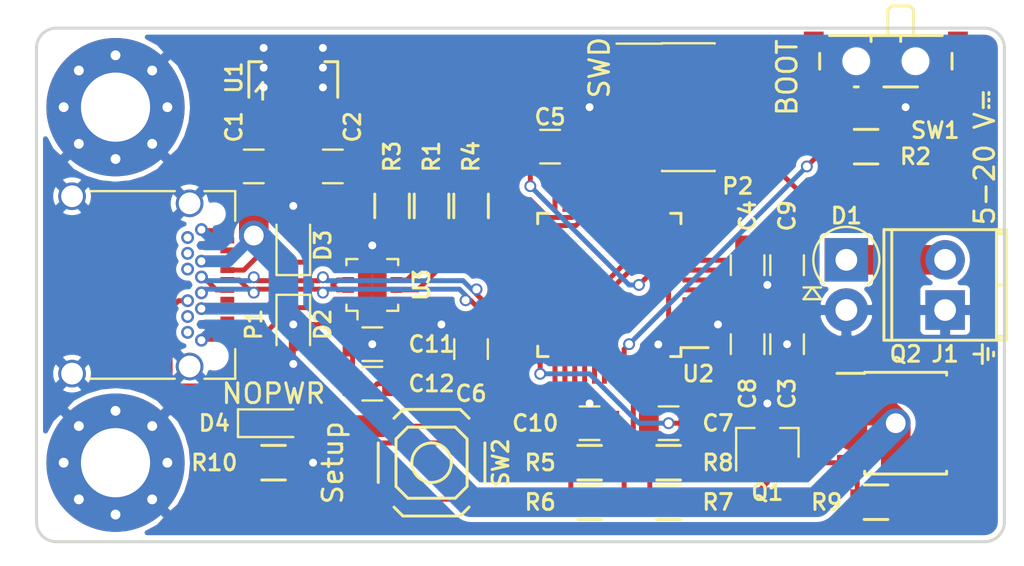
<source format=kicad_pcb>
(kicad_pcb (version 4) (host pcbnew 4.0.5)

  (general
    (links 119)
    (no_connects 0)
    (area 80.924999 56.924999 130.075001 83.075001)
    (thickness 1.6)
    (drawings 10)
    (tracks 383)
    (zones 0)
    (modules 38)
    (nets 65)
  )

  (page USLetter)
  (title_block
    (title "PD Buddy")
    (rev 0.2)
  )

  (layers
    (0 F.Cu signal)
    (31 B.Cu signal)
    (32 B.Adhes user)
    (33 F.Adhes user)
    (34 B.Paste user)
    (35 F.Paste user)
    (36 B.SilkS user)
    (37 F.SilkS user)
    (38 B.Mask user)
    (39 F.Mask user)
    (40 Dwgs.User user)
    (41 Cmts.User user)
    (42 Eco1.User user)
    (43 Eco2.User user)
    (44 Edge.Cuts user)
    (45 Margin user)
    (46 B.CrtYd user)
    (47 F.CrtYd user)
    (48 B.Fab user)
    (49 F.Fab user)
  )

  (setup
    (last_trace_width 0.25)
    (trace_clearance 0.16)
    (zone_clearance 0.254)
    (zone_45_only no)
    (trace_min 0.2)
    (segment_width 0.2)
    (edge_width 0.15)
    (via_size 0.6)
    (via_drill 0.4)
    (via_min_size 0.4)
    (via_min_drill 0.3)
    (uvia_size 0.3)
    (uvia_drill 0.1)
    (uvias_allowed no)
    (uvia_min_size 0.2)
    (uvia_min_drill 0.1)
    (pcb_text_width 0.3)
    (pcb_text_size 1.5 1.5)
    (mod_edge_width 0.15)
    (mod_text_size 0.8 0.8)
    (mod_text_width 0.15)
    (pad_size 1.524 1.524)
    (pad_drill 0.762)
    (pad_to_mask_clearance 0.125)
    (aux_axis_origin 0 0)
    (grid_origin 90 70)
    (visible_elements FFFFFF7F)
    (pcbplotparams
      (layerselection 0x00030_80000001)
      (usegerberextensions false)
      (excludeedgelayer true)
      (linewidth 0.100000)
      (plotframeref false)
      (viasonmask false)
      (mode 1)
      (useauxorigin false)
      (hpglpennumber 1)
      (hpglpenspeed 20)
      (hpglpendiameter 15)
      (hpglpenoverlay 2)
      (psnegative false)
      (psa4output false)
      (plotreference true)
      (plotvalue true)
      (plotinvisibletext false)
      (padsonsilk false)
      (subtractmaskfromsilk false)
      (outputformat 1)
      (mirror false)
      (drillshape 1)
      (scaleselection 1)
      (outputdirectory ""))
  )

  (net 0 "")
  (net 1 VBUS)
  (net 2 GND)
  (net 3 +3V3)
  (net 4 /Microcontroller/nRST)
  (net 5 "Net-(D1-Pad1)")
  (net 6 "/PD PHY/CC2")
  (net 7 "/PD PHY/CC1")
  (net 8 "Net-(P1-PadB8)")
  (net 9 "Net-(P1-PadB3)")
  (net 10 "Net-(P1-PadB10)")
  (net 11 "Net-(P1-PadB2)")
  (net 12 "Net-(P1-PadB11)")
  (net 13 "Net-(P1-PadA2)")
  (net 14 "Net-(P1-PadA3)")
  (net 15 "Net-(P1-PadA10)")
  (net 16 "Net-(P1-PadA8)")
  (net 17 "Net-(P1-PadA11)")
  (net 18 /Microcontroller/SWDIO)
  (net 19 /Microcontroller/SWCLK)
  (net 20 "Net-(P2-Pad6)")
  (net 21 "Net-(P2-Pad7)")
  (net 22 "Net-(P2-Pad8)")
  (net 23 "Net-(Q1-Pad1)")
  (net 24 "Net-(Q1-Pad2)")
  (net 25 /Microcontroller/INT_N)
  (net 26 "Net-(R2-Pad1)")
  (net 27 "Net-(R2-Pad2)")
  (net 28 /Microcontroller/SCL)
  (net 29 /Microcontroller/SDA)
  (net 30 "Net-(R5-Pad1)")
  (net 31 /Microcontroller/OUT_CTRL)
  (net 32 "Net-(U2-Pad2)")
  (net 33 "Net-(U2-Pad3)")
  (net 34 "Net-(U2-Pad4)")
  (net 35 "Net-(U2-Pad5)")
  (net 36 "Net-(U2-Pad6)")
  (net 37 "Net-(U2-Pad10)")
  (net 38 "Net-(U2-Pad11)")
  (net 39 "Net-(U2-Pad12)")
  (net 40 "Net-(U2-Pad13)")
  (net 41 "Net-(U2-Pad14)")
  (net 42 "Net-(U2-Pad15)")
  (net 43 "Net-(U2-Pad16)")
  (net 44 "Net-(U2-Pad17)")
  (net 45 "Net-(U2-Pad18)")
  (net 46 "Net-(U2-Pad19)")
  (net 47 "Net-(U2-Pad20)")
  (net 48 "Net-(U2-Pad26)")
  (net 49 "Net-(U2-Pad27)")
  (net 50 "Net-(U2-Pad28)")
  (net 51 "Net-(U2-Pad29)")
  (net 52 "Net-(U2-Pad30)")
  (net 53 "Net-(U2-Pad40)")
  (net 54 "Net-(U2-Pad46)")
  (net 55 VCONN)
  (net 56 "Net-(D4-Pad1)")
  (net 57 /Microcontroller/D+)
  (net 58 /Microcontroller/D-)
  (net 59 /Microcontroller/SETUP)
  (net 60 /Microcontroller/NOPWR)
  (net 61 "Net-(U2-Pad31)")
  (net 62 "Net-(U2-Pad41)")
  (net 63 "Net-(U2-Pad42)")
  (net 64 "Net-(U2-Pad43)")

  (net_class Default "This is the default net class."
    (clearance 0.16)
    (trace_width 0.25)
    (via_dia 0.6)
    (via_drill 0.4)
    (uvia_dia 0.3)
    (uvia_drill 0.1)
    (add_net +3V3)
    (add_net /Microcontroller/D+)
    (add_net /Microcontroller/D-)
    (add_net /Microcontroller/INT_N)
    (add_net /Microcontroller/NOPWR)
    (add_net /Microcontroller/OUT_CTRL)
    (add_net /Microcontroller/SCL)
    (add_net /Microcontroller/SDA)
    (add_net /Microcontroller/SETUP)
    (add_net /Microcontroller/SWCLK)
    (add_net /Microcontroller/SWDIO)
    (add_net /Microcontroller/nRST)
    (add_net "/PD PHY/CC1")
    (add_net "/PD PHY/CC2")
    (add_net GND)
    (add_net "Net-(D4-Pad1)")
    (add_net "Net-(P1-PadA10)")
    (add_net "Net-(P1-PadA11)")
    (add_net "Net-(P1-PadA2)")
    (add_net "Net-(P1-PadA3)")
    (add_net "Net-(P1-PadA8)")
    (add_net "Net-(P1-PadB10)")
    (add_net "Net-(P1-PadB11)")
    (add_net "Net-(P1-PadB2)")
    (add_net "Net-(P1-PadB3)")
    (add_net "Net-(P1-PadB8)")
    (add_net "Net-(P2-Pad6)")
    (add_net "Net-(P2-Pad7)")
    (add_net "Net-(P2-Pad8)")
    (add_net "Net-(Q1-Pad1)")
    (add_net "Net-(Q1-Pad2)")
    (add_net "Net-(R2-Pad1)")
    (add_net "Net-(R2-Pad2)")
    (add_net "Net-(R5-Pad1)")
    (add_net "Net-(U2-Pad10)")
    (add_net "Net-(U2-Pad11)")
    (add_net "Net-(U2-Pad12)")
    (add_net "Net-(U2-Pad13)")
    (add_net "Net-(U2-Pad14)")
    (add_net "Net-(U2-Pad15)")
    (add_net "Net-(U2-Pad16)")
    (add_net "Net-(U2-Pad17)")
    (add_net "Net-(U2-Pad18)")
    (add_net "Net-(U2-Pad19)")
    (add_net "Net-(U2-Pad2)")
    (add_net "Net-(U2-Pad20)")
    (add_net "Net-(U2-Pad26)")
    (add_net "Net-(U2-Pad27)")
    (add_net "Net-(U2-Pad28)")
    (add_net "Net-(U2-Pad29)")
    (add_net "Net-(U2-Pad3)")
    (add_net "Net-(U2-Pad30)")
    (add_net "Net-(U2-Pad31)")
    (add_net "Net-(U2-Pad4)")
    (add_net "Net-(U2-Pad40)")
    (add_net "Net-(U2-Pad41)")
    (add_net "Net-(U2-Pad42)")
    (add_net "Net-(U2-Pad43)")
    (add_net "Net-(U2-Pad46)")
    (add_net "Net-(U2-Pad5)")
    (add_net "Net-(U2-Pad6)")
    (add_net VCONN)
  )

  (net_class Power ""
    (clearance 0.16)
    (trace_width 1.5)
    (via_dia 1.5)
    (via_drill 1)
    (uvia_dia 0.3)
    (uvia_drill 0.1)
    (add_net "Net-(D1-Pad1)")
    (add_net VBUS)
  )

  (net_class Power_Small ""
    (clearance 0.16)
    (trace_width 0.6)
    (via_dia 0.6)
    (via_drill 0.4)
    (uvia_dia 0.3)
    (uvia_drill 0.1)
  )

  (module Capacitors_SMD:C_0805 (layer F.Cu) (tedit 5415D6EA) (tstamp 5892646D)
    (at 92 64)
    (descr "Capacitor SMD 0805, reflow soldering, AVX (see smccp.pdf)")
    (tags "capacitor 0805")
    (path /588F9A21/588FA3EC)
    (attr smd)
    (fp_text reference C1 (at -1 -2 90) (layer F.SilkS)
      (effects (font (size 0.8 0.8) (thickness 0.15)))
    )
    (fp_text value 1.0μF (at 0 2.1) (layer F.Fab)
      (effects (font (size 1 1) (thickness 0.15)))
    )
    (fp_line (start -1 0.625) (end -1 -0.625) (layer F.Fab) (width 0.1))
    (fp_line (start 1 0.625) (end -1 0.625) (layer F.Fab) (width 0.1))
    (fp_line (start 1 -0.625) (end 1 0.625) (layer F.Fab) (width 0.1))
    (fp_line (start -1 -0.625) (end 1 -0.625) (layer F.Fab) (width 0.1))
    (fp_line (start -1.8 -1) (end 1.8 -1) (layer F.CrtYd) (width 0.05))
    (fp_line (start -1.8 1) (end 1.8 1) (layer F.CrtYd) (width 0.05))
    (fp_line (start -1.8 -1) (end -1.8 1) (layer F.CrtYd) (width 0.05))
    (fp_line (start 1.8 -1) (end 1.8 1) (layer F.CrtYd) (width 0.05))
    (fp_line (start 0.5 -0.85) (end -0.5 -0.85) (layer F.SilkS) (width 0.12))
    (fp_line (start -0.5 0.85) (end 0.5 0.85) (layer F.SilkS) (width 0.12))
    (pad 1 smd rect (at -1 0) (size 1 1.25) (layers F.Cu F.Paste F.Mask)
      (net 1 VBUS))
    (pad 2 smd rect (at 1 0) (size 1 1.25) (layers F.Cu F.Paste F.Mask)
      (net 2 GND))
    (model Capacitors_SMD.3dshapes/C_0805.wrl
      (at (xyz 0 0 0))
      (scale (xyz 1 1 1))
      (rotate (xyz 0 0 0))
    )
  )

  (module Capacitors_SMD:C_0805 (layer F.Cu) (tedit 5415D6EA) (tstamp 5892647D)
    (at 96 64 180)
    (descr "Capacitor SMD 0805, reflow soldering, AVX (see smccp.pdf)")
    (tags "capacitor 0805")
    (path /588F9A21/588FA3E5)
    (attr smd)
    (fp_text reference C2 (at -1 2 270) (layer F.SilkS)
      (effects (font (size 0.8 0.8) (thickness 0.15)))
    )
    (fp_text value 2.2μF (at 0 2.1 180) (layer F.Fab)
      (effects (font (size 1 1) (thickness 0.15)))
    )
    (fp_line (start -1 0.625) (end -1 -0.625) (layer F.Fab) (width 0.1))
    (fp_line (start 1 0.625) (end -1 0.625) (layer F.Fab) (width 0.1))
    (fp_line (start 1 -0.625) (end 1 0.625) (layer F.Fab) (width 0.1))
    (fp_line (start -1 -0.625) (end 1 -0.625) (layer F.Fab) (width 0.1))
    (fp_line (start -1.8 -1) (end 1.8 -1) (layer F.CrtYd) (width 0.05))
    (fp_line (start -1.8 1) (end 1.8 1) (layer F.CrtYd) (width 0.05))
    (fp_line (start -1.8 -1) (end -1.8 1) (layer F.CrtYd) (width 0.05))
    (fp_line (start 1.8 -1) (end 1.8 1) (layer F.CrtYd) (width 0.05))
    (fp_line (start 0.5 -0.85) (end -0.5 -0.85) (layer F.SilkS) (width 0.12))
    (fp_line (start -0.5 0.85) (end 0.5 0.85) (layer F.SilkS) (width 0.12))
    (pad 1 smd rect (at -1 0 180) (size 1 1.25) (layers F.Cu F.Paste F.Mask)
      (net 3 +3V3))
    (pad 2 smd rect (at 1 0 180) (size 1 1.25) (layers F.Cu F.Paste F.Mask)
      (net 2 GND))
    (model Capacitors_SMD.3dshapes/C_0805.wrl
      (at (xyz 0 0 0))
      (scale (xyz 1 1 1))
      (rotate (xyz 0 0 0))
    )
  )

  (module Capacitors_SMD:C_0805 (layer F.Cu) (tedit 5415D6EA) (tstamp 5892648D)
    (at 119 73 90)
    (descr "Capacitor SMD 0805, reflow soldering, AVX (see smccp.pdf)")
    (tags "capacitor 0805")
    (path /588FD270/58915349)
    (attr smd)
    (fp_text reference C3 (at -2.5 0 90) (layer F.SilkS)
      (effects (font (size 0.8 0.8) (thickness 0.15)))
    )
    (fp_text value 0.1μF (at 0 2.1 90) (layer F.Fab)
      (effects (font (size 1 1) (thickness 0.15)))
    )
    (fp_line (start -1 0.625) (end -1 -0.625) (layer F.Fab) (width 0.1))
    (fp_line (start 1 0.625) (end -1 0.625) (layer F.Fab) (width 0.1))
    (fp_line (start 1 -0.625) (end 1 0.625) (layer F.Fab) (width 0.1))
    (fp_line (start -1 -0.625) (end 1 -0.625) (layer F.Fab) (width 0.1))
    (fp_line (start -1.8 -1) (end 1.8 -1) (layer F.CrtYd) (width 0.05))
    (fp_line (start -1.8 1) (end 1.8 1) (layer F.CrtYd) (width 0.05))
    (fp_line (start -1.8 -1) (end -1.8 1) (layer F.CrtYd) (width 0.05))
    (fp_line (start 1.8 -1) (end 1.8 1) (layer F.CrtYd) (width 0.05))
    (fp_line (start 0.5 -0.85) (end -0.5 -0.85) (layer F.SilkS) (width 0.12))
    (fp_line (start -0.5 0.85) (end 0.5 0.85) (layer F.SilkS) (width 0.12))
    (pad 1 smd rect (at -1 0 90) (size 1 1.25) (layers F.Cu F.Paste F.Mask)
      (net 2 GND))
    (pad 2 smd rect (at 1 0 90) (size 1 1.25) (layers F.Cu F.Paste F.Mask)
      (net 4 /Microcontroller/nRST))
    (model Capacitors_SMD.3dshapes/C_0805.wrl
      (at (xyz 0 0 0))
      (scale (xyz 1 1 1))
      (rotate (xyz 0 0 0))
    )
  )

  (module Capacitors_SMD:C_0805 (layer F.Cu) (tedit 5415D6EA) (tstamp 5892649D)
    (at 117 69 270)
    (descr "Capacitor SMD 0805, reflow soldering, AVX (see smccp.pdf)")
    (tags "capacitor 0805")
    (path /588FD270/58916B45)
    (attr smd)
    (fp_text reference C4 (at -2.5 0 270) (layer F.SilkS)
      (effects (font (size 0.8 0.8) (thickness 0.15)))
    )
    (fp_text value 0.1μF (at 0 2.1 270) (layer F.Fab)
      (effects (font (size 1 1) (thickness 0.15)))
    )
    (fp_line (start -1 0.625) (end -1 -0.625) (layer F.Fab) (width 0.1))
    (fp_line (start 1 0.625) (end -1 0.625) (layer F.Fab) (width 0.1))
    (fp_line (start 1 -0.625) (end 1 0.625) (layer F.Fab) (width 0.1))
    (fp_line (start -1 -0.625) (end 1 -0.625) (layer F.Fab) (width 0.1))
    (fp_line (start -1.8 -1) (end 1.8 -1) (layer F.CrtYd) (width 0.05))
    (fp_line (start -1.8 1) (end 1.8 1) (layer F.CrtYd) (width 0.05))
    (fp_line (start -1.8 -1) (end -1.8 1) (layer F.CrtYd) (width 0.05))
    (fp_line (start 1.8 -1) (end 1.8 1) (layer F.CrtYd) (width 0.05))
    (fp_line (start 0.5 -0.85) (end -0.5 -0.85) (layer F.SilkS) (width 0.12))
    (fp_line (start -0.5 0.85) (end 0.5 0.85) (layer F.SilkS) (width 0.12))
    (pad 1 smd rect (at -1 0 270) (size 1 1.25) (layers F.Cu F.Paste F.Mask)
      (net 3 +3V3))
    (pad 2 smd rect (at 1 0 270) (size 1 1.25) (layers F.Cu F.Paste F.Mask)
      (net 2 GND))
    (model Capacitors_SMD.3dshapes/C_0805.wrl
      (at (xyz 0 0 0))
      (scale (xyz 1 1 1))
      (rotate (xyz 0 0 0))
    )
  )

  (module Capacitors_SMD:C_0805 (layer F.Cu) (tedit 5415D6EA) (tstamp 589264AD)
    (at 107 63)
    (descr "Capacitor SMD 0805, reflow soldering, AVX (see smccp.pdf)")
    (tags "capacitor 0805")
    (path /588FD270/58916CE3)
    (attr smd)
    (fp_text reference C5 (at 0 -1.5) (layer F.SilkS)
      (effects (font (size 0.8 0.8) (thickness 0.15)))
    )
    (fp_text value 0.1μF (at 0 2.1) (layer F.Fab)
      (effects (font (size 1 1) (thickness 0.15)))
    )
    (fp_line (start -1 0.625) (end -1 -0.625) (layer F.Fab) (width 0.1))
    (fp_line (start 1 0.625) (end -1 0.625) (layer F.Fab) (width 0.1))
    (fp_line (start 1 -0.625) (end 1 0.625) (layer F.Fab) (width 0.1))
    (fp_line (start -1 -0.625) (end 1 -0.625) (layer F.Fab) (width 0.1))
    (fp_line (start -1.8 -1) (end 1.8 -1) (layer F.CrtYd) (width 0.05))
    (fp_line (start -1.8 1) (end 1.8 1) (layer F.CrtYd) (width 0.05))
    (fp_line (start -1.8 -1) (end -1.8 1) (layer F.CrtYd) (width 0.05))
    (fp_line (start 1.8 -1) (end 1.8 1) (layer F.CrtYd) (width 0.05))
    (fp_line (start 0.5 -0.85) (end -0.5 -0.85) (layer F.SilkS) (width 0.12))
    (fp_line (start -0.5 0.85) (end 0.5 0.85) (layer F.SilkS) (width 0.12))
    (pad 1 smd rect (at -1 0) (size 1 1.25) (layers F.Cu F.Paste F.Mask)
      (net 3 +3V3))
    (pad 2 smd rect (at 1 0) (size 1 1.25) (layers F.Cu F.Paste F.Mask)
      (net 2 GND))
    (model Capacitors_SMD.3dshapes/C_0805.wrl
      (at (xyz 0 0 0))
      (scale (xyz 1 1 1))
      (rotate (xyz 0 0 0))
    )
  )

  (module Capacitors_SMD:C_0805 (layer F.Cu) (tedit 5415D6EA) (tstamp 589264BD)
    (at 103 73.25 90)
    (descr "Capacitor SMD 0805, reflow soldering, AVX (see smccp.pdf)")
    (tags "capacitor 0805")
    (path /588FD270/58916D15)
    (attr smd)
    (fp_text reference C6 (at -2.25 0 180) (layer F.SilkS)
      (effects (font (size 0.8 0.8) (thickness 0.15)))
    )
    (fp_text value 0.1μF (at 0 2.1 90) (layer F.Fab)
      (effects (font (size 1 1) (thickness 0.15)))
    )
    (fp_line (start -1 0.625) (end -1 -0.625) (layer F.Fab) (width 0.1))
    (fp_line (start 1 0.625) (end -1 0.625) (layer F.Fab) (width 0.1))
    (fp_line (start 1 -0.625) (end 1 0.625) (layer F.Fab) (width 0.1))
    (fp_line (start -1 -0.625) (end 1 -0.625) (layer F.Fab) (width 0.1))
    (fp_line (start -1.8 -1) (end 1.8 -1) (layer F.CrtYd) (width 0.05))
    (fp_line (start -1.8 1) (end 1.8 1) (layer F.CrtYd) (width 0.05))
    (fp_line (start -1.8 -1) (end -1.8 1) (layer F.CrtYd) (width 0.05))
    (fp_line (start 1.8 -1) (end 1.8 1) (layer F.CrtYd) (width 0.05))
    (fp_line (start 0.5 -0.85) (end -0.5 -0.85) (layer F.SilkS) (width 0.12))
    (fp_line (start -0.5 0.85) (end 0.5 0.85) (layer F.SilkS) (width 0.12))
    (pad 1 smd rect (at -1 0 90) (size 1 1.25) (layers F.Cu F.Paste F.Mask)
      (net 3 +3V3))
    (pad 2 smd rect (at 1 0 90) (size 1 1.25) (layers F.Cu F.Paste F.Mask)
      (net 2 GND))
    (model Capacitors_SMD.3dshapes/C_0805.wrl
      (at (xyz 0 0 0))
      (scale (xyz 1 1 1))
      (rotate (xyz 0 0 0))
    )
  )

  (module Capacitors_SMD:C_0805 (layer F.Cu) (tedit 5415D6EA) (tstamp 589264CD)
    (at 113 77 180)
    (descr "Capacitor SMD 0805, reflow soldering, AVX (see smccp.pdf)")
    (tags "capacitor 0805")
    (path /588FD270/58916F18)
    (attr smd)
    (fp_text reference C7 (at -2.5 0 180) (layer F.SilkS)
      (effects (font (size 0.8 0.8) (thickness 0.15)))
    )
    (fp_text value 0.1μF (at 0 2.1 180) (layer F.Fab)
      (effects (font (size 1 1) (thickness 0.15)))
    )
    (fp_line (start -1 0.625) (end -1 -0.625) (layer F.Fab) (width 0.1))
    (fp_line (start 1 0.625) (end -1 0.625) (layer F.Fab) (width 0.1))
    (fp_line (start 1 -0.625) (end 1 0.625) (layer F.Fab) (width 0.1))
    (fp_line (start -1 -0.625) (end 1 -0.625) (layer F.Fab) (width 0.1))
    (fp_line (start -1.8 -1) (end 1.8 -1) (layer F.CrtYd) (width 0.05))
    (fp_line (start -1.8 1) (end 1.8 1) (layer F.CrtYd) (width 0.05))
    (fp_line (start -1.8 -1) (end -1.8 1) (layer F.CrtYd) (width 0.05))
    (fp_line (start 1.8 -1) (end 1.8 1) (layer F.CrtYd) (width 0.05))
    (fp_line (start 0.5 -0.85) (end -0.5 -0.85) (layer F.SilkS) (width 0.12))
    (fp_line (start -0.5 0.85) (end 0.5 0.85) (layer F.SilkS) (width 0.12))
    (pad 1 smd rect (at -1 0 180) (size 1 1.25) (layers F.Cu F.Paste F.Mask)
      (net 3 +3V3))
    (pad 2 smd rect (at 1 0 180) (size 1 1.25) (layers F.Cu F.Paste F.Mask)
      (net 2 GND))
    (model Capacitors_SMD.3dshapes/C_0805.wrl
      (at (xyz 0 0 0))
      (scale (xyz 1 1 1))
      (rotate (xyz 0 0 0))
    )
  )

  (module Capacitors_SMD:C_0805 (layer F.Cu) (tedit 5415D6EA) (tstamp 589264DD)
    (at 117 73 90)
    (descr "Capacitor SMD 0805, reflow soldering, AVX (see smccp.pdf)")
    (tags "capacitor 0805")
    (path /588FD270/5891738A)
    (attr smd)
    (fp_text reference C8 (at -2.5 0 90) (layer F.SilkS)
      (effects (font (size 0.8 0.8) (thickness 0.15)))
    )
    (fp_text value 0.1μF (at 0 2.1 90) (layer F.Fab)
      (effects (font (size 1 1) (thickness 0.15)))
    )
    (fp_line (start -1 0.625) (end -1 -0.625) (layer F.Fab) (width 0.1))
    (fp_line (start 1 0.625) (end -1 0.625) (layer F.Fab) (width 0.1))
    (fp_line (start 1 -0.625) (end 1 0.625) (layer F.Fab) (width 0.1))
    (fp_line (start -1 -0.625) (end 1 -0.625) (layer F.Fab) (width 0.1))
    (fp_line (start -1.8 -1) (end 1.8 -1) (layer F.CrtYd) (width 0.05))
    (fp_line (start -1.8 1) (end 1.8 1) (layer F.CrtYd) (width 0.05))
    (fp_line (start -1.8 -1) (end -1.8 1) (layer F.CrtYd) (width 0.05))
    (fp_line (start 1.8 -1) (end 1.8 1) (layer F.CrtYd) (width 0.05))
    (fp_line (start 0.5 -0.85) (end -0.5 -0.85) (layer F.SilkS) (width 0.12))
    (fp_line (start -0.5 0.85) (end 0.5 0.85) (layer F.SilkS) (width 0.12))
    (pad 1 smd rect (at -1 0 90) (size 1 1.25) (layers F.Cu F.Paste F.Mask)
      (net 3 +3V3))
    (pad 2 smd rect (at 1 0 90) (size 1 1.25) (layers F.Cu F.Paste F.Mask)
      (net 2 GND))
    (model Capacitors_SMD.3dshapes/C_0805.wrl
      (at (xyz 0 0 0))
      (scale (xyz 1 1 1))
      (rotate (xyz 0 0 0))
    )
  )

  (module Capacitors_SMD:C_0805 (layer F.Cu) (tedit 5415D6EA) (tstamp 589264ED)
    (at 119 69 270)
    (descr "Capacitor SMD 0805, reflow soldering, AVX (see smccp.pdf)")
    (tags "capacitor 0805")
    (path /588FD270/58917041)
    (attr smd)
    (fp_text reference C9 (at -2.5 0 270) (layer F.SilkS)
      (effects (font (size 0.8 0.8) (thickness 0.15)))
    )
    (fp_text value 1μF (at 0 2.1 270) (layer F.Fab)
      (effects (font (size 1 1) (thickness 0.15)))
    )
    (fp_line (start -1 0.625) (end -1 -0.625) (layer F.Fab) (width 0.1))
    (fp_line (start 1 0.625) (end -1 0.625) (layer F.Fab) (width 0.1))
    (fp_line (start 1 -0.625) (end 1 0.625) (layer F.Fab) (width 0.1))
    (fp_line (start -1 -0.625) (end 1 -0.625) (layer F.Fab) (width 0.1))
    (fp_line (start -1.8 -1) (end 1.8 -1) (layer F.CrtYd) (width 0.05))
    (fp_line (start -1.8 1) (end 1.8 1) (layer F.CrtYd) (width 0.05))
    (fp_line (start -1.8 -1) (end -1.8 1) (layer F.CrtYd) (width 0.05))
    (fp_line (start 1.8 -1) (end 1.8 1) (layer F.CrtYd) (width 0.05))
    (fp_line (start 0.5 -0.85) (end -0.5 -0.85) (layer F.SilkS) (width 0.12))
    (fp_line (start -0.5 0.85) (end 0.5 0.85) (layer F.SilkS) (width 0.12))
    (pad 1 smd rect (at -1 0 270) (size 1 1.25) (layers F.Cu F.Paste F.Mask)
      (net 3 +3V3))
    (pad 2 smd rect (at 1 0 270) (size 1 1.25) (layers F.Cu F.Paste F.Mask)
      (net 2 GND))
    (model Capacitors_SMD.3dshapes/C_0805.wrl
      (at (xyz 0 0 0))
      (scale (xyz 1 1 1))
      (rotate (xyz 0 0 0))
    )
  )

  (module Capacitors_SMD:C_0805 (layer F.Cu) (tedit 5415D6EA) (tstamp 589264FD)
    (at 109 77)
    (descr "Capacitor SMD 0805, reflow soldering, AVX (see smccp.pdf)")
    (tags "capacitor 0805")
    (path /588FD270/589288E4)
    (attr smd)
    (fp_text reference C10 (at -2.75 0) (layer F.SilkS)
      (effects (font (size 0.8 0.8) (thickness 0.15)))
    )
    (fp_text value 0.1μF (at 0 2.1) (layer F.Fab)
      (effects (font (size 1 1) (thickness 0.15)))
    )
    (fp_line (start -1 0.625) (end -1 -0.625) (layer F.Fab) (width 0.1))
    (fp_line (start 1 0.625) (end -1 0.625) (layer F.Fab) (width 0.1))
    (fp_line (start 1 -0.625) (end 1 0.625) (layer F.Fab) (width 0.1))
    (fp_line (start -1 -0.625) (end 1 -0.625) (layer F.Fab) (width 0.1))
    (fp_line (start -1.8 -1) (end 1.8 -1) (layer F.CrtYd) (width 0.05))
    (fp_line (start -1.8 1) (end 1.8 1) (layer F.CrtYd) (width 0.05))
    (fp_line (start -1.8 -1) (end -1.8 1) (layer F.CrtYd) (width 0.05))
    (fp_line (start 1.8 -1) (end 1.8 1) (layer F.CrtYd) (width 0.05))
    (fp_line (start 0.5 -0.85) (end -0.5 -0.85) (layer F.SilkS) (width 0.12))
    (fp_line (start -0.5 0.85) (end 0.5 0.85) (layer F.SilkS) (width 0.12))
    (pad 1 smd rect (at -1 0) (size 1 1.25) (layers F.Cu F.Paste F.Mask)
      (net 59 /Microcontroller/SETUP))
    (pad 2 smd rect (at 1 0) (size 1 1.25) (layers F.Cu F.Paste F.Mask)
      (net 2 GND))
    (model Capacitors_SMD.3dshapes/C_0805.wrl
      (at (xyz 0 0 0))
      (scale (xyz 1 1 1))
      (rotate (xyz 0 0 0))
    )
  )

  (module Capacitors_SMD:C_0805 (layer F.Cu) (tedit 5415D6EA) (tstamp 5892650D)
    (at 98 73 180)
    (descr "Capacitor SMD 0805, reflow soldering, AVX (see smccp.pdf)")
    (tags "capacitor 0805")
    (path /588FB1D7/5892A168)
    (attr smd)
    (fp_text reference C11 (at -3 0 180) (layer F.SilkS)
      (effects (font (size 0.8 0.8) (thickness 0.15)))
    )
    (fp_text value 0.1μF (at 0 2.1 180) (layer F.Fab)
      (effects (font (size 1 1) (thickness 0.15)))
    )
    (fp_line (start -1 0.625) (end -1 -0.625) (layer F.Fab) (width 0.1))
    (fp_line (start 1 0.625) (end -1 0.625) (layer F.Fab) (width 0.1))
    (fp_line (start 1 -0.625) (end 1 0.625) (layer F.Fab) (width 0.1))
    (fp_line (start -1 -0.625) (end 1 -0.625) (layer F.Fab) (width 0.1))
    (fp_line (start -1.8 -1) (end 1.8 -1) (layer F.CrtYd) (width 0.05))
    (fp_line (start -1.8 1) (end 1.8 1) (layer F.CrtYd) (width 0.05))
    (fp_line (start -1.8 -1) (end -1.8 1) (layer F.CrtYd) (width 0.05))
    (fp_line (start 1.8 -1) (end 1.8 1) (layer F.CrtYd) (width 0.05))
    (fp_line (start 0.5 -0.85) (end -0.5 -0.85) (layer F.SilkS) (width 0.12))
    (fp_line (start -0.5 0.85) (end 0.5 0.85) (layer F.SilkS) (width 0.12))
    (pad 1 smd rect (at -1 0 180) (size 1 1.25) (layers F.Cu F.Paste F.Mask)
      (net 3 +3V3))
    (pad 2 smd rect (at 1 0 180) (size 1 1.25) (layers F.Cu F.Paste F.Mask)
      (net 2 GND))
    (model Capacitors_SMD.3dshapes/C_0805.wrl
      (at (xyz 0 0 0))
      (scale (xyz 1 1 1))
      (rotate (xyz 0 0 0))
    )
  )

  (module Capacitors_SMD:C_0805 (layer F.Cu) (tedit 5415D6EA) (tstamp 5892651D)
    (at 98 75 180)
    (descr "Capacitor SMD 0805, reflow soldering, AVX (see smccp.pdf)")
    (tags "capacitor 0805")
    (path /588FB1D7/5892A19A)
    (attr smd)
    (fp_text reference C12 (at -3 0 180) (layer F.SilkS)
      (effects (font (size 0.8 0.8) (thickness 0.15)))
    )
    (fp_text value 1μF (at 0 2.1 180) (layer F.Fab)
      (effects (font (size 1 1) (thickness 0.15)))
    )
    (fp_line (start -1 0.625) (end -1 -0.625) (layer F.Fab) (width 0.1))
    (fp_line (start 1 0.625) (end -1 0.625) (layer F.Fab) (width 0.1))
    (fp_line (start 1 -0.625) (end 1 0.625) (layer F.Fab) (width 0.1))
    (fp_line (start -1 -0.625) (end 1 -0.625) (layer F.Fab) (width 0.1))
    (fp_line (start -1.8 -1) (end 1.8 -1) (layer F.CrtYd) (width 0.05))
    (fp_line (start -1.8 1) (end 1.8 1) (layer F.CrtYd) (width 0.05))
    (fp_line (start -1.8 -1) (end -1.8 1) (layer F.CrtYd) (width 0.05))
    (fp_line (start 1.8 -1) (end 1.8 1) (layer F.CrtYd) (width 0.05))
    (fp_line (start 0.5 -0.85) (end -0.5 -0.85) (layer F.SilkS) (width 0.12))
    (fp_line (start -0.5 0.85) (end 0.5 0.85) (layer F.SilkS) (width 0.12))
    (pad 1 smd rect (at -1 0 180) (size 1 1.25) (layers F.Cu F.Paste F.Mask)
      (net 3 +3V3))
    (pad 2 smd rect (at 1 0 180) (size 1 1.25) (layers F.Cu F.Paste F.Mask)
      (net 2 GND))
    (model Capacitors_SMD.3dshapes/C_0805.wrl
      (at (xyz 0 0 0))
      (scale (xyz 1 1 1))
      (rotate (xyz 0 0 0))
    )
  )

  (module Diodes_THT:D_DO-41_SOD81_P2.54mm_Vertical_AnodeUp (layer F.Cu) (tedit 5877C982) (tstamp 5892652F)
    (at 122 68.73 270)
    (descr "D, DO-41_SOD81 series, Axial, Vertical, pin pitch=2.54mm, , length*diameter=5.2*2.7mm^2, , http://www.diodes.com/_files/packages/DO-41%20(Plastic).pdf")
    (tags "D DO-41_SOD81 series Axial Vertical pin pitch 2.54mm  length 5.2mm diameter 2.7mm")
    (path /588FA3A4/58925D4E)
    (fp_text reference D1 (at -2.23 0 360) (layer F.SilkS)
      (effects (font (size 0.8 0.8) (thickness 0.15)))
    )
    (fp_text value 1N5819 (at 1.27 3.579635 270) (layer F.Fab)
      (effects (font (size 1 1) (thickness 0.15)))
    )
    (fp_arc (start 0 0) (end 1.257516 -1.1) (angle -276.1) (layer F.SilkS) (width 0.12))
    (fp_circle (center 0 0) (end 1.35 0) (layer F.Fab) (width 0.1))
    (fp_line (start 0 0) (end 2.54 0) (layer F.Fab) (width 0.1))
    (fp_line (start 1.397 1.28) (end 1.397 2.169) (layer F.SilkS) (width 0.12))
    (fp_line (start 1.397 1.7245) (end 1.989667 1.28) (layer F.SilkS) (width 0.12))
    (fp_line (start 1.989667 1.28) (end 1.989667 2.169) (layer F.SilkS) (width 0.12))
    (fp_line (start 1.989667 2.169) (end 1.397 1.7245) (layer F.SilkS) (width 0.12))
    (fp_line (start -1.7 -1.95) (end -1.7 1.95) (layer F.CrtYd) (width 0.05))
    (fp_line (start -1.7 1.95) (end 3.95 1.95) (layer F.CrtYd) (width 0.05))
    (fp_line (start 3.95 1.95) (end 3.95 -1.95) (layer F.CrtYd) (width 0.05))
    (fp_line (start 3.95 -1.95) (end -1.7 -1.95) (layer F.CrtYd) (width 0.05))
    (fp_text user K (at -2.390635 0 270) (layer F.Fab)
      (effects (font (size 1 1) (thickness 0.15)))
    )
    (pad 1 thru_hole rect (at 0 0 270) (size 2.2 2.2) (drill 1.1) (layers *.Cu *.Mask)
      (net 5 "Net-(D1-Pad1)"))
    (pad 2 thru_hole oval (at 2.54 0 270) (size 2.2 2.2) (drill 1.1) (layers *.Cu *.Mask)
      (net 2 GND))
    (model Diodes_ThroughHole.3dshapes/D_DO-41_SOD81_P2.54mm_Vertical_AnodeUp.wrl
      (at (xyz 0 0 0))
      (scale (xyz 0.393701 0.393701 0.393701))
      (rotate (xyz 0 0 0))
    )
  )

  (module Diodes_SMD:D_SOD-323 (layer F.Cu) (tedit 58641739) (tstamp 58926546)
    (at 94 72 270)
    (descr SOD-323)
    (tags SOD-323)
    (path /588FB1D7/588FB3E3)
    (attr smd)
    (fp_text reference D2 (at 0 -1.5 270) (layer F.SilkS)
      (effects (font (size 0.8 0.8) (thickness 0.15)))
    )
    (fp_text value CZRF52C5V6 (at 0.1 1.9 270) (layer F.Fab)
      (effects (font (size 1 1) (thickness 0.15)))
    )
    (fp_line (start -1.5 -0.85) (end -1.5 0.85) (layer F.SilkS) (width 0.12))
    (fp_line (start 0.2 0) (end 0.45 0) (layer F.Fab) (width 0.1))
    (fp_line (start 0.2 0.35) (end -0.3 0) (layer F.Fab) (width 0.1))
    (fp_line (start 0.2 -0.35) (end 0.2 0.35) (layer F.Fab) (width 0.1))
    (fp_line (start -0.3 0) (end 0.2 -0.35) (layer F.Fab) (width 0.1))
    (fp_line (start -0.3 0) (end -0.5 0) (layer F.Fab) (width 0.1))
    (fp_line (start -0.3 -0.35) (end -0.3 0.35) (layer F.Fab) (width 0.1))
    (fp_line (start -0.9 0.7) (end -0.9 -0.7) (layer F.Fab) (width 0.1))
    (fp_line (start 0.9 0.7) (end -0.9 0.7) (layer F.Fab) (width 0.1))
    (fp_line (start 0.9 -0.7) (end 0.9 0.7) (layer F.Fab) (width 0.1))
    (fp_line (start -0.9 -0.7) (end 0.9 -0.7) (layer F.Fab) (width 0.1))
    (fp_line (start -1.6 -0.95) (end 1.6 -0.95) (layer F.CrtYd) (width 0.05))
    (fp_line (start 1.6 -0.95) (end 1.6 0.95) (layer F.CrtYd) (width 0.05))
    (fp_line (start -1.6 0.95) (end 1.6 0.95) (layer F.CrtYd) (width 0.05))
    (fp_line (start -1.6 -0.95) (end -1.6 0.95) (layer F.CrtYd) (width 0.05))
    (fp_line (start -1.5 0.85) (end 1.05 0.85) (layer F.SilkS) (width 0.12))
    (fp_line (start -1.5 -0.85) (end 1.05 -0.85) (layer F.SilkS) (width 0.12))
    (pad 1 smd rect (at -1.05 0 270) (size 0.6 0.45) (layers F.Cu F.Paste F.Mask)
      (net 6 "/PD PHY/CC2"))
    (pad 2 smd rect (at 1.05 0 270) (size 0.6 0.45) (layers F.Cu F.Paste F.Mask)
      (net 2 GND))
    (model Diodes_SMD.3dshapes/D_SOD-323.wrl
      (at (xyz 0 0 0))
      (scale (xyz 1 1 1))
      (rotate (xyz 0 0 180))
    )
  )

  (module Diodes_SMD:D_SOD-323 (layer F.Cu) (tedit 58641739) (tstamp 5892655D)
    (at 94 68 90)
    (descr SOD-323)
    (tags SOD-323)
    (path /588FB1D7/588FB500)
    (attr smd)
    (fp_text reference D3 (at 0 1.5 90) (layer F.SilkS)
      (effects (font (size 0.8 0.8) (thickness 0.15)))
    )
    (fp_text value CZRF52C5V6 (at 0.1 1.9 90) (layer F.Fab)
      (effects (font (size 1 1) (thickness 0.15)))
    )
    (fp_line (start -1.5 -0.85) (end -1.5 0.85) (layer F.SilkS) (width 0.12))
    (fp_line (start 0.2 0) (end 0.45 0) (layer F.Fab) (width 0.1))
    (fp_line (start 0.2 0.35) (end -0.3 0) (layer F.Fab) (width 0.1))
    (fp_line (start 0.2 -0.35) (end 0.2 0.35) (layer F.Fab) (width 0.1))
    (fp_line (start -0.3 0) (end 0.2 -0.35) (layer F.Fab) (width 0.1))
    (fp_line (start -0.3 0) (end -0.5 0) (layer F.Fab) (width 0.1))
    (fp_line (start -0.3 -0.35) (end -0.3 0.35) (layer F.Fab) (width 0.1))
    (fp_line (start -0.9 0.7) (end -0.9 -0.7) (layer F.Fab) (width 0.1))
    (fp_line (start 0.9 0.7) (end -0.9 0.7) (layer F.Fab) (width 0.1))
    (fp_line (start 0.9 -0.7) (end 0.9 0.7) (layer F.Fab) (width 0.1))
    (fp_line (start -0.9 -0.7) (end 0.9 -0.7) (layer F.Fab) (width 0.1))
    (fp_line (start -1.6 -0.95) (end 1.6 -0.95) (layer F.CrtYd) (width 0.05))
    (fp_line (start 1.6 -0.95) (end 1.6 0.95) (layer F.CrtYd) (width 0.05))
    (fp_line (start -1.6 0.95) (end 1.6 0.95) (layer F.CrtYd) (width 0.05))
    (fp_line (start -1.6 -0.95) (end -1.6 0.95) (layer F.CrtYd) (width 0.05))
    (fp_line (start -1.5 0.85) (end 1.05 0.85) (layer F.SilkS) (width 0.12))
    (fp_line (start -1.5 -0.85) (end 1.05 -0.85) (layer F.SilkS) (width 0.12))
    (pad 1 smd rect (at -1.05 0 90) (size 0.6 0.45) (layers F.Cu F.Paste F.Mask)
      (net 7 "/PD PHY/CC1"))
    (pad 2 smd rect (at 1.05 0 90) (size 0.6 0.45) (layers F.Cu F.Paste F.Mask)
      (net 2 GND))
    (model Diodes_SMD.3dshapes/D_SOD-323.wrl
      (at (xyz 0 0 0))
      (scale (xyz 1 1 1))
      (rotate (xyz 0 0 180))
    )
  )

  (module Connectors_Terminal_Blocks:TerminalBlock_Pheonix_MPT-2.54mm_2pol (layer F.Cu) (tedit 58939D8C) (tstamp 58926570)
    (at 127 71.27 90)
    (descr "2-way 2.54mm pitch terminal block, Phoenix MPT series")
    (path /588FA3A4/588FA688)
    (fp_text reference J1 (at -2.23 0 180) (layer F.SilkS)
      (effects (font (size 0.8 0.8) (thickness 0.15)))
    )
    (fp_text value "5-20 V⎓" (at 7.77 2 270) (layer F.SilkS)
      (effects (font (size 1 1) (thickness 0.15)))
    )
    (fp_line (start -1.7 -3.3) (end 4.3 -3.3) (layer F.CrtYd) (width 0.05))
    (fp_line (start -1.7 3.3) (end -1.7 -3.3) (layer F.CrtYd) (width 0.05))
    (fp_line (start 4.3 3.3) (end -1.7 3.3) (layer F.CrtYd) (width 0.05))
    (fp_line (start 4.3 -3.3) (end 4.3 3.3) (layer F.CrtYd) (width 0.05))
    (fp_line (start 4.06908 2.60096) (end -1.52908 2.60096) (layer F.SilkS) (width 0.15))
    (fp_line (start -1.33096 3.0988) (end -1.33096 2.60096) (layer F.SilkS) (width 0.15))
    (fp_line (start 3.87096 2.60096) (end 3.87096 3.0988) (layer F.SilkS) (width 0.15))
    (fp_line (start 1.27 3.0988) (end 1.27 2.60096) (layer F.SilkS) (width 0.15))
    (fp_line (start -1.52908 -2.70002) (end 4.06908 -2.70002) (layer F.SilkS) (width 0.15))
    (fp_line (start -1.52908 3.0988) (end 4.06908 3.0988) (layer F.SilkS) (width 0.15))
    (fp_line (start 4.06908 3.0988) (end 4.06908 -3.0988) (layer F.SilkS) (width 0.15))
    (fp_line (start 4.06908 -3.0988) (end -1.52908 -3.0988) (layer F.SilkS) (width 0.15))
    (fp_line (start -1.52908 -3.0988) (end -1.52908 3.0988) (layer F.SilkS) (width 0.15))
    (pad 2 thru_hole oval (at 2.54 0 90) (size 1.99898 1.99898) (drill 1.09728) (layers *.Cu *.Mask)
      (net 5 "Net-(D1-Pad1)"))
    (pad 1 thru_hole rect (at 0 0 90) (size 1.99898 1.99898) (drill 1.09728) (layers *.Cu *.Mask)
      (net 2 GND))
    (model Terminal_Blocks.3dshapes/TerminalBlock_Pheonix_MPT-2.54mm_2pol.wrl
      (at (xyz 0.05 0 0))
      (scale (xyz 1 1 1))
      (rotate (xyz 0 0 0))
    )
  )

  (module pd-buddy:Amphenol-12401548E4#2A (layer F.Cu) (tedit 58939CE9) (tstamp 58926598)
    (at 90 70 270)
    (path /588FA5F7/588FA6A2)
    (fp_text reference P1 (at 2 -2 270) (layer F.SilkS)
      (effects (font (size 0.8 0.8) (thickness 0.15)))
    )
    (fp_text value 12401548E4#2A (at 0 10 270) (layer F.Fab)
      (effects (font (size 1 1) (thickness 0.15)))
    )
    (fp_line (start 3.25 -1.06) (end 4.75 -1.06) (layer F.SilkS) (width 0.12))
    (fp_line (start 4.75 -1.06) (end 4.75 0.5) (layer F.SilkS) (width 0.12))
    (fp_line (start -4.75 -1.06) (end -4.75 0.5) (layer F.SilkS) (width 0.12))
    (fp_line (start -4.75 -1.06) (end -3.25 -1.06) (layer F.SilkS) (width 0.12))
    (fp_line (start 4.75 2) (end 4.75 6.25) (layer F.SilkS) (width 0.12))
    (fp_line (start -4.75 2) (end -4.75 6.25) (layer F.SilkS) (width 0.12))
    (pad B6 thru_hole circle (at 0.4 0.65 270) (size 0.65 0.65) (drill 0.4) (layers *.Cu *.Mask)
      (net 57 /Microcontroller/D+))
    (pad B7 thru_hole circle (at -0.4 0.65 270) (size 0.65 0.65) (drill 0.4) (layers *.Cu *.Mask)
      (net 58 /Microcontroller/D-))
    (pad SH thru_hole circle (at -4.13 1.25 270) (size 1.4 1.4) (drill 1.1) (layers *.Cu *.Mask)
      (net 2 GND))
    (pad B9 thru_hole circle (at -1.2 0.65 270) (size 0.65 0.65) (drill 0.4) (layers *.Cu *.Mask)
      (net 1 VBUS))
    (pad B4 thru_hole circle (at 1.2 0.65 270) (size 0.65 0.65) (drill 0.4) (layers *.Cu *.Mask)
      (net 1 VBUS))
    (pad B12 thru_hole circle (at -2.8 0.65 270) (size 0.65 0.65) (drill 0.4) (layers *.Cu *.Mask)
      (net 2 GND))
    (pad B5 thru_hole circle (at 0.8 1.35 270) (size 0.65 0.65) (drill 0.4) (layers *.Cu *.Mask)
      (net 6 "/PD PHY/CC2"))
    (pad B8 thru_hole circle (at -0.8 1.35 270) (size 0.65 0.65) (drill 0.4) (layers *.Cu *.Mask)
      (net 8 "Net-(P1-PadB8)"))
    (pad B3 thru_hole circle (at 1.6 1.35 270) (size 0.65 0.65) (drill 0.4) (layers *.Cu *.Mask)
      (net 9 "Net-(P1-PadB3)"))
    (pad B10 thru_hole circle (at -1.6 1.35 270) (size 0.65 0.65) (drill 0.4) (layers *.Cu *.Mask)
      (net 10 "Net-(P1-PadB10)"))
    (pad B2 thru_hole circle (at 2.4 1.35 270) (size 0.65 0.65) (drill 0.4) (layers *.Cu *.Mask)
      (net 11 "Net-(P1-PadB2)"))
    (pad B11 thru_hole circle (at -2.4 1.35 270) (size 0.65 0.65) (drill 0.4) (layers *.Cu *.Mask)
      (net 12 "Net-(P1-PadB11)"))
    (pad A1 smd rect (at -2.75 -0.66 270) (size 0.3 0.7) (layers F.Cu F.Paste F.Mask)
      (net 2 GND))
    (pad A2 smd rect (at -2.25 -0.66 270) (size 0.3 0.7) (layers F.Cu F.Paste F.Mask)
      (net 13 "Net-(P1-PadA2)"))
    (pad A3 smd rect (at -1.75 -0.66 270) (size 0.3 0.7) (layers F.Cu F.Paste F.Mask)
      (net 14 "Net-(P1-PadA3)"))
    (pad A4 smd rect (at -1.25 -0.66 270) (size 0.3 0.7) (layers F.Cu F.Paste F.Mask)
      (net 1 VBUS))
    (pad A5 smd rect (at -0.75 -0.66 270) (size 0.3 0.7) (layers F.Cu F.Paste F.Mask)
      (net 7 "/PD PHY/CC1"))
    (pad A6 smd rect (at -0.25 -0.66 270) (size 0.3 0.7) (layers F.Cu F.Paste F.Mask)
      (net 57 /Microcontroller/D+))
    (pad A7 smd rect (at 0.25 -0.66 270) (size 0.3 0.7) (layers F.Cu F.Paste F.Mask)
      (net 58 /Microcontroller/D-))
    (pad A12 smd rect (at 2.75 -0.66 270) (size 0.3 0.7) (layers F.Cu F.Paste F.Mask)
      (net 2 GND))
    (pad A10 smd rect (at 1.75 -0.66 270) (size 0.3 0.7) (layers F.Cu F.Paste F.Mask)
      (net 15 "Net-(P1-PadA10)"))
    (pad A9 smd rect (at 1.25 -0.66 270) (size 0.3 0.7) (layers F.Cu F.Paste F.Mask)
      (net 1 VBUS))
    (pad A8 smd rect (at 0.75 -0.66 270) (size 0.3 0.7) (layers F.Cu F.Paste F.Mask)
      (net 16 "Net-(P1-PadA8)"))
    (pad A11 smd rect (at 2.25 -0.66 270) (size 0.3 0.7) (layers F.Cu F.Paste F.Mask)
      (net 17 "Net-(P1-PadA11)"))
    (pad B1 thru_hole circle (at 2.8 0.65 270) (size 0.65 0.65) (drill 0.4) (layers *.Cu *.Mask)
      (net 2 GND))
    (pad SH thru_hole circle (at 4.13 1.25 270) (size 1.4 1.4) (drill 1.1) (layers *.Cu *.Mask)
      (net 2 GND))
    (pad SH thru_hole circle (at 4.49 7.2 270) (size 1.4 1.4) (drill 1.1) (layers *.Cu *.Mask)
      (net 2 GND))
    (pad SH thru_hole circle (at -4.49 7.2 270) (size 1.4 1.4) (drill 1.1) (layers *.Cu *.Mask)
      (net 2 GND))
    (pad "" np_thru_hole circle (at 3.6 0 270) (size 0.95 0.95) (drill 0.95) (layers *.Cu *.Mask))
    (pad "" np_thru_hole circle (at -3.6 0 270) (size 0.65 0.65) (drill 0.65) (layers *.Cu *.Mask))
  )

  (module Pin_Headers:Pin_Header_Straight_2x05_Pitch1.27mm_SMD (layer F.Cu) (tedit 58939D34) (tstamp 589265DD)
    (at 114 61)
    (descr "surface-mounted straight pin header, 2x05, 1.27mm pitch, double rows")
    (tags "Surface mounted pin header SMD 2x05 1.27mm double row")
    (path /588FD270/5892D0FE)
    (attr smd)
    (fp_text reference P2 (at 2.5 4 180) (layer F.SilkS)
      (effects (font (size 0.8 0.8) (thickness 0.15)))
    )
    (fp_text value SWD (at -4.5 -2 90) (layer F.SilkS)
      (effects (font (size 1 1) (thickness 0.15)))
    )
    (fp_line (start -1.27 -3.175) (end -1.27 3.175) (layer F.Fab) (width 0.1))
    (fp_line (start -1.27 3.175) (end 1.27 3.175) (layer F.Fab) (width 0.1))
    (fp_line (start 1.27 3.175) (end 1.27 -3.175) (layer F.Fab) (width 0.1))
    (fp_line (start 1.27 -3.175) (end -1.27 -3.175) (layer F.Fab) (width 0.1))
    (fp_line (start -1.27 -2.74) (end -1.27 -2.34) (layer F.Fab) (width 0.1))
    (fp_line (start -1.27 -2.34) (end -2.555 -2.34) (layer F.Fab) (width 0.1))
    (fp_line (start -2.555 -2.34) (end -2.555 -2.74) (layer F.Fab) (width 0.1))
    (fp_line (start -2.555 -2.74) (end -1.27 -2.74) (layer F.Fab) (width 0.1))
    (fp_line (start 1.27 -2.74) (end 1.27 -2.34) (layer F.Fab) (width 0.1))
    (fp_line (start 1.27 -2.34) (end 2.555 -2.34) (layer F.Fab) (width 0.1))
    (fp_line (start 2.555 -2.34) (end 2.555 -2.74) (layer F.Fab) (width 0.1))
    (fp_line (start 2.555 -2.74) (end 1.27 -2.74) (layer F.Fab) (width 0.1))
    (fp_line (start -1.27 -1.47) (end -1.27 -1.07) (layer F.Fab) (width 0.1))
    (fp_line (start -1.27 -1.07) (end -2.555 -1.07) (layer F.Fab) (width 0.1))
    (fp_line (start -2.555 -1.07) (end -2.555 -1.47) (layer F.Fab) (width 0.1))
    (fp_line (start -2.555 -1.47) (end -1.27 -1.47) (layer F.Fab) (width 0.1))
    (fp_line (start 1.27 -1.47) (end 1.27 -1.07) (layer F.Fab) (width 0.1))
    (fp_line (start 1.27 -1.07) (end 2.555 -1.07) (layer F.Fab) (width 0.1))
    (fp_line (start 2.555 -1.07) (end 2.555 -1.47) (layer F.Fab) (width 0.1))
    (fp_line (start 2.555 -1.47) (end 1.27 -1.47) (layer F.Fab) (width 0.1))
    (fp_line (start -1.27 -0.2) (end -1.27 0.2) (layer F.Fab) (width 0.1))
    (fp_line (start -1.27 0.2) (end -2.555 0.2) (layer F.Fab) (width 0.1))
    (fp_line (start -2.555 0.2) (end -2.555 -0.2) (layer F.Fab) (width 0.1))
    (fp_line (start -2.555 -0.2) (end -1.27 -0.2) (layer F.Fab) (width 0.1))
    (fp_line (start 1.27 -0.2) (end 1.27 0.2) (layer F.Fab) (width 0.1))
    (fp_line (start 1.27 0.2) (end 2.555 0.2) (layer F.Fab) (width 0.1))
    (fp_line (start 2.555 0.2) (end 2.555 -0.2) (layer F.Fab) (width 0.1))
    (fp_line (start 2.555 -0.2) (end 1.27 -0.2) (layer F.Fab) (width 0.1))
    (fp_line (start -1.27 1.07) (end -1.27 1.47) (layer F.Fab) (width 0.1))
    (fp_line (start -1.27 1.47) (end -2.555 1.47) (layer F.Fab) (width 0.1))
    (fp_line (start -2.555 1.47) (end -2.555 1.07) (layer F.Fab) (width 0.1))
    (fp_line (start -2.555 1.07) (end -1.27 1.07) (layer F.Fab) (width 0.1))
    (fp_line (start 1.27 1.07) (end 1.27 1.47) (layer F.Fab) (width 0.1))
    (fp_line (start 1.27 1.47) (end 2.555 1.47) (layer F.Fab) (width 0.1))
    (fp_line (start 2.555 1.47) (end 2.555 1.07) (layer F.Fab) (width 0.1))
    (fp_line (start 2.555 1.07) (end 1.27 1.07) (layer F.Fab) (width 0.1))
    (fp_line (start -1.27 2.34) (end -1.27 2.74) (layer F.Fab) (width 0.1))
    (fp_line (start -1.27 2.74) (end -2.555 2.74) (layer F.Fab) (width 0.1))
    (fp_line (start -2.555 2.74) (end -2.555 2.34) (layer F.Fab) (width 0.1))
    (fp_line (start -2.555 2.34) (end -1.27 2.34) (layer F.Fab) (width 0.1))
    (fp_line (start 1.27 2.34) (end 1.27 2.74) (layer F.Fab) (width 0.1))
    (fp_line (start 1.27 2.74) (end 2.555 2.74) (layer F.Fab) (width 0.1))
    (fp_line (start 2.555 2.74) (end 2.555 2.34) (layer F.Fab) (width 0.1))
    (fp_line (start 2.555 2.34) (end 1.27 2.34) (layer F.Fab) (width 0.1))
    (fp_line (start -1.33 -3.215) (end -1.33 -3.235) (layer F.SilkS) (width 0.12))
    (fp_line (start -1.33 -3.235) (end 1.33 -3.235) (layer F.SilkS) (width 0.12))
    (fp_line (start 1.33 -3.235) (end 1.33 -3.215) (layer F.SilkS) (width 0.12))
    (fp_line (start -1.33 3.215) (end -1.33 3.235) (layer F.SilkS) (width 0.12))
    (fp_line (start -1.33 3.235) (end 1.33 3.235) (layer F.SilkS) (width 0.12))
    (fp_line (start 1.33 3.235) (end 1.33 3.215) (layer F.SilkS) (width 0.12))
    (fp_line (start -3.635 -3.215) (end -1.33 -3.215) (layer F.SilkS) (width 0.12))
    (fp_line (start -3.9 -3.45) (end -3.9 3.45) (layer F.CrtYd) (width 0.05))
    (fp_line (start -3.9 3.45) (end 3.9 3.45) (layer F.CrtYd) (width 0.05))
    (fp_line (start 3.9 3.45) (end 3.9 -3.45) (layer F.CrtYd) (width 0.05))
    (fp_line (start 3.9 -3.45) (end -3.9 -3.45) (layer F.CrtYd) (width 0.05))
    (pad 1 smd rect (at -2.585 -2.54) (size 2.1 0.75) (layers F.Cu F.Mask)
      (net 3 +3V3))
    (pad 2 smd rect (at 2.585 -2.54) (size 2.1 0.75) (layers F.Cu F.Mask)
      (net 18 /Microcontroller/SWDIO))
    (pad 3 smd rect (at -2.585 -1.27) (size 2.1 0.75) (layers F.Cu F.Mask)
      (net 2 GND))
    (pad 4 smd rect (at 2.585 -1.27) (size 2.1 0.75) (layers F.Cu F.Mask)
      (net 19 /Microcontroller/SWCLK))
    (pad 5 smd rect (at -2.585 0) (size 2.1 0.75) (layers F.Cu F.Mask)
      (net 2 GND))
    (pad 6 smd rect (at 2.585 0) (size 2.1 0.75) (layers F.Cu F.Mask)
      (net 20 "Net-(P2-Pad6)"))
    (pad 7 smd rect (at -2.585 1.27) (size 2.1 0.75) (layers F.Cu F.Mask)
      (net 21 "Net-(P2-Pad7)"))
    (pad 8 smd rect (at 2.585 1.27) (size 2.1 0.75) (layers F.Cu F.Mask)
      (net 22 "Net-(P2-Pad8)"))
    (pad 9 smd rect (at -2.585 2.54) (size 2.1 0.75) (layers F.Cu F.Mask)
      (net 2 GND))
    (pad 10 smd rect (at 2.585 2.54) (size 2.1 0.75) (layers F.Cu F.Mask)
      (net 4 /Microcontroller/nRST))
    (model Pin_Headers.3dshapes/Pin_Header_Straight_2x05_Pitch1.27mm_SMD.wrl
      (at (xyz 0 0 0))
      (scale (xyz 1 1 1))
      (rotate (xyz 0 0 0))
    )
  )

  (module TO_SOT_Packages_SMD:SOT-23 (layer F.Cu) (tedit 583F39EB) (tstamp 589265F1)
    (at 118 78 90)
    (descr "SOT-23, Standard")
    (tags SOT-23)
    (path /588FA3A4/588FA577)
    (attr smd)
    (fp_text reference Q1 (at -2.5 0 180) (layer F.SilkS)
      (effects (font (size 0.8 0.8) (thickness 0.15)))
    )
    (fp_text value MMBT2222ALT1G (at 0 2.5 90) (layer F.Fab)
      (effects (font (size 1 1) (thickness 0.15)))
    )
    (fp_line (start -0.2 -1.52) (end -0.7 -1.02) (layer F.Fab) (width 0.1))
    (fp_line (start 0.76 1.58) (end 0.76 0.65) (layer F.SilkS) (width 0.12))
    (fp_line (start 0.76 -1.58) (end 0.76 -0.65) (layer F.SilkS) (width 0.12))
    (fp_line (start 0.7 -1.52) (end 0.7 1.52) (layer F.Fab) (width 0.1))
    (fp_line (start -0.7 1.52) (end 0.7 1.52) (layer F.Fab) (width 0.1))
    (fp_line (start -1.7 -1.75) (end 1.7 -1.75) (layer F.CrtYd) (width 0.05))
    (fp_line (start 1.7 -1.75) (end 1.7 1.75) (layer F.CrtYd) (width 0.05))
    (fp_line (start 1.7 1.75) (end -1.7 1.75) (layer F.CrtYd) (width 0.05))
    (fp_line (start -1.7 1.75) (end -1.7 -1.75) (layer F.CrtYd) (width 0.05))
    (fp_line (start 0.76 -1.58) (end -1.4 -1.58) (layer F.SilkS) (width 0.12))
    (fp_line (start -0.2 -1.52) (end 0.7 -1.52) (layer F.Fab) (width 0.1))
    (fp_line (start -0.7 -1.02) (end -0.7 1.52) (layer F.Fab) (width 0.1))
    (fp_line (start 0.76 1.58) (end -0.7 1.58) (layer F.SilkS) (width 0.12))
    (pad 1 smd rect (at -1 -0.95 90) (size 0.9 0.8) (layers F.Cu F.Paste F.Mask)
      (net 23 "Net-(Q1-Pad1)"))
    (pad 2 smd rect (at -1 0.95 90) (size 0.9 0.8) (layers F.Cu F.Paste F.Mask)
      (net 24 "Net-(Q1-Pad2)"))
    (pad 3 smd rect (at 1 0 90) (size 0.9 0.8) (layers F.Cu F.Paste F.Mask)
      (net 2 GND))
    (model TO_SOT_Packages_SMD.3dshapes/SOT-23.wrl
      (at (xyz 0 0 0))
      (scale (xyz 1 1 1))
      (rotate (xyz 0 0 90))
    )
  )

  (module Housings_SOIC:SOIC-8_3.9x4.9mm_Pitch1.27mm (layer F.Cu) (tedit 54130A77) (tstamp 5892660D)
    (at 125 77)
    (descr "8-Lead Plastic Small Outline (SN) - Narrow, 3.90 mm Body [SOIC] (see Microchip Packaging Specification 00000049BS.pdf)")
    (tags "SOIC 1.27")
    (path /588FA3A4/588FA570)
    (attr smd)
    (fp_text reference Q2 (at 0 -3.5) (layer F.SilkS)
      (effects (font (size 0.8 0.8) (thickness 0.15)))
    )
    (fp_text value DMP4015SSS (at 0 3.5) (layer F.Fab)
      (effects (font (size 1 1) (thickness 0.15)))
    )
    (fp_line (start -0.95 -2.45) (end 1.95 -2.45) (layer F.Fab) (width 0.15))
    (fp_line (start 1.95 -2.45) (end 1.95 2.45) (layer F.Fab) (width 0.15))
    (fp_line (start 1.95 2.45) (end -1.95 2.45) (layer F.Fab) (width 0.15))
    (fp_line (start -1.95 2.45) (end -1.95 -1.45) (layer F.Fab) (width 0.15))
    (fp_line (start -1.95 -1.45) (end -0.95 -2.45) (layer F.Fab) (width 0.15))
    (fp_line (start -3.75 -2.75) (end -3.75 2.75) (layer F.CrtYd) (width 0.05))
    (fp_line (start 3.75 -2.75) (end 3.75 2.75) (layer F.CrtYd) (width 0.05))
    (fp_line (start -3.75 -2.75) (end 3.75 -2.75) (layer F.CrtYd) (width 0.05))
    (fp_line (start -3.75 2.75) (end 3.75 2.75) (layer F.CrtYd) (width 0.05))
    (fp_line (start -2.075 -2.575) (end -2.075 -2.525) (layer F.SilkS) (width 0.15))
    (fp_line (start 2.075 -2.575) (end 2.075 -2.43) (layer F.SilkS) (width 0.15))
    (fp_line (start 2.075 2.575) (end 2.075 2.43) (layer F.SilkS) (width 0.15))
    (fp_line (start -2.075 2.575) (end -2.075 2.43) (layer F.SilkS) (width 0.15))
    (fp_line (start -2.075 -2.575) (end 2.075 -2.575) (layer F.SilkS) (width 0.15))
    (fp_line (start -2.075 2.575) (end 2.075 2.575) (layer F.SilkS) (width 0.15))
    (fp_line (start -2.075 -2.525) (end -3.475 -2.525) (layer F.SilkS) (width 0.15))
    (pad 1 smd rect (at -2.7 -1.905) (size 1.55 0.6) (layers F.Cu F.Paste F.Mask)
      (net 1 VBUS))
    (pad 2 smd rect (at -2.7 -0.635) (size 1.55 0.6) (layers F.Cu F.Paste F.Mask)
      (net 1 VBUS))
    (pad 3 smd rect (at -2.7 0.635) (size 1.55 0.6) (layers F.Cu F.Paste F.Mask)
      (net 1 VBUS))
    (pad 4 smd rect (at -2.7 1.905) (size 1.55 0.6) (layers F.Cu F.Paste F.Mask)
      (net 24 "Net-(Q1-Pad2)"))
    (pad 5 smd rect (at 2.7 1.905) (size 1.55 0.6) (layers F.Cu F.Paste F.Mask)
      (net 5 "Net-(D1-Pad1)"))
    (pad 6 smd rect (at 2.7 0.635) (size 1.55 0.6) (layers F.Cu F.Paste F.Mask)
      (net 5 "Net-(D1-Pad1)"))
    (pad 7 smd rect (at 2.7 -0.635) (size 1.55 0.6) (layers F.Cu F.Paste F.Mask)
      (net 5 "Net-(D1-Pad1)"))
    (pad 8 smd rect (at 2.7 -1.905) (size 1.55 0.6) (layers F.Cu F.Paste F.Mask)
      (net 5 "Net-(D1-Pad1)"))
    (model Housings_SOIC.3dshapes/SOIC-8_3.9x4.9mm_Pitch1.27mm.wrl
      (at (xyz 0 0 0))
      (scale (xyz 1 1 1))
      (rotate (xyz 0 0 0))
    )
  )

  (module Resistors_SMD:R_0805 (layer F.Cu) (tedit 58307B54) (tstamp 5892661D)
    (at 101 66 90)
    (descr "Resistor SMD 0805, reflow soldering, Vishay (see dcrcw.pdf)")
    (tags "resistor 0805")
    (path /588FD270/5892476F)
    (attr smd)
    (fp_text reference R1 (at 2.5 0 90) (layer F.SilkS)
      (effects (font (size 0.8 0.8) (thickness 0.15)))
    )
    (fp_text value 2kΩ (at 0 2.1 90) (layer F.Fab)
      (effects (font (size 1 1) (thickness 0.15)))
    )
    (fp_line (start -1 0.625) (end -1 -0.625) (layer F.Fab) (width 0.1))
    (fp_line (start 1 0.625) (end -1 0.625) (layer F.Fab) (width 0.1))
    (fp_line (start 1 -0.625) (end 1 0.625) (layer F.Fab) (width 0.1))
    (fp_line (start -1 -0.625) (end 1 -0.625) (layer F.Fab) (width 0.1))
    (fp_line (start -1.6 -1) (end 1.6 -1) (layer F.CrtYd) (width 0.05))
    (fp_line (start -1.6 1) (end 1.6 1) (layer F.CrtYd) (width 0.05))
    (fp_line (start -1.6 -1) (end -1.6 1) (layer F.CrtYd) (width 0.05))
    (fp_line (start 1.6 -1) (end 1.6 1) (layer F.CrtYd) (width 0.05))
    (fp_line (start 0.6 0.875) (end -0.6 0.875) (layer F.SilkS) (width 0.15))
    (fp_line (start -0.6 -0.875) (end 0.6 -0.875) (layer F.SilkS) (width 0.15))
    (pad 1 smd rect (at -0.95 0 90) (size 0.7 1.3) (layers F.Cu F.Paste F.Mask)
      (net 28 /Microcontroller/SCL))
    (pad 2 smd rect (at 0.95 0 90) (size 0.7 1.3) (layers F.Cu F.Paste F.Mask)
      (net 3 +3V3))
    (model Resistors_SMD.3dshapes/R_0805.wrl
      (at (xyz 0 0 0))
      (scale (xyz 1 1 1))
      (rotate (xyz 0 0 0))
    )
  )

  (module Resistors_SMD:R_0805 (layer F.Cu) (tedit 58307B54) (tstamp 5892662D)
    (at 123 63)
    (descr "Resistor SMD 0805, reflow soldering, Vishay (see dcrcw.pdf)")
    (tags "resistor 0805")
    (path /588FD270/5890164A)
    (attr smd)
    (fp_text reference R2 (at 2.5 0.5) (layer F.SilkS)
      (effects (font (size 0.8 0.8) (thickness 0.15)))
    )
    (fp_text value 10kΩ (at 0 2.1) (layer F.Fab)
      (effects (font (size 1 1) (thickness 0.15)))
    )
    (fp_line (start -1 0.625) (end -1 -0.625) (layer F.Fab) (width 0.1))
    (fp_line (start 1 0.625) (end -1 0.625) (layer F.Fab) (width 0.1))
    (fp_line (start 1 -0.625) (end 1 0.625) (layer F.Fab) (width 0.1))
    (fp_line (start -1 -0.625) (end 1 -0.625) (layer F.Fab) (width 0.1))
    (fp_line (start -1.6 -1) (end 1.6 -1) (layer F.CrtYd) (width 0.05))
    (fp_line (start -1.6 1) (end 1.6 1) (layer F.CrtYd) (width 0.05))
    (fp_line (start -1.6 -1) (end -1.6 1) (layer F.CrtYd) (width 0.05))
    (fp_line (start 1.6 -1) (end 1.6 1) (layer F.CrtYd) (width 0.05))
    (fp_line (start 0.6 0.875) (end -0.6 0.875) (layer F.SilkS) (width 0.15))
    (fp_line (start -0.6 -0.875) (end 0.6 -0.875) (layer F.SilkS) (width 0.15))
    (pad 1 smd rect (at -0.95 0) (size 0.7 1.3) (layers F.Cu F.Paste F.Mask)
      (net 26 "Net-(R2-Pad1)"))
    (pad 2 smd rect (at 0.95 0) (size 0.7 1.3) (layers F.Cu F.Paste F.Mask)
      (net 27 "Net-(R2-Pad2)"))
    (model Resistors_SMD.3dshapes/R_0805.wrl
      (at (xyz 0 0 0))
      (scale (xyz 1 1 1))
      (rotate (xyz 0 0 0))
    )
  )

  (module Resistors_SMD:R_0805 (layer F.Cu) (tedit 58307B54) (tstamp 5892663D)
    (at 99 66 90)
    (descr "Resistor SMD 0805, reflow soldering, Vishay (see dcrcw.pdf)")
    (tags "resistor 0805")
    (path /588FD270/58924737)
    (attr smd)
    (fp_text reference R3 (at 2.5 0 90) (layer F.SilkS)
      (effects (font (size 0.8 0.8) (thickness 0.15)))
    )
    (fp_text value 2kΩ (at 0 2.1 90) (layer F.Fab)
      (effects (font (size 1 1) (thickness 0.15)))
    )
    (fp_line (start -1 0.625) (end -1 -0.625) (layer F.Fab) (width 0.1))
    (fp_line (start 1 0.625) (end -1 0.625) (layer F.Fab) (width 0.1))
    (fp_line (start 1 -0.625) (end 1 0.625) (layer F.Fab) (width 0.1))
    (fp_line (start -1 -0.625) (end 1 -0.625) (layer F.Fab) (width 0.1))
    (fp_line (start -1.6 -1) (end 1.6 -1) (layer F.CrtYd) (width 0.05))
    (fp_line (start -1.6 1) (end 1.6 1) (layer F.CrtYd) (width 0.05))
    (fp_line (start -1.6 -1) (end -1.6 1) (layer F.CrtYd) (width 0.05))
    (fp_line (start 1.6 -1) (end 1.6 1) (layer F.CrtYd) (width 0.05))
    (fp_line (start 0.6 0.875) (end -0.6 0.875) (layer F.SilkS) (width 0.15))
    (fp_line (start -0.6 -0.875) (end 0.6 -0.875) (layer F.SilkS) (width 0.15))
    (pad 1 smd rect (at -0.95 0 90) (size 0.7 1.3) (layers F.Cu F.Paste F.Mask)
      (net 29 /Microcontroller/SDA))
    (pad 2 smd rect (at 0.95 0 90) (size 0.7 1.3) (layers F.Cu F.Paste F.Mask)
      (net 3 +3V3))
    (model Resistors_SMD.3dshapes/R_0805.wrl
      (at (xyz 0 0 0))
      (scale (xyz 1 1 1))
      (rotate (xyz 0 0 0))
    )
  )

  (module Resistors_SMD:R_0805 (layer F.Cu) (tedit 58307B54) (tstamp 5892664D)
    (at 103 66 90)
    (descr "Resistor SMD 0805, reflow soldering, Vishay (see dcrcw.pdf)")
    (tags "resistor 0805")
    (path /588FD270/589246A0)
    (attr smd)
    (fp_text reference R4 (at 2.5 0 90) (layer F.SilkS)
      (effects (font (size 0.8 0.8) (thickness 0.15)))
    )
    (fp_text value 2kΩ (at 0 2.1 90) (layer F.Fab)
      (effects (font (size 1 1) (thickness 0.15)))
    )
    (fp_line (start -1 0.625) (end -1 -0.625) (layer F.Fab) (width 0.1))
    (fp_line (start 1 0.625) (end -1 0.625) (layer F.Fab) (width 0.1))
    (fp_line (start 1 -0.625) (end 1 0.625) (layer F.Fab) (width 0.1))
    (fp_line (start -1 -0.625) (end 1 -0.625) (layer F.Fab) (width 0.1))
    (fp_line (start -1.6 -1) (end 1.6 -1) (layer F.CrtYd) (width 0.05))
    (fp_line (start -1.6 1) (end 1.6 1) (layer F.CrtYd) (width 0.05))
    (fp_line (start -1.6 -1) (end -1.6 1) (layer F.CrtYd) (width 0.05))
    (fp_line (start 1.6 -1) (end 1.6 1) (layer F.CrtYd) (width 0.05))
    (fp_line (start 0.6 0.875) (end -0.6 0.875) (layer F.SilkS) (width 0.15))
    (fp_line (start -0.6 -0.875) (end 0.6 -0.875) (layer F.SilkS) (width 0.15))
    (pad 1 smd rect (at -0.95 0 90) (size 0.7 1.3) (layers F.Cu F.Paste F.Mask)
      (net 25 /Microcontroller/INT_N))
    (pad 2 smd rect (at 0.95 0 90) (size 0.7 1.3) (layers F.Cu F.Paste F.Mask)
      (net 3 +3V3))
    (model Resistors_SMD.3dshapes/R_0805.wrl
      (at (xyz 0 0 0))
      (scale (xyz 1 1 1))
      (rotate (xyz 0 0 0))
    )
  )

  (module Resistors_SMD:R_0805 (layer F.Cu) (tedit 58307B54) (tstamp 5892665D)
    (at 109 79)
    (descr "Resistor SMD 0805, reflow soldering, Vishay (see dcrcw.pdf)")
    (tags "resistor 0805")
    (path /588FD270/5892828B)
    (attr smd)
    (fp_text reference R5 (at -2.5 0) (layer F.SilkS)
      (effects (font (size 0.8 0.8) (thickness 0.15)))
    )
    (fp_text value 10kΩ (at 0 2.1) (layer F.Fab)
      (effects (font (size 1 1) (thickness 0.15)))
    )
    (fp_line (start -1 0.625) (end -1 -0.625) (layer F.Fab) (width 0.1))
    (fp_line (start 1 0.625) (end -1 0.625) (layer F.Fab) (width 0.1))
    (fp_line (start 1 -0.625) (end 1 0.625) (layer F.Fab) (width 0.1))
    (fp_line (start -1 -0.625) (end 1 -0.625) (layer F.Fab) (width 0.1))
    (fp_line (start -1.6 -1) (end 1.6 -1) (layer F.CrtYd) (width 0.05))
    (fp_line (start -1.6 1) (end 1.6 1) (layer F.CrtYd) (width 0.05))
    (fp_line (start -1.6 -1) (end -1.6 1) (layer F.CrtYd) (width 0.05))
    (fp_line (start 1.6 -1) (end 1.6 1) (layer F.CrtYd) (width 0.05))
    (fp_line (start 0.6 0.875) (end -0.6 0.875) (layer F.SilkS) (width 0.15))
    (fp_line (start -0.6 -0.875) (end 0.6 -0.875) (layer F.SilkS) (width 0.15))
    (pad 1 smd rect (at -0.95 0) (size 0.7 1.3) (layers F.Cu F.Paste F.Mask)
      (net 30 "Net-(R5-Pad1)"))
    (pad 2 smd rect (at 0.95 0) (size 0.7 1.3) (layers F.Cu F.Paste F.Mask)
      (net 59 /Microcontroller/SETUP))
    (model Resistors_SMD.3dshapes/R_0805.wrl
      (at (xyz 0 0 0))
      (scale (xyz 1 1 1))
      (rotate (xyz 0 0 0))
    )
  )

  (module Resistors_SMD:R_0805 (layer F.Cu) (tedit 58307B54) (tstamp 5892666D)
    (at 109 81)
    (descr "Resistor SMD 0805, reflow soldering, Vishay (see dcrcw.pdf)")
    (tags "resistor 0805")
    (path /588FD270/589286AA)
    (attr smd)
    (fp_text reference R6 (at -2.5 0) (layer F.SilkS)
      (effects (font (size 0.8 0.8) (thickness 0.15)))
    )
    (fp_text value 10kΩ (at 0 2.1) (layer F.Fab)
      (effects (font (size 1 1) (thickness 0.15)))
    )
    (fp_line (start -1 0.625) (end -1 -0.625) (layer F.Fab) (width 0.1))
    (fp_line (start 1 0.625) (end -1 0.625) (layer F.Fab) (width 0.1))
    (fp_line (start 1 -0.625) (end 1 0.625) (layer F.Fab) (width 0.1))
    (fp_line (start -1 -0.625) (end 1 -0.625) (layer F.Fab) (width 0.1))
    (fp_line (start -1.6 -1) (end 1.6 -1) (layer F.CrtYd) (width 0.05))
    (fp_line (start -1.6 1) (end 1.6 1) (layer F.CrtYd) (width 0.05))
    (fp_line (start -1.6 -1) (end -1.6 1) (layer F.CrtYd) (width 0.05))
    (fp_line (start 1.6 -1) (end 1.6 1) (layer F.CrtYd) (width 0.05))
    (fp_line (start 0.6 0.875) (end -0.6 0.875) (layer F.SilkS) (width 0.15))
    (fp_line (start -0.6 -0.875) (end 0.6 -0.875) (layer F.SilkS) (width 0.15))
    (pad 1 smd rect (at -0.95 0) (size 0.7 1.3) (layers F.Cu F.Paste F.Mask)
      (net 30 "Net-(R5-Pad1)"))
    (pad 2 smd rect (at 0.95 0) (size 0.7 1.3) (layers F.Cu F.Paste F.Mask)
      (net 2 GND))
    (model Resistors_SMD.3dshapes/R_0805.wrl
      (at (xyz 0 0 0))
      (scale (xyz 1 1 1))
      (rotate (xyz 0 0 0))
    )
  )

  (module Resistors_SMD:R_0805 (layer F.Cu) (tedit 58307B54) (tstamp 5892667D)
    (at 113 81)
    (descr "Resistor SMD 0805, reflow soldering, Vishay (see dcrcw.pdf)")
    (tags "resistor 0805")
    (path /588FA3A4/58926F23)
    (attr smd)
    (fp_text reference R7 (at 2.5 0) (layer F.SilkS)
      (effects (font (size 0.8 0.8) (thickness 0.15)))
    )
    (fp_text value 10kΩ (at 0 2.1) (layer F.Fab)
      (effects (font (size 1 1) (thickness 0.15)))
    )
    (fp_line (start -1 0.625) (end -1 -0.625) (layer F.Fab) (width 0.1))
    (fp_line (start 1 0.625) (end -1 0.625) (layer F.Fab) (width 0.1))
    (fp_line (start 1 -0.625) (end 1 0.625) (layer F.Fab) (width 0.1))
    (fp_line (start -1 -0.625) (end 1 -0.625) (layer F.Fab) (width 0.1))
    (fp_line (start -1.6 -1) (end 1.6 -1) (layer F.CrtYd) (width 0.05))
    (fp_line (start -1.6 1) (end 1.6 1) (layer F.CrtYd) (width 0.05))
    (fp_line (start -1.6 -1) (end -1.6 1) (layer F.CrtYd) (width 0.05))
    (fp_line (start 1.6 -1) (end 1.6 1) (layer F.CrtYd) (width 0.05))
    (fp_line (start 0.6 0.875) (end -0.6 0.875) (layer F.SilkS) (width 0.15))
    (fp_line (start -0.6 -0.875) (end 0.6 -0.875) (layer F.SilkS) (width 0.15))
    (pad 1 smd rect (at -0.95 0) (size 0.7 1.3) (layers F.Cu F.Paste F.Mask)
      (net 31 /Microcontroller/OUT_CTRL))
    (pad 2 smd rect (at 0.95 0) (size 0.7 1.3) (layers F.Cu F.Paste F.Mask)
      (net 2 GND))
    (model Resistors_SMD.3dshapes/R_0805.wrl
      (at (xyz 0 0 0))
      (scale (xyz 1 1 1))
      (rotate (xyz 0 0 0))
    )
  )

  (module Resistors_SMD:R_0805 (layer F.Cu) (tedit 58307B54) (tstamp 5892668D)
    (at 113 79)
    (descr "Resistor SMD 0805, reflow soldering, Vishay (see dcrcw.pdf)")
    (tags "resistor 0805")
    (path /588FA3A4/58926842)
    (attr smd)
    (fp_text reference R8 (at 2.5 0) (layer F.SilkS)
      (effects (font (size 0.8 0.8) (thickness 0.15)))
    )
    (fp_text value 2kΩ (at 0 2.1) (layer F.Fab)
      (effects (font (size 1 1) (thickness 0.15)))
    )
    (fp_line (start -1 0.625) (end -1 -0.625) (layer F.Fab) (width 0.1))
    (fp_line (start 1 0.625) (end -1 0.625) (layer F.Fab) (width 0.1))
    (fp_line (start 1 -0.625) (end 1 0.625) (layer F.Fab) (width 0.1))
    (fp_line (start -1 -0.625) (end 1 -0.625) (layer F.Fab) (width 0.1))
    (fp_line (start -1.6 -1) (end 1.6 -1) (layer F.CrtYd) (width 0.05))
    (fp_line (start -1.6 1) (end 1.6 1) (layer F.CrtYd) (width 0.05))
    (fp_line (start -1.6 -1) (end -1.6 1) (layer F.CrtYd) (width 0.05))
    (fp_line (start 1.6 -1) (end 1.6 1) (layer F.CrtYd) (width 0.05))
    (fp_line (start 0.6 0.875) (end -0.6 0.875) (layer F.SilkS) (width 0.15))
    (fp_line (start -0.6 -0.875) (end 0.6 -0.875) (layer F.SilkS) (width 0.15))
    (pad 1 smd rect (at -0.95 0) (size 0.7 1.3) (layers F.Cu F.Paste F.Mask)
      (net 31 /Microcontroller/OUT_CTRL))
    (pad 2 smd rect (at 0.95 0) (size 0.7 1.3) (layers F.Cu F.Paste F.Mask)
      (net 23 "Net-(Q1-Pad1)"))
    (model Resistors_SMD.3dshapes/R_0805.wrl
      (at (xyz 0 0 0))
      (scale (xyz 1 1 1))
      (rotate (xyz 0 0 0))
    )
  )

  (module Resistors_SMD:R_0805 (layer F.Cu) (tedit 58307B54) (tstamp 5892669D)
    (at 123.5 81 180)
    (descr "Resistor SMD 0805, reflow soldering, Vishay (see dcrcw.pdf)")
    (tags "resistor 0805")
    (path /588FA3A4/5892602E)
    (attr smd)
    (fp_text reference R9 (at 2.5 0 180) (layer F.SilkS)
      (effects (font (size 0.8 0.8) (thickness 0.15)))
    )
    (fp_text value 4.7kΩ (at 0 2.1 180) (layer F.Fab)
      (effects (font (size 1 1) (thickness 0.15)))
    )
    (fp_line (start -1 0.625) (end -1 -0.625) (layer F.Fab) (width 0.1))
    (fp_line (start 1 0.625) (end -1 0.625) (layer F.Fab) (width 0.1))
    (fp_line (start 1 -0.625) (end 1 0.625) (layer F.Fab) (width 0.1))
    (fp_line (start -1 -0.625) (end 1 -0.625) (layer F.Fab) (width 0.1))
    (fp_line (start -1.6 -1) (end 1.6 -1) (layer F.CrtYd) (width 0.05))
    (fp_line (start -1.6 1) (end 1.6 1) (layer F.CrtYd) (width 0.05))
    (fp_line (start -1.6 -1) (end -1.6 1) (layer F.CrtYd) (width 0.05))
    (fp_line (start 1.6 -1) (end 1.6 1) (layer F.CrtYd) (width 0.05))
    (fp_line (start 0.6 0.875) (end -0.6 0.875) (layer F.SilkS) (width 0.15))
    (fp_line (start -0.6 -0.875) (end 0.6 -0.875) (layer F.SilkS) (width 0.15))
    (pad 1 smd rect (at -0.95 0 180) (size 0.7 1.3) (layers F.Cu F.Paste F.Mask)
      (net 1 VBUS))
    (pad 2 smd rect (at 0.95 0 180) (size 0.7 1.3) (layers F.Cu F.Paste F.Mask)
      (net 24 "Net-(Q1-Pad2)"))
    (model Resistors_SMD.3dshapes/R_0805.wrl
      (at (xyz 0 0 0))
      (scale (xyz 1 1 1))
      (rotate (xyz 0 0 0))
    )
  )

  (module Buttons_Switches_SMD:SW_SPDT_PCM12 (layer F.Cu) (tedit 58939D6C) (tstamp 589266BE)
    (at 124 59 180)
    (descr "Ultraminiature Surface Mount Slide Switch")
    (path /588FD270/589013E6)
    (attr smd)
    (fp_text reference SW1 (at -2.5 -3.175 180) (layer F.SilkS)
      (effects (font (size 0.8 0.8) (thickness 0.15)))
    )
    (fp_text value BOOT (at 5 -0.5 270) (layer F.SilkS)
      (effects (font (size 1 1) (thickness 0.15)))
    )
    (fp_line (start 0.75 1.325) (end 0.75 1.625) (layer F.SilkS) (width 0.15))
    (fp_line (start -0.75 1.325) (end -0.75 1.625) (layer F.SilkS) (width 0.15))
    (fp_line (start 1.4 -0.975) (end 1.6 -0.975) (layer F.SilkS) (width 0.15))
    (fp_line (start -4.4 -2.45) (end 4.4 -2.45) (layer F.CrtYd) (width 0.05))
    (fp_line (start 4.4 -2.45) (end 4.4 2.1) (layer F.CrtYd) (width 0.05))
    (fp_line (start 4.4 2.1) (end 1.65 2.1) (layer F.CrtYd) (width 0.05))
    (fp_line (start 1.65 2.1) (end 1.65 3.4) (layer F.CrtYd) (width 0.05))
    (fp_line (start 1.65 3.4) (end -1.65 3.4) (layer F.CrtYd) (width 0.05))
    (fp_line (start -1.65 3.4) (end -1.65 2.1) (layer F.CrtYd) (width 0.05))
    (fp_line (start -1.65 2.1) (end -4.4 2.1) (layer F.CrtYd) (width 0.05))
    (fp_line (start -4.4 2.1) (end -4.4 -2.45) (layer F.CrtYd) (width 0.05))
    (fp_line (start -1.4 2.925) (end -1.2 3.125) (layer F.SilkS) (width 0.15))
    (fp_line (start -0.1 2.925) (end -0.3 3.125) (layer F.SilkS) (width 0.15))
    (fp_line (start -1.4 1.625) (end -1.4 2.925) (layer F.SilkS) (width 0.15))
    (fp_line (start -1.2 3.125) (end -0.3 3.125) (layer F.SilkS) (width 0.15))
    (fp_line (start -0.1 2.925) (end -0.1 1.625) (layer F.SilkS) (width 0.15))
    (fp_line (start -2.85 1.625) (end 2.85 1.625) (layer F.SilkS) (width 0.15))
    (fp_line (start -1.6 -0.975) (end 0.1 -0.975) (layer F.SilkS) (width 0.15))
    (fp_line (start -3.35 -0.075) (end -3.35 0.725) (layer F.SilkS) (width 0.15))
    (fp_line (start 3.35 0.725) (end 3.35 -0.075) (layer F.SilkS) (width 0.15))
    (pad "" np_thru_hole circle (at -1.5 0.325 180) (size 0.9 0.9) (drill 0.9) (layers *.Cu *.Mask))
    (pad "" np_thru_hole circle (at 1.5 0.325 180) (size 0.9 0.9) (drill 0.9) (layers *.Cu *.Mask))
    (pad 1 smd rect (at -2.25 -1.425 180) (size 0.7 1.5) (layers F.Cu F.Paste F.Mask)
      (net 2 GND))
    (pad 2 smd rect (at 0.75 -1.425 180) (size 0.7 1.5) (layers F.Cu F.Paste F.Mask)
      (net 27 "Net-(R2-Pad2)"))
    (pad 3 smd rect (at 2.25 -1.425 180) (size 0.7 1.5) (layers F.Cu F.Paste F.Mask)
      (net 3 +3V3))
    (pad "" smd rect (at -3.65 1.425 180) (size 1 0.8) (layers F.Cu F.Paste F.Mask))
    (pad "" smd rect (at 3.65 1.425 180) (size 1 0.8) (layers F.Cu F.Paste F.Mask))
    (pad "" smd rect (at 3.65 -0.775 180) (size 1 0.8) (layers F.Cu F.Paste F.Mask))
    (pad "" smd rect (at -3.65 -0.775 180) (size 1 0.8) (layers F.Cu F.Paste F.Mask))
  )

  (module Buttons_Switches_SMD:SW_SPST_SKQG (layer F.Cu) (tedit 58939DD4) (tstamp 589266DB)
    (at 101 79)
    (descr "ALPS 5.2mm Square Low-profile TACT Switch (SMD)")
    (tags "SPST Button Switch")
    (path /588FD270/589273B4)
    (attr smd)
    (fp_text reference SW2 (at 3.5 0 90) (layer F.SilkS)
      (effects (font (size 0.8 0.8) (thickness 0.15)))
    )
    (fp_text value Setup (at -5 0 90) (layer F.SilkS)
      (effects (font (size 1 1) (thickness 0.15)))
    )
    (fp_line (start -4.25 -2.95) (end -4.25 2.95) (layer F.CrtYd) (width 0.05))
    (fp_line (start 4.25 -2.95) (end -4.25 -2.95) (layer F.CrtYd) (width 0.05))
    (fp_line (start 4.25 2.95) (end 4.25 -2.95) (layer F.CrtYd) (width 0.05))
    (fp_line (start -4.25 2.95) (end 4.25 2.95) (layer F.CrtYd) (width 0.05))
    (fp_circle (center 0 0) (end 1 0) (layer F.SilkS) (width 0.15))
    (fp_line (start -1.2 -1.8) (end 1.2 -1.8) (layer F.SilkS) (width 0.15))
    (fp_line (start -1.8 -1.2) (end -1.2 -1.8) (layer F.SilkS) (width 0.15))
    (fp_line (start -1.8 1.2) (end -1.8 -1.2) (layer F.SilkS) (width 0.15))
    (fp_line (start -1.2 1.8) (end -1.8 1.2) (layer F.SilkS) (width 0.15))
    (fp_line (start 1.2 1.8) (end -1.2 1.8) (layer F.SilkS) (width 0.15))
    (fp_line (start 1.8 1.2) (end 1.2 1.8) (layer F.SilkS) (width 0.15))
    (fp_line (start 1.8 -1.2) (end 1.8 1.2) (layer F.SilkS) (width 0.15))
    (fp_line (start 1.2 -1.8) (end 1.8 -1.2) (layer F.SilkS) (width 0.15))
    (fp_line (start -1.45 -2.7) (end 1.45 -2.7) (layer F.SilkS) (width 0.15))
    (fp_line (start -1.9 -2.25) (end -1.45 -2.7) (layer F.SilkS) (width 0.15))
    (fp_line (start -2.7 1) (end -2.7 -1) (layer F.SilkS) (width 0.15))
    (fp_line (start -1.45 2.7) (end -1.9 2.25) (layer F.SilkS) (width 0.15))
    (fp_line (start 1.45 2.7) (end -1.45 2.7) (layer F.SilkS) (width 0.15))
    (fp_line (start 1.9 2.25) (end 1.45 2.7) (layer F.SilkS) (width 0.15))
    (fp_line (start 2.7 -1) (end 2.7 1) (layer F.SilkS) (width 0.15))
    (fp_line (start 1.45 -2.7) (end 1.9 -2.25) (layer F.SilkS) (width 0.15))
    (pad 1 smd rect (at -3.1 -1.85) (size 1.8 1.1) (layers F.Cu F.Paste F.Mask)
      (net 3 +3V3))
    (pad 1 smd rect (at 3.1 -1.85) (size 1.8 1.1) (layers F.Cu F.Paste F.Mask)
      (net 3 +3V3))
    (pad 2 smd rect (at -3.1 1.85) (size 1.8 1.1) (layers F.Cu F.Paste F.Mask)
      (net 30 "Net-(R5-Pad1)"))
    (pad 2 smd rect (at 3.1 1.85) (size 1.8 1.1) (layers F.Cu F.Paste F.Mask)
      (net 30 "Net-(R5-Pad1)"))
  )

  (module TO_SOT_Packages_SMD:SOT89-3_Housing (layer F.Cu) (tedit 0) (tstamp 589266EB)
    (at 94 60)
    (descr "SOT89-3, Housing,")
    (tags "SOT89-3, Housing,")
    (path /588F9A21/588FA408)
    (attr smd)
    (fp_text reference U1 (at -3 -0.5 90) (layer F.SilkS)
      (effects (font (size 0.8 0.8) (thickness 0.15)))
    )
    (fp_text value AP2204R-3.3TRG1 (at -0.20066 4.59994) (layer F.Fab)
      (effects (font (size 1 1) (thickness 0.15)))
    )
    (fp_line (start -1.89992 0.20066) (end -1.651 -0.09906) (layer F.SilkS) (width 0.15))
    (fp_line (start -1.651 -0.09906) (end -1.5494 -0.24892) (layer F.SilkS) (width 0.15))
    (fp_line (start -1.5494 -0.24892) (end -1.5494 0.59944) (layer F.SilkS) (width 0.15))
    (fp_line (start -2.25044 -1.30048) (end -2.25044 0.50038) (layer F.SilkS) (width 0.15))
    (fp_line (start -2.25044 -1.30048) (end -1.6002 -1.30048) (layer F.SilkS) (width 0.15))
    (fp_line (start 2.25044 -1.30048) (end 2.25044 0.50038) (layer F.SilkS) (width 0.15))
    (fp_line (start 2.25044 -1.30048) (end 1.6002 -1.30048) (layer F.SilkS) (width 0.15))
    (pad 1 smd rect (at -1.50114 1.85166) (size 1.00076 1.50114) (layers F.Cu F.Paste F.Mask)
      (net 1 VBUS))
    (pad 2 smd rect (at 0 1.85166) (size 1.00076 1.50114) (layers F.Cu F.Paste F.Mask)
      (net 2 GND))
    (pad 3 smd rect (at 1.50114 1.85166) (size 1.00076 1.50114) (layers F.Cu F.Paste F.Mask)
      (net 3 +3V3))
    (pad 2 smd rect (at 0 -1.09982) (size 1.99898 2.99974) (layers F.Cu F.Paste F.Mask)
      (net 2 GND))
    (pad 2 smd trapezoid (at 0 0.7493 180) (size 1.50114 0.7493) (rect_delta 0 0.50038 ) (layers F.Cu F.Paste F.Mask)
      (net 2 GND))
    (model TO_SOT_Packages_SMD.3dshapes/SOT89-3_Housing.wrl
      (at (xyz 0 0 0))
      (scale (xyz 0.3937 0.3937 0.3937))
      (rotate (xyz 0 0 0))
    )
  )

  (module Housings_QFP:LQFP-48_7x7mm_Pitch0.5mm (layer F.Cu) (tedit 54130A77) (tstamp 58926732)
    (at 110 70 180)
    (descr "48 LEAD LQFP 7x7mm (see MICREL LQFP7x7-48LD-PL-1.pdf)")
    (tags "QFP 0.5")
    (path /588FD270/588FD426)
    (attr smd)
    (fp_text reference U2 (at -4.5 -4.5 180) (layer F.SilkS)
      (effects (font (size 0.8 0.8) (thickness 0.15)))
    )
    (fp_text value STM32F072CBTx (at 0 6 180) (layer F.Fab)
      (effects (font (size 1 1) (thickness 0.15)))
    )
    (fp_text user %R (at 0 0 180) (layer F.Fab)
      (effects (font (size 1 1) (thickness 0.15)))
    )
    (fp_line (start -2.5 -3.5) (end 3.5 -3.5) (layer F.Fab) (width 0.15))
    (fp_line (start 3.5 -3.5) (end 3.5 3.5) (layer F.Fab) (width 0.15))
    (fp_line (start 3.5 3.5) (end -3.5 3.5) (layer F.Fab) (width 0.15))
    (fp_line (start -3.5 3.5) (end -3.5 -2.5) (layer F.Fab) (width 0.15))
    (fp_line (start -3.5 -2.5) (end -2.5 -3.5) (layer F.Fab) (width 0.15))
    (fp_line (start -5.25 -5.25) (end -5.25 5.25) (layer F.CrtYd) (width 0.05))
    (fp_line (start 5.25 -5.25) (end 5.25 5.25) (layer F.CrtYd) (width 0.05))
    (fp_line (start -5.25 -5.25) (end 5.25 -5.25) (layer F.CrtYd) (width 0.05))
    (fp_line (start -5.25 5.25) (end 5.25 5.25) (layer F.CrtYd) (width 0.05))
    (fp_line (start -3.625 -3.625) (end -3.625 -3.175) (layer F.SilkS) (width 0.15))
    (fp_line (start 3.625 -3.625) (end 3.625 -3.1) (layer F.SilkS) (width 0.15))
    (fp_line (start 3.625 3.625) (end 3.625 3.1) (layer F.SilkS) (width 0.15))
    (fp_line (start -3.625 3.625) (end -3.625 3.1) (layer F.SilkS) (width 0.15))
    (fp_line (start -3.625 -3.625) (end -3.1 -3.625) (layer F.SilkS) (width 0.15))
    (fp_line (start -3.625 3.625) (end -3.1 3.625) (layer F.SilkS) (width 0.15))
    (fp_line (start 3.625 3.625) (end 3.1 3.625) (layer F.SilkS) (width 0.15))
    (fp_line (start 3.625 -3.625) (end 3.1 -3.625) (layer F.SilkS) (width 0.15))
    (fp_line (start -3.625 -3.175) (end -5 -3.175) (layer F.SilkS) (width 0.15))
    (pad 1 smd rect (at -4.35 -2.75 180) (size 1.3 0.25) (layers F.Cu F.Paste F.Mask)
      (net 3 +3V3))
    (pad 2 smd rect (at -4.35 -2.25 180) (size 1.3 0.25) (layers F.Cu F.Paste F.Mask)
      (net 32 "Net-(U2-Pad2)"))
    (pad 3 smd rect (at -4.35 -1.75 180) (size 1.3 0.25) (layers F.Cu F.Paste F.Mask)
      (net 33 "Net-(U2-Pad3)"))
    (pad 4 smd rect (at -4.35 -1.25 180) (size 1.3 0.25) (layers F.Cu F.Paste F.Mask)
      (net 34 "Net-(U2-Pad4)"))
    (pad 5 smd rect (at -4.35 -0.75 180) (size 1.3 0.25) (layers F.Cu F.Paste F.Mask)
      (net 35 "Net-(U2-Pad5)"))
    (pad 6 smd rect (at -4.35 -0.25 180) (size 1.3 0.25) (layers F.Cu F.Paste F.Mask)
      (net 36 "Net-(U2-Pad6)"))
    (pad 7 smd rect (at -4.35 0.25 180) (size 1.3 0.25) (layers F.Cu F.Paste F.Mask)
      (net 4 /Microcontroller/nRST))
    (pad 8 smd rect (at -4.35 0.75 180) (size 1.3 0.25) (layers F.Cu F.Paste F.Mask)
      (net 2 GND))
    (pad 9 smd rect (at -4.35 1.25 180) (size 1.3 0.25) (layers F.Cu F.Paste F.Mask)
      (net 3 +3V3))
    (pad 10 smd rect (at -4.35 1.75 180) (size 1.3 0.25) (layers F.Cu F.Paste F.Mask)
      (net 37 "Net-(U2-Pad10)"))
    (pad 11 smd rect (at -4.35 2.25 180) (size 1.3 0.25) (layers F.Cu F.Paste F.Mask)
      (net 38 "Net-(U2-Pad11)"))
    (pad 12 smd rect (at -4.35 2.75 180) (size 1.3 0.25) (layers F.Cu F.Paste F.Mask)
      (net 39 "Net-(U2-Pad12)"))
    (pad 13 smd rect (at -2.75 4.35 270) (size 1.3 0.25) (layers F.Cu F.Paste F.Mask)
      (net 40 "Net-(U2-Pad13)"))
    (pad 14 smd rect (at -2.25 4.35 270) (size 1.3 0.25) (layers F.Cu F.Paste F.Mask)
      (net 41 "Net-(U2-Pad14)"))
    (pad 15 smd rect (at -1.75 4.35 270) (size 1.3 0.25) (layers F.Cu F.Paste F.Mask)
      (net 42 "Net-(U2-Pad15)"))
    (pad 16 smd rect (at -1.25 4.35 270) (size 1.3 0.25) (layers F.Cu F.Paste F.Mask)
      (net 43 "Net-(U2-Pad16)"))
    (pad 17 smd rect (at -0.75 4.35 270) (size 1.3 0.25) (layers F.Cu F.Paste F.Mask)
      (net 44 "Net-(U2-Pad17)"))
    (pad 18 smd rect (at -0.25 4.35 270) (size 1.3 0.25) (layers F.Cu F.Paste F.Mask)
      (net 45 "Net-(U2-Pad18)"))
    (pad 19 smd rect (at 0.25 4.35 270) (size 1.3 0.25) (layers F.Cu F.Paste F.Mask)
      (net 46 "Net-(U2-Pad19)"))
    (pad 20 smd rect (at 0.75 4.35 270) (size 1.3 0.25) (layers F.Cu F.Paste F.Mask)
      (net 47 "Net-(U2-Pad20)"))
    (pad 21 smd rect (at 1.25 4.35 270) (size 1.3 0.25) (layers F.Cu F.Paste F.Mask)
      (net 28 /Microcontroller/SCL))
    (pad 22 smd rect (at 1.75 4.35 270) (size 1.3 0.25) (layers F.Cu F.Paste F.Mask)
      (net 29 /Microcontroller/SDA))
    (pad 23 smd rect (at 2.25 4.35 270) (size 1.3 0.25) (layers F.Cu F.Paste F.Mask)
      (net 2 GND))
    (pad 24 smd rect (at 2.75 4.35 270) (size 1.3 0.25) (layers F.Cu F.Paste F.Mask)
      (net 3 +3V3))
    (pad 25 smd rect (at 4.35 2.75 180) (size 1.3 0.25) (layers F.Cu F.Paste F.Mask)
      (net 25 /Microcontroller/INT_N))
    (pad 26 smd rect (at 4.35 2.25 180) (size 1.3 0.25) (layers F.Cu F.Paste F.Mask)
      (net 48 "Net-(U2-Pad26)"))
    (pad 27 smd rect (at 4.35 1.75 180) (size 1.3 0.25) (layers F.Cu F.Paste F.Mask)
      (net 49 "Net-(U2-Pad27)"))
    (pad 28 smd rect (at 4.35 1.25 180) (size 1.3 0.25) (layers F.Cu F.Paste F.Mask)
      (net 50 "Net-(U2-Pad28)"))
    (pad 29 smd rect (at 4.35 0.75 180) (size 1.3 0.25) (layers F.Cu F.Paste F.Mask)
      (net 51 "Net-(U2-Pad29)"))
    (pad 30 smd rect (at 4.35 0.25 180) (size 1.3 0.25) (layers F.Cu F.Paste F.Mask)
      (net 52 "Net-(U2-Pad30)"))
    (pad 31 smd rect (at 4.35 -0.25 180) (size 1.3 0.25) (layers F.Cu F.Paste F.Mask)
      (net 61 "Net-(U2-Pad31)"))
    (pad 32 smd rect (at 4.35 -0.75 180) (size 1.3 0.25) (layers F.Cu F.Paste F.Mask)
      (net 58 /Microcontroller/D-))
    (pad 33 smd rect (at 4.35 -1.25 180) (size 1.3 0.25) (layers F.Cu F.Paste F.Mask)
      (net 57 /Microcontroller/D+))
    (pad 34 smd rect (at 4.35 -1.75 180) (size 1.3 0.25) (layers F.Cu F.Paste F.Mask)
      (net 18 /Microcontroller/SWDIO))
    (pad 35 smd rect (at 4.35 -2.25 180) (size 1.3 0.25) (layers F.Cu F.Paste F.Mask)
      (net 2 GND))
    (pad 36 smd rect (at 4.35 -2.75 180) (size 1.3 0.25) (layers F.Cu F.Paste F.Mask)
      (net 3 +3V3))
    (pad 37 smd rect (at 2.75 -4.35 270) (size 1.3 0.25) (layers F.Cu F.Paste F.Mask)
      (net 19 /Microcontroller/SWCLK))
    (pad 38 smd rect (at 2.25 -4.35 270) (size 1.3 0.25) (layers F.Cu F.Paste F.Mask)
      (net 60 /Microcontroller/NOPWR))
    (pad 39 smd rect (at 1.75 -4.35 270) (size 1.3 0.25) (layers F.Cu F.Paste F.Mask)
      (net 59 /Microcontroller/SETUP))
    (pad 40 smd rect (at 1.25 -4.35 270) (size 1.3 0.25) (layers F.Cu F.Paste F.Mask)
      (net 53 "Net-(U2-Pad40)"))
    (pad 41 smd rect (at 0.75 -4.35 270) (size 1.3 0.25) (layers F.Cu F.Paste F.Mask)
      (net 62 "Net-(U2-Pad41)"))
    (pad 42 smd rect (at 0.25 -4.35 270) (size 1.3 0.25) (layers F.Cu F.Paste F.Mask)
      (net 63 "Net-(U2-Pad42)"))
    (pad 43 smd rect (at -0.25 -4.35 270) (size 1.3 0.25) (layers F.Cu F.Paste F.Mask)
      (net 64 "Net-(U2-Pad43)"))
    (pad 44 smd rect (at -0.75 -4.35 270) (size 1.3 0.25) (layers F.Cu F.Paste F.Mask)
      (net 26 "Net-(R2-Pad1)"))
    (pad 45 smd rect (at -1.25 -4.35 270) (size 1.3 0.25) (layers F.Cu F.Paste F.Mask)
      (net 31 /Microcontroller/OUT_CTRL))
    (pad 46 smd rect (at -1.75 -4.35 270) (size 1.3 0.25) (layers F.Cu F.Paste F.Mask)
      (net 54 "Net-(U2-Pad46)"))
    (pad 47 smd rect (at -2.25 -4.35 270) (size 1.3 0.25) (layers F.Cu F.Paste F.Mask)
      (net 2 GND))
    (pad 48 smd rect (at -2.75 -4.35 270) (size 1.3 0.25) (layers F.Cu F.Paste F.Mask)
      (net 3 +3V3))
    (model Housings_QFP.3dshapes/LQFP-48_7x7mm_Pitch0.5mm.wrl
      (at (xyz 0 0 0))
      (scale (xyz 1 1 1))
      (rotate (xyz 0 0 0))
    )
  )

  (module pd-buddy:MLP-14 (layer F.Cu) (tedit 58939FB0) (tstamp 58926751)
    (at 98 70 90)
    (path /588FB1D7/588FB390)
    (fp_text reference U3 (at 0 2.5 90) (layer F.SilkS)
      (effects (font (size 0.8 0.8) (thickness 0.15)))
    )
    (fp_text value FUSB302B (at 0 -2.5 90) (layer F.Fab)
      (effects (font (size 1 1) (thickness 0.15)))
    )
    (fp_line (start 1.31 -1.31) (end 1.31 -0.75) (layer F.SilkS) (width 0.12))
    (fp_line (start 1 -1.31) (end 1.31 -1.31) (layer F.SilkS) (width 0.12))
    (fp_line (start -1 1.31) (end -1.31 1.31) (layer F.SilkS) (width 0.12))
    (fp_line (start -1.31 1.31) (end -1.31 0.75) (layer F.SilkS) (width 0.12))
    (fp_line (start -1.31 -1.31) (end -1.31 -0.75) (layer F.SilkS) (width 0.12))
    (fp_line (start 1.31 1.31) (end 1.31 0.75) (layer F.SilkS) (width 0.12))
    (fp_line (start 1 1.31) (end 1.31 1.31) (layer F.SilkS) (width 0.12))
    (fp_line (start -1 -1.31) (end -1.31 -1.31) (layer F.SilkS) (width 0.12))
    (fp_line (start -1.75 -0.75) (end -1.31 -0.75) (layer F.SilkS) (width 0.12))
    (pad 2 smd rect (at -1.215 0 90) (size 0.58 0.3) (layers F.Cu F.Paste F.Mask)
      (net 1 VBUS))
    (pad 1 smd rect (at -1.215 -0.5 90) (size 0.58 0.3) (layers F.Cu F.Paste F.Mask)
      (net 6 "/PD PHY/CC2"))
    (pad 3 smd rect (at -1.215 0.5 90) (size 0.58 0.3) (layers F.Cu F.Paste F.Mask)
      (net 3 +3V3))
    (pad 8 smd rect (at 1.215 0.5 90) (size 0.58 0.3) (layers F.Cu F.Paste F.Mask)
      (net 2 GND))
    (pad 10 smd rect (at 1.215 -0.5 90) (size 0.58 0.3) (layers F.Cu F.Paste F.Mask)
      (net 7 "/PD PHY/CC1"))
    (pad 9 smd rect (at 1.215 0 90) (size 0.58 0.3) (layers F.Cu F.Paste F.Mask)
      (net 2 GND))
    (pad 4 smd rect (at -0.75 1.215 90) (size 0.3 0.58) (layers F.Cu F.Paste F.Mask)
      (net 3 +3V3))
    (pad 5 smd rect (at -0.25 1.215 90) (size 0.3 0.58) (layers F.Cu F.Paste F.Mask)
      (net 25 /Microcontroller/INT_N))
    (pad 6 smd rect (at 0.25 1.215 90) (size 0.3 0.58) (layers F.Cu F.Paste F.Mask)
      (net 28 /Microcontroller/SCL))
    (pad 7 smd rect (at 0.75 1.215 90) (size 0.3 0.58) (layers F.Cu F.Paste F.Mask)
      (net 29 /Microcontroller/SDA))
    (pad 11 smd rect (at 0.75 -1.215 90) (size 0.3 0.58) (layers F.Cu F.Paste F.Mask)
      (net 7 "/PD PHY/CC1"))
    (pad 12 smd rect (at 0.25 -1.215 90) (size 0.3 0.58) (layers F.Cu F.Paste F.Mask)
      (net 55 VCONN))
    (pad 13 smd rect (at -0.25 -1.215 90) (size 0.3 0.58) (layers F.Cu F.Paste F.Mask)
      (net 55 VCONN))
    (pad 14 smd rect (at -0.75 -1.215 90) (size 0.3 0.58) (layers F.Cu F.Paste F.Mask)
      (net 6 "/PD PHY/CC2"))
    (pad 15 smd rect (at -0.3625 0.3625 90) (size 0.725 0.725) (layers F.Cu F.Paste F.Mask)
      (net 2 GND) (solder_paste_margin_ratio -0.2))
    (pad 15 smd rect (at 0.3625 0.3625 90) (size 0.725 0.725) (layers F.Cu F.Paste F.Mask)
      (net 2 GND) (solder_paste_margin_ratio -0.2))
    (pad 15 smd rect (at -0.3625 -0.3625 90) (size 0.725 0.725) (layers F.Cu F.Paste F.Mask)
      (net 2 GND) (solder_paste_margin_ratio -0.2))
    (pad 15 smd rect (at 0.3625 -0.3625 90) (size 0.725 0.725) (layers F.Cu F.Paste F.Mask)
      (net 2 GND) (solder_paste_margin_ratio -0.2))
  )

  (module Resistors_SMD:R_0805 (layer F.Cu) (tedit 58307B54) (tstamp 5892BF24)
    (at 93 79)
    (descr "Resistor SMD 0805, reflow soldering, Vishay (see dcrcw.pdf)")
    (tags "resistor 0805")
    (path /588FD270/5893124B)
    (attr smd)
    (fp_text reference R10 (at -3 0) (layer F.SilkS)
      (effects (font (size 0.8 0.8) (thickness 0.15)))
    )
    (fp_text value 300Ω (at 0 2.1) (layer F.Fab)
      (effects (font (size 1 1) (thickness 0.15)))
    )
    (fp_line (start -1 0.625) (end -1 -0.625) (layer F.Fab) (width 0.1))
    (fp_line (start 1 0.625) (end -1 0.625) (layer F.Fab) (width 0.1))
    (fp_line (start 1 -0.625) (end 1 0.625) (layer F.Fab) (width 0.1))
    (fp_line (start -1 -0.625) (end 1 -0.625) (layer F.Fab) (width 0.1))
    (fp_line (start -1.6 -1) (end 1.6 -1) (layer F.CrtYd) (width 0.05))
    (fp_line (start -1.6 1) (end 1.6 1) (layer F.CrtYd) (width 0.05))
    (fp_line (start -1.6 -1) (end -1.6 1) (layer F.CrtYd) (width 0.05))
    (fp_line (start 1.6 -1) (end 1.6 1) (layer F.CrtYd) (width 0.05))
    (fp_line (start 0.6 0.875) (end -0.6 0.875) (layer F.SilkS) (width 0.15))
    (fp_line (start -0.6 -0.875) (end 0.6 -0.875) (layer F.SilkS) (width 0.15))
    (pad 1 smd rect (at -0.95 0) (size 0.7 1.3) (layers F.Cu F.Paste F.Mask)
      (net 56 "Net-(D4-Pad1)"))
    (pad 2 smd rect (at 0.95 0) (size 0.7 1.3) (layers F.Cu F.Paste F.Mask)
      (net 2 GND))
    (model Resistors_SMD.3dshapes/R_0805.wrl
      (at (xyz 0 0 0))
      (scale (xyz 1 1 1))
      (rotate (xyz 0 0 0))
    )
  )

  (module LEDs:LED_0805 (layer F.Cu) (tedit 58939DD9) (tstamp 5892C0EA)
    (at 93 77)
    (descr "LED 0805 smd package")
    (tags "LED led 0805 SMD smd SMT smt smdled SMDLED smtled SMTLED")
    (path /588FD270/58931071)
    (attr smd)
    (fp_text reference D4 (at -3 0) (layer F.SilkS)
      (effects (font (size 0.8 0.8) (thickness 0.15)))
    )
    (fp_text value NOPWR (at 0 -1.5) (layer F.SilkS)
      (effects (font (size 1 1) (thickness 0.15)))
    )
    (fp_line (start -1.8 -0.7) (end -1.8 0.7) (layer F.SilkS) (width 0.12))
    (fp_line (start -0.4 -0.4) (end -0.4 0.4) (layer F.Fab) (width 0.1))
    (fp_line (start -0.4 0) (end 0.2 -0.4) (layer F.Fab) (width 0.1))
    (fp_line (start 0.2 0.4) (end -0.4 0) (layer F.Fab) (width 0.1))
    (fp_line (start 0.2 -0.4) (end 0.2 0.4) (layer F.Fab) (width 0.1))
    (fp_line (start 1 0.6) (end -1 0.6) (layer F.Fab) (width 0.1))
    (fp_line (start 1 -0.6) (end 1 0.6) (layer F.Fab) (width 0.1))
    (fp_line (start -1 -0.6) (end 1 -0.6) (layer F.Fab) (width 0.1))
    (fp_line (start -1 0.6) (end -1 -0.6) (layer F.Fab) (width 0.1))
    (fp_line (start -1.8 0.7) (end 1 0.7) (layer F.SilkS) (width 0.12))
    (fp_line (start -1.8 -0.7) (end 1 -0.7) (layer F.SilkS) (width 0.12))
    (fp_line (start 1.95 -0.85) (end 1.95 0.85) (layer F.CrtYd) (width 0.05))
    (fp_line (start 1.95 0.85) (end -1.95 0.85) (layer F.CrtYd) (width 0.05))
    (fp_line (start -1.95 0.85) (end -1.95 -0.85) (layer F.CrtYd) (width 0.05))
    (fp_line (start -1.95 -0.85) (end 1.95 -0.85) (layer F.CrtYd) (width 0.05))
    (pad 2 smd rect (at 1.1 0 180) (size 1.2 1.2) (layers F.Cu F.Paste F.Mask)
      (net 60 /Microcontroller/NOPWR))
    (pad 1 smd rect (at -1.1 0 180) (size 1.2 1.2) (layers F.Cu F.Paste F.Mask)
      (net 56 "Net-(D4-Pad1)"))
    (model LEDs.3dshapes/LED_0805.wrl
      (at (xyz 0 0 0))
      (scale (xyz 1 1 1))
      (rotate (xyz 0 0 180))
    )
  )

  (module Mounting_Holes:MountingHole_3.5mm_Pad_Via (layer F.Cu) (tedit 5892B75F) (tstamp 5892A5A3)
    (at 85 79 90)
    (descr "Mounting Hole 3.5mm")
    (tags "mounting hole 3.5mm")
    (path /5892BB4F)
    (fp_text reference MK1 (at 0 -4.5 90) (layer F.Fab)
      (effects (font (size 0.8 0.8) (thickness 0.15)))
    )
    (fp_text value 3.5mm (at 0 4.5 90) (layer F.Fab)
      (effects (font (size 1 1) (thickness 0.15)))
    )
    (fp_circle (center 0 0) (end 3.5 0) (layer Cmts.User) (width 0.15))
    (fp_circle (center 0 0) (end 3.75 0) (layer F.CrtYd) (width 0.05))
    (pad 1 thru_hole circle (at 0 0 90) (size 7 7) (drill 3.5) (layers *.Cu *.Mask)
      (net 2 GND))
    (pad "" thru_hole circle (at 2.625 0 90) (size 0.6 0.6) (drill 0.5) (layers *.Cu *.Mask))
    (pad "" thru_hole circle (at 1.856155 1.856155 90) (size 0.6 0.6) (drill 0.5) (layers *.Cu *.Mask))
    (pad "" thru_hole circle (at 0 2.625 90) (size 0.6 0.6) (drill 0.5) (layers *.Cu *.Mask))
    (pad "" thru_hole circle (at -1.856155 1.856155 90) (size 0.6 0.6) (drill 0.5) (layers *.Cu *.Mask))
    (pad "" thru_hole circle (at -2.625 0 90) (size 0.6 0.6) (drill 0.5) (layers *.Cu *.Mask))
    (pad "" thru_hole circle (at -1.856155 -1.856155 90) (size 0.6 0.6) (drill 0.5) (layers *.Cu *.Mask))
    (pad "" thru_hole circle (at 0 -2.625 90) (size 0.6 0.6) (drill 0.5) (layers *.Cu *.Mask))
    (pad "" thru_hole circle (at 1.856155 -1.856155 90) (size 0.6 0.6) (drill 0.5) (layers *.Cu *.Mask))
  )

  (module Mounting_Holes:MountingHole_3.5mm_Pad_Via (layer F.Cu) (tedit 5892AA4F) (tstamp 5892A5B2)
    (at 85 61 90)
    (descr "Mounting Hole 3.5mm")
    (tags "mounting hole 3.5mm")
    (path /5892BC07)
    (fp_text reference MK2 (at 0 -4.5 90) (layer F.Fab)
      (effects (font (size 0.8 0.8) (thickness 0.15)))
    )
    (fp_text value 3.5mm (at 0 4.5 90) (layer F.Fab)
      (effects (font (size 1 1) (thickness 0.15)))
    )
    (fp_circle (center 0 0) (end 3.5 0) (layer Cmts.User) (width 0.15))
    (fp_circle (center 0 0) (end 3.75 0) (layer F.CrtYd) (width 0.05))
    (pad 1 thru_hole circle (at 0 0 90) (size 7 7) (drill 3.5) (layers *.Cu *.Mask)
      (net 2 GND))
    (pad "" thru_hole circle (at 2.625 0 90) (size 0.6 0.6) (drill 0.5) (layers *.Cu *.Mask))
    (pad "" thru_hole circle (at 1.856155 1.856155 90) (size 0.6 0.6) (drill 0.5) (layers *.Cu *.Mask))
    (pad "" thru_hole circle (at 0 2.625 90) (size 0.6 0.6) (drill 0.5) (layers *.Cu *.Mask))
    (pad "" thru_hole circle (at -1.856155 1.856155 90) (size 0.6 0.6) (drill 0.5) (layers *.Cu *.Mask))
    (pad "" thru_hole circle (at -2.625 0 90) (size 0.6 0.6) (drill 0.5) (layers *.Cu *.Mask))
    (pad "" thru_hole circle (at -1.856155 -1.856155 90) (size 0.6 0.6) (drill 0.5) (layers *.Cu *.Mask))
    (pad "" thru_hole circle (at 0 -2.625 90) (size 0.6 0.6) (drill 0.5) (layers *.Cu *.Mask))
    (pad "" thru_hole circle (at 1.856155 -1.856155 90) (size 0.6 0.6) (drill 0.5) (layers *.Cu *.Mask))
  )

  (gr_text "PD Buddy\nv0.2" (at 105.5 61) (layer B.Mask)
    (effects (font (size 2 2) (thickness 0.4)) (justify mirror))
  )
  (gr_text ⏚ (at 129 73.5 90) (layer F.SilkS)
    (effects (font (size 1 1) (thickness 0.15)))
  )
  (gr_arc (start 129 82) (end 130 82) (angle 90) (layer Edge.Cuts) (width 0.15) (tstamp 58936917))
  (gr_arc (start 129 58) (end 129 57) (angle 90) (layer Edge.Cuts) (width 0.15) (tstamp 58936916))
  (gr_arc (start 82 82) (end 82 83) (angle 90) (layer Edge.Cuts) (width 0.15))
  (gr_arc (start 82 58) (end 81 58) (angle 90) (layer Edge.Cuts) (width 0.15))
  (gr_line (start 129 57) (end 82 57) (layer Edge.Cuts) (width 0.15))
  (gr_line (start 130 82) (end 130 58) (layer Edge.Cuts) (width 0.15))
  (gr_line (start 82 83) (end 129 83) (layer Edge.Cuts) (width 0.15))
  (gr_line (start 81 58) (end 81 82) (layer Edge.Cuts) (width 0.15))

  (segment (start 122.3 76.365) (end 123.865 76.365) (width 1.5) (layer F.Cu) (net 1))
  (segment (start 123.865 76.365) (end 124.5 77) (width 1.5) (layer F.Cu) (net 1))
  (segment (start 124.5 77) (end 124.5 80.95) (width 1.5) (layer F.Cu) (net 1))
  (segment (start 124.5 80.95) (end 124.45 81) (width 1.5) (layer F.Cu) (net 1))
  (segment (start 103 81) (end 120.5 81) (width 1.5) (layer B.Cu) (net 1))
  (segment (start 120.5 81) (end 124.5 77) (width 1.5) (layer B.Cu) (net 1))
  (via (at 124.5 77) (size 1.5) (drill 1) (layers F.Cu B.Cu) (net 1))
  (segment (start 94 72) (end 103 81) (width 1.5) (layer B.Cu) (net 1))
  (segment (start 93.5 71.5) (end 94 72) (width 1.5) (layer B.Cu) (net 1))
  (segment (start 98 71.215) (end 98 71.755) (width 0.25) (layer F.Cu) (net 1))
  (segment (start 98 71.755) (end 97.755 72) (width 0.25) (layer F.Cu) (net 1))
  (segment (start 97.755 72) (end 94 72) (width 0.25) (layer F.Cu) (net 1))
  (via (at 94 72) (size 0.6) (drill 0.4) (layers F.Cu B.Cu) (net 1))
  (segment (start 93.5 70.5) (end 93.5 71.5) (width 1.5) (layer B.Cu) (net 1))
  (segment (start 89.35 71.2) (end 92.8 71.2) (width 0.6) (layer B.Cu) (net 1))
  (segment (start 92.299999 67.799999) (end 92 67.5) (width 1.5) (layer B.Cu) (net 1))
  (segment (start 92.8 71.2) (end 93.5 70.5) (width 0.6) (layer B.Cu) (net 1))
  (segment (start 93.5 70.5) (end 93.5 69) (width 1.5) (layer B.Cu) (net 1))
  (segment (start 93.5 69) (end 92.299999 67.799999) (width 1.5) (layer B.Cu) (net 1))
  (segment (start 92 66.451998) (end 92 67.5) (width 1.5) (layer F.Cu) (net 1))
  (via (at 92 67.5) (size 1.5) (drill 1) (layers F.Cu B.Cu) (net 1))
  (segment (start 91 63.35052) (end 91 65.451998) (width 1.5) (layer F.Cu) (net 1))
  (segment (start 91 65.451998) (end 92 66.451998) (width 1.5) (layer F.Cu) (net 1))
  (segment (start 91.700001 67.799999) (end 92 67.5) (width 0.6) (layer B.Cu) (net 1))
  (segment (start 89.35 68.8) (end 90.7 68.8) (width 0.6) (layer B.Cu) (net 1))
  (segment (start 90.7 68.8) (end 91.700001 67.799999) (width 0.6) (layer B.Cu) (net 1))
  (segment (start 92.49886 61.85166) (end 91 63.35052) (width 1.5) (layer F.Cu) (net 1))
  (segment (start 91 63.35052) (end 91 64) (width 1.5) (layer F.Cu) (net 1))
  (segment (start 90.66 68.75) (end 89.4 68.75) (width 0.25) (layer F.Cu) (net 1))
  (segment (start 89.4 68.75) (end 89.35 68.8) (width 0.25) (layer F.Cu) (net 1))
  (segment (start 90.66 71.25) (end 89.4 71.25) (width 0.25) (layer F.Cu) (net 1))
  (segment (start 89.4 71.25) (end 89.35 71.2) (width 0.25) (layer F.Cu) (net 1))
  (segment (start 122.3 76.365) (end 122.3 75.095) (width 1.5) (layer F.Cu) (net 1))
  (segment (start 122.3 77.635) (end 122.3 76.365) (width 1.5) (layer F.Cu) (net 1))
  (segment (start 97 73) (end 98 73) (width 0.25) (layer F.Cu) (net 2))
  (via (at 98 73) (size 0.6) (drill 0.4) (layers F.Cu B.Cu) (net 2))
  (segment (start 113.95 81) (end 117 81) (width 0.25) (layer F.Cu) (net 2))
  (segment (start 117 81) (end 118 80) (width 0.25) (layer F.Cu) (net 2))
  (segment (start 118 80) (end 118 77.7) (width 0.25) (layer F.Cu) (net 2))
  (segment (start 118 77.7) (end 118 77) (width 0.25) (layer F.Cu) (net 2))
  (segment (start 118 77) (end 118 76) (width 0.25) (layer F.Cu) (net 2))
  (via (at 118 76) (size 0.6) (drill 0.4) (layers F.Cu B.Cu) (net 2))
  (segment (start 119 74) (end 119 73) (width 0.25) (layer F.Cu) (net 2))
  (via (at 119 73) (size 0.6) (drill 0.4) (layers F.Cu B.Cu) (net 2))
  (segment (start 118 70) (end 119 70) (width 0.25) (layer F.Cu) (net 2))
  (segment (start 117 70) (end 118 70) (width 0.25) (layer F.Cu) (net 2))
  (via (at 118 70) (size 0.6) (drill 0.4) (layers F.Cu B.Cu) (net 2))
  (segment (start 87.5 63.5) (end 87.5 62.634198) (width 0.25) (layer B.Cu) (net 2))
  (segment (start 85.865802 61) (end 85 61) (width 0.25) (layer B.Cu) (net 2))
  (segment (start 87.5 62.634198) (end 85.865802 61) (width 0.25) (layer B.Cu) (net 2))
  (segment (start 88 64) (end 87.5 63.5) (width 0.25) (layer B.Cu) (net 2))
  (segment (start 88 65.12) (end 88 64) (width 0.25) (layer B.Cu) (net 2))
  (segment (start 88.75 65.87) (end 88 65.12) (width 0.25) (layer B.Cu) (net 2))
  (segment (start 87.5 76.5) (end 86.634198 76.5) (width 0.25) (layer B.Cu) (net 2))
  (segment (start 86.634198 76.5) (end 85 78.134198) (width 0.25) (layer B.Cu) (net 2))
  (segment (start 85 78.134198) (end 85 79) (width 0.25) (layer B.Cu) (net 2))
  (segment (start 88 76) (end 87.5 76.5) (width 0.25) (layer B.Cu) (net 2))
  (segment (start 88 74.88) (end 88 76) (width 0.25) (layer B.Cu) (net 2))
  (segment (start 88.75 74.13) (end 88 74.88) (width 0.25) (layer B.Cu) (net 2))
  (segment (start 112.25 73.239637) (end 112.478851 73.010786) (width 0.25) (layer F.Cu) (net 2))
  (segment (start 112.25 74.35) (end 112.25 73.239637) (width 0.25) (layer F.Cu) (net 2))
  (via (at 112.478851 73.010786) (size 0.6) (drill 0.4) (layers F.Cu B.Cu) (net 2))
  (segment (start 110 77) (end 109 76) (width 0.25) (layer F.Cu) (net 2))
  (via (at 109 76) (size 0.6) (drill 0.4) (layers F.Cu B.Cu) (net 2))
  (segment (start 109.95 81) (end 110.55 81) (width 0.25) (layer F.Cu) (net 2))
  (segment (start 110.55 81) (end 110.75 80.8) (width 0.25) (layer F.Cu) (net 2))
  (segment (start 110.75 80.8) (end 110.75 77.875) (width 0.25) (layer F.Cu) (net 2))
  (segment (start 110.75 77.875) (end 110 77.125) (width 0.25) (layer F.Cu) (net 2))
  (segment (start 110 77.125) (end 110 77) (width 0.25) (layer F.Cu) (net 2))
  (segment (start 126.25 60.425) (end 125.575 60.425) (width 0.25) (layer F.Cu) (net 2))
  (segment (start 125.575 60.425) (end 125 61) (width 0.25) (layer F.Cu) (net 2))
  (via (at 125 61) (size 0.6) (drill 0.4) (layers F.Cu B.Cu) (net 2))
  (segment (start 117 72) (end 115.5 72) (width 0.25) (layer F.Cu) (net 2))
  (via (at 115.5 72) (size 0.6) (drill 0.4) (layers F.Cu B.Cu) (net 2))
  (segment (start 103 72.25) (end 101.75 72.25) (width 0.25) (layer F.Cu) (net 2))
  (segment (start 101.75 72.25) (end 101.5 72) (width 0.25) (layer F.Cu) (net 2))
  (via (at 101.5 72) (size 0.6) (drill 0.4) (layers F.Cu B.Cu) (net 2))
  (segment (start 94 73.05) (end 94 74) (width 0.25) (layer F.Cu) (net 2))
  (via (at 94 74) (size 0.6) (drill 0.4) (layers F.Cu B.Cu) (net 2))
  (segment (start 94 66.95) (end 94 66) (width 0.25) (layer F.Cu) (net 2))
  (via (at 94 66) (size 0.6) (drill 0.4) (layers F.Cu B.Cu) (net 2))
  (segment (start 96.95 73.05) (end 97 73) (width 0.25) (layer F.Cu) (net 2))
  (segment (start 97 75) (end 97 73) (width 0.25) (layer F.Cu) (net 2))
  (segment (start 111.415 61) (end 111.415 59.73) (width 0.25) (layer F.Cu) (net 2))
  (segment (start 108 63) (end 108 62) (width 0.25) (layer F.Cu) (net 2))
  (segment (start 108 62) (end 109 61) (width 0.25) (layer F.Cu) (net 2))
  (segment (start 111.415 63.54) (end 110.115 63.54) (width 0.25) (layer F.Cu) (net 2))
  (segment (start 110.115 63.54) (end 109 62.425) (width 0.25) (layer F.Cu) (net 2))
  (segment (start 109 62.425) (end 109 61.424264) (width 0.25) (layer F.Cu) (net 2))
  (segment (start 109 61.424264) (end 109 61) (width 0.25) (layer F.Cu) (net 2))
  (segment (start 111.415 61) (end 109.47 61) (width 0.25) (layer F.Cu) (net 2))
  (segment (start 111.415 59.73) (end 110.74 59.73) (width 0.25) (layer F.Cu) (net 2))
  (segment (start 109.47 61) (end 109 61) (width 0.25) (layer F.Cu) (net 2))
  (via (at 109 61) (size 0.6) (drill 0.4) (layers F.Cu B.Cu) (net 2))
  (segment (start 93.95 79) (end 95 79) (width 0.25) (layer F.Cu) (net 2))
  (via (at 95 79) (size 0.6) (drill 0.4) (layers F.Cu B.Cu) (net 2))
  (segment (start 103 72.25) (end 105.65 72.25) (width 0.25) (layer F.Cu) (net 2))
  (segment (start 98.5 68.785) (end 98.5 68.5) (width 0.25) (layer F.Cu) (net 2))
  (segment (start 98.5 68.5) (end 98 68) (width 0.25) (layer F.Cu) (net 2))
  (segment (start 98 68.785) (end 98 68) (width 0.25) (layer F.Cu) (net 2))
  (via (at 98 68) (size 0.6) (drill 0.4) (layers F.Cu B.Cu) (net 2))
  (segment (start 97.6375 70.3625) (end 97.6375 69.6375) (width 0.25) (layer F.Cu) (net 2))
  (segment (start 97.6375 70.3625) (end 98.3625 70.3625) (width 0.25) (layer F.Cu) (net 2))
  (segment (start 93 64) (end 93 63.10185) (width 0.25) (layer F.Cu) (net 2))
  (segment (start 93 63.10185) (end 94 62.10185) (width 0.25) (layer F.Cu) (net 2))
  (segment (start 94 62.10185) (end 94 61.85166) (width 0.25) (layer F.Cu) (net 2))
  (segment (start 95 64) (end 95 63.10185) (width 0.25) (layer F.Cu) (net 2))
  (segment (start 95 63.10185) (end 94 62.10185) (width 0.25) (layer F.Cu) (net 2))
  (segment (start 94 60.7493) (end 94 61.85166) (width 0.25) (layer F.Cu) (net 2))
  (segment (start 94 58.90018) (end 94 60.7493) (width 0.25) (layer F.Cu) (net 2))
  (segment (start 94 59) (end 93 60) (width 0.25) (layer F.Cu) (net 2))
  (segment (start 93 60) (end 92.5 60) (width 0.25) (layer F.Cu) (net 2))
  (via (at 92.5 60) (size 0.6) (drill 0.4) (layers F.Cu B.Cu) (net 2))
  (segment (start 95 60) (end 95.5 60) (width 0.25) (layer F.Cu) (net 2))
  (via (at 95.5 60) (size 0.6) (drill 0.4) (layers F.Cu B.Cu) (net 2))
  (segment (start 94 58.90018) (end 94 59) (width 0.25) (layer F.Cu) (net 2))
  (segment (start 94 59) (end 95 60) (width 0.25) (layer F.Cu) (net 2))
  (segment (start 94.09982 58.90018) (end 95 58) (width 0.25) (layer F.Cu) (net 2))
  (segment (start 95 58) (end 95.5 58) (width 0.25) (layer F.Cu) (net 2))
  (via (at 95.5 58) (size 0.6) (drill 0.4) (layers F.Cu B.Cu) (net 2))
  (segment (start 94 58.90018) (end 94.09982 58.90018) (width 0.25) (layer F.Cu) (net 2))
  (segment (start 93 58) (end 92.5 58) (width 0.25) (layer F.Cu) (net 2))
  (via (at 92.5 58) (size 0.6) (drill 0.4) (layers F.Cu B.Cu) (net 2))
  (segment (start 94 58.90018) (end 93.90018 58.90018) (width 0.25) (layer F.Cu) (net 2))
  (segment (start 93.90018 58.90018) (end 93 58) (width 0.25) (layer F.Cu) (net 2))
  (segment (start 94 58.90018) (end 95.40018 58.90018) (width 0.25) (layer F.Cu) (net 2))
  (segment (start 95.40018 58.90018) (end 95.5 59) (width 0.25) (layer F.Cu) (net 2))
  (via (at 95.5 59) (size 0.6) (drill 0.4) (layers F.Cu B.Cu) (net 2))
  (segment (start 94 58.90018) (end 92.59982 58.90018) (width 0.25) (layer F.Cu) (net 2))
  (segment (start 92.59982 58.90018) (end 92.5 59) (width 0.25) (layer F.Cu) (net 2))
  (via (at 92.5 59) (size 0.6) (drill 0.4) (layers F.Cu B.Cu) (net 2))
  (segment (start 98.5 68.785) (end 98.5 69.5) (width 0.25) (layer F.Cu) (net 2))
  (segment (start 98.5 69.5) (end 98.3625 69.6375) (width 0.25) (layer F.Cu) (net 2))
  (segment (start 98 68.785) (end 98 69.275) (width 0.25) (layer F.Cu) (net 2))
  (segment (start 98 69.275) (end 97.6375 69.6375) (width 0.25) (layer F.Cu) (net 2))
  (segment (start 107.75 65.65) (end 107.75 63.25) (width 0.25) (layer F.Cu) (net 2))
  (segment (start 107.75 63.25) (end 108 63) (width 0.25) (layer F.Cu) (net 2))
  (segment (start 112.25 74.35) (end 112.25 76.75) (width 0.25) (layer F.Cu) (net 2))
  (segment (start 112.25 76.75) (end 112 77) (width 0.25) (layer F.Cu) (net 2))
  (segment (start 114.35 69.25) (end 116.25 69.25) (width 0.25) (layer F.Cu) (net 2))
  (segment (start 116.25 69.25) (end 117 70) (width 0.25) (layer F.Cu) (net 2))
  (segment (start 90.66 67.25) (end 89.4 67.25) (width 0.25) (layer F.Cu) (net 2))
  (segment (start 89.4 67.25) (end 89.35 67.2) (width 0.25) (layer F.Cu) (net 2))
  (segment (start 90.66 72.75) (end 89.4 72.75) (width 0.25) (layer F.Cu) (net 2))
  (segment (start 89.4 72.75) (end 89.35 72.8) (width 0.25) (layer F.Cu) (net 2))
  (segment (start 111 70) (end 111.075736 70) (width 0.25) (layer B.Cu) (net 3))
  (segment (start 111.799999 69.700001) (end 111.5 70) (width 0.25) (layer F.Cu) (net 3))
  (segment (start 111.075736 70) (end 111.5 70) (width 0.25) (layer B.Cu) (net 3))
  (segment (start 112.3 69.2) (end 111.799999 69.700001) (width 0.25) (layer F.Cu) (net 3))
  (segment (start 113 69.2) (end 112.3 69.2) (width 0.25) (layer F.Cu) (net 3))
  (segment (start 106 65) (end 111 70) (width 0.25) (layer B.Cu) (net 3))
  (via (at 111.5 70) (size 0.6) (drill 0.4) (layers F.Cu B.Cu) (net 3))
  (segment (start 106 63.875) (end 106 65) (width 0.25) (layer F.Cu) (net 3))
  (via (at 106 65) (size 0.6) (drill 0.4) (layers F.Cu B.Cu) (net 3))
  (segment (start 114.35 68.75) (end 113.45 68.75) (width 0.25) (layer F.Cu) (net 3))
  (segment (start 113.45 68.75) (end 113 69.2) (width 0.25) (layer F.Cu) (net 3))
  (segment (start 113 69.2) (end 113 72.745002) (width 0.25) (layer F.Cu) (net 3))
  (segment (start 113 72.745002) (end 113.414999 73.160001) (width 0.25) (layer F.Cu) (net 3))
  (segment (start 114.35 72.75) (end 113.825 72.75) (width 0.25) (layer F.Cu) (net 3))
  (segment (start 113.825 72.75) (end 113.414999 73.160001) (width 0.25) (layer F.Cu) (net 3))
  (segment (start 112.75 73.825) (end 113.075 73.5) (width 0.25) (layer F.Cu) (net 3))
  (segment (start 113.414999 73.160001) (end 113.075 73.5) (width 0.25) (layer F.Cu) (net 3))
  (segment (start 106.5 74.5) (end 106.5 73.975) (width 0.25) (layer F.Cu) (net 3))
  (segment (start 106.5 73.975) (end 105.65 73.125) (width 0.25) (layer F.Cu) (net 3))
  (segment (start 111.5 77) (end 109 74.5) (width 0.25) (layer B.Cu) (net 3))
  (segment (start 109 74.5) (end 106.5 74.5) (width 0.25) (layer B.Cu) (net 3))
  (via (at 106.5 74.5) (size 0.6) (drill 0.4) (layers F.Cu B.Cu) (net 3))
  (segment (start 113 77) (end 111.5 77) (width 0.25) (layer B.Cu) (net 3))
  (segment (start 114 77) (end 113 77) (width 0.25) (layer F.Cu) (net 3))
  (via (at 113 77) (size 0.6) (drill 0.4) (layers F.Cu B.Cu) (net 3))
  (segment (start 103 75.25) (end 103 74.25) (width 0.25) (layer F.Cu) (net 3))
  (segment (start 104.1 77.15) (end 104.1 76.35) (width 0.25) (layer F.Cu) (net 3))
  (segment (start 104.1 76.35) (end 103 75.25) (width 0.25) (layer F.Cu) (net 3))
  (segment (start 112.75 74.35) (end 112.75 73.825) (width 0.25) (layer F.Cu) (net 3))
  (segment (start 119.861998 58.5) (end 120.825 58.5) (width 0.25) (layer F.Cu) (net 3))
  (segment (start 121.75 59.425) (end 121.75 60.425) (width 0.25) (layer F.Cu) (net 3))
  (segment (start 120.825 58.5) (end 121.75 59.425) (width 0.25) (layer F.Cu) (net 3))
  (segment (start 111.415 58.46) (end 111.415 57.835) (width 0.25) (layer F.Cu) (net 3))
  (segment (start 111.415 57.835) (end 111.450001 57.799999) (width 0.25) (layer F.Cu) (net 3))
  (segment (start 111.450001 57.799999) (end 119.161997 57.799999) (width 0.25) (layer F.Cu) (net 3))
  (segment (start 119.161997 57.799999) (end 119.861998 58.5) (width 0.25) (layer F.Cu) (net 3))
  (segment (start 97.9 77.15) (end 97.9 75.35) (width 0.25) (layer F.Cu) (net 3))
  (segment (start 97.9 75.35) (end 98.25 75) (width 0.25) (layer F.Cu) (net 3))
  (segment (start 98.25 75) (end 99 75) (width 0.25) (layer F.Cu) (net 3))
  (segment (start 99 73) (end 99 75) (width 0.25) (layer F.Cu) (net 3))
  (segment (start 99 73) (end 99 71.715) (width 0.25) (layer F.Cu) (net 3))
  (segment (start 99 71.715) (end 98.5 71.215) (width 0.25) (layer F.Cu) (net 3))
  (segment (start 97.9 77.15) (end 104.1 77.15) (width 0.25) (layer F.Cu) (net 3))
  (segment (start 103 74.25) (end 104.525 74.25) (width 0.25) (layer F.Cu) (net 3))
  (segment (start 104.525 74.25) (end 105.65 73.125) (width 0.25) (layer F.Cu) (net 3))
  (segment (start 105.65 73.125) (end 105.65 72.75) (width 0.25) (layer F.Cu) (net 3))
  (segment (start 98.5 71.215) (end 98.75 71.215) (width 0.25) (layer F.Cu) (net 3))
  (segment (start 98.75 71.215) (end 99.215 70.75) (width 0.25) (layer F.Cu) (net 3))
  (segment (start 111.415 58.46) (end 110.415 58.46) (width 0.25) (layer F.Cu) (net 3))
  (segment (start 110.415 58.46) (end 106 62.875) (width 0.25) (layer F.Cu) (net 3))
  (segment (start 106 62.875) (end 106 63) (width 0.25) (layer F.Cu) (net 3))
  (segment (start 103 65.05) (end 104.075 65.05) (width 0.25) (layer F.Cu) (net 3))
  (segment (start 104.075 65.05) (end 106 63.125) (width 0.25) (layer F.Cu) (net 3))
  (segment (start 106 63.125) (end 106 63) (width 0.25) (layer F.Cu) (net 3))
  (segment (start 101 65.05) (end 103 65.05) (width 0.25) (layer F.Cu) (net 3))
  (segment (start 99 65.05) (end 101 65.05) (width 0.25) (layer F.Cu) (net 3))
  (segment (start 99 65.05) (end 97.925 65.05) (width 0.25) (layer F.Cu) (net 3))
  (segment (start 97.925 65.05) (end 97 64.125) (width 0.25) (layer F.Cu) (net 3))
  (segment (start 97 64.125) (end 97 64) (width 0.25) (layer F.Cu) (net 3))
  (segment (start 97 64) (end 97 63.60071) (width 0.25) (layer F.Cu) (net 3))
  (segment (start 95.50114 62.10185) (end 95.50114 61.85166) (width 0.25) (layer F.Cu) (net 3))
  (segment (start 97 63.60071) (end 95.50114 62.10185) (width 0.25) (layer F.Cu) (net 3))
  (segment (start 107.25 65.65) (end 107.25 65.125) (width 0.25) (layer F.Cu) (net 3))
  (segment (start 107.25 65.125) (end 106 63.875) (width 0.25) (layer F.Cu) (net 3))
  (segment (start 106 63.875) (end 106 63) (width 0.25) (layer F.Cu) (net 3))
  (segment (start 112.75 74.35) (end 112.75 74.875) (width 0.25) (layer F.Cu) (net 3))
  (segment (start 112.75 74.875) (end 114 76.125) (width 0.25) (layer F.Cu) (net 3))
  (segment (start 114 76.125) (end 114 77) (width 0.25) (layer F.Cu) (net 3))
  (segment (start 117 68) (end 119 68) (width 0.25) (layer F.Cu) (net 3))
  (segment (start 114.35 68.75) (end 116.25 68.75) (width 0.25) (layer F.Cu) (net 3))
  (segment (start 116.25 68.75) (end 117 68) (width 0.25) (layer F.Cu) (net 3))
  (segment (start 114.35 72.75) (end 114.875 72.75) (width 0.25) (layer F.Cu) (net 3))
  (segment (start 114.875 72.75) (end 116.125 74) (width 0.25) (layer F.Cu) (net 3))
  (segment (start 116.125 74) (end 117 74) (width 0.25) (layer F.Cu) (net 3))
  (segment (start 120 65.655) (end 120 71.125) (width 0.25) (layer F.Cu) (net 4))
  (segment (start 120 71.125) (end 119.125 72) (width 0.25) (layer F.Cu) (net 4))
  (segment (start 119.125 72) (end 119 72) (width 0.25) (layer F.Cu) (net 4))
  (segment (start 116.585 63.54) (end 117.885 63.54) (width 0.25) (layer F.Cu) (net 4))
  (segment (start 117.885 63.54) (end 120 65.655) (width 0.25) (layer F.Cu) (net 4))
  (segment (start 114.35 69.75) (end 115.111998 69.75) (width 0.25) (layer F.Cu) (net 4))
  (segment (start 115.111998 69.75) (end 116.576997 71.214999) (width 0.25) (layer F.Cu) (net 4))
  (segment (start 116.576997 71.214999) (end 118.089999 71.214999) (width 0.25) (layer F.Cu) (net 4))
  (segment (start 118.089999 71.214999) (end 118.875 72) (width 0.25) (layer F.Cu) (net 4))
  (segment (start 118.875 72) (end 119 72) (width 0.25) (layer F.Cu) (net 4))
  (segment (start 127.7 75.095) (end 126.595 75.095) (width 1.5) (layer F.Cu) (net 5))
  (segment (start 126.595 75.095) (end 124.5 73) (width 1.5) (layer F.Cu) (net 5))
  (segment (start 124.5 73) (end 124.5 68.73) (width 1.5) (layer F.Cu) (net 5))
  (segment (start 127.7 77.635) (end 127.7 78.905) (width 1.5) (layer F.Cu) (net 5))
  (segment (start 127.7 76.365) (end 127.7 77.635) (width 1.5) (layer F.Cu) (net 5))
  (segment (start 127.7 75.095) (end 127.7 76.365) (width 1.5) (layer F.Cu) (net 5))
  (segment (start 122 68.73) (end 124.5 68.73) (width 1.5) (layer F.Cu) (net 5))
  (segment (start 124.5 68.73) (end 127 68.73) (width 1.5) (layer F.Cu) (net 5))
  (segment (start 94.2 71.15) (end 94 70.95) (width 0.25) (layer F.Cu) (net 6))
  (segment (start 96.245 71.15) (end 94.2 71.15) (width 0.25) (layer F.Cu) (net 6))
  (segment (start 96.645 70.75) (end 96.245 71.15) (width 0.25) (layer F.Cu) (net 6))
  (segment (start 96.785 70.75) (end 96.645 70.75) (width 0.25) (layer F.Cu) (net 6))
  (segment (start 97.5 71.215) (end 97.25 71.215) (width 0.25) (layer F.Cu) (net 6))
  (segment (start 97.25 71.215) (end 96.785 70.75) (width 0.25) (layer F.Cu) (net 6))
  (segment (start 88.65 70.8) (end 88.190381 70.8) (width 0.25) (layer F.Cu) (net 6))
  (segment (start 88.190381 70.8) (end 87.764999 71.225382) (width 0.25) (layer F.Cu) (net 6))
  (segment (start 87.764999 71.225382) (end 87.764999 74.602801) (width 0.25) (layer F.Cu) (net 6))
  (segment (start 87.764999 74.602801) (end 88.277199 75.115001) (width 0.25) (layer F.Cu) (net 6))
  (segment (start 89.909999 75.115001) (end 94 71.025) (width 0.25) (layer F.Cu) (net 6))
  (segment (start 88.277199 75.115001) (end 89.909999 75.115001) (width 0.25) (layer F.Cu) (net 6))
  (segment (start 93.060001 68.585001) (end 93.525 69.05) (width 0.25) (layer F.Cu) (net 7))
  (segment (start 93.525 69.05) (end 94 69.05) (width 0.25) (layer F.Cu) (net 7))
  (segment (start 91.494198 69.25) (end 92.159197 68.585001) (width 0.25) (layer F.Cu) (net 7))
  (segment (start 90.66 69.25) (end 91.494198 69.25) (width 0.25) (layer F.Cu) (net 7))
  (segment (start 92.159197 68.585001) (end 93.060001 68.585001) (width 0.25) (layer F.Cu) (net 7))
  (segment (start 94.2 68.85) (end 94 69.05) (width 0.25) (layer F.Cu) (net 7))
  (segment (start 96.245 68.85) (end 94.2 68.85) (width 0.25) (layer F.Cu) (net 7))
  (segment (start 96.645 69.25) (end 96.245 68.85) (width 0.25) (layer F.Cu) (net 7))
  (segment (start 96.785 69.25) (end 96.645 69.25) (width 0.25) (layer F.Cu) (net 7))
  (segment (start 97.5 68.785) (end 97.25 68.785) (width 0.25) (layer F.Cu) (net 7))
  (segment (start 97.25 68.785) (end 96.785 69.25) (width 0.25) (layer F.Cu) (net 7))
  (segment (start 116.585 58.46) (end 115.285 58.46) (width 0.25) (layer F.Cu) (net 18))
  (segment (start 115.285 58.46) (end 113.5 60.245) (width 0.25) (layer F.Cu) (net 18))
  (segment (start 107.938002 71.75) (end 106.55 71.75) (width 0.25) (layer F.Cu) (net 18))
  (segment (start 113.5 60.245) (end 113.5 66.188002) (width 0.25) (layer F.Cu) (net 18))
  (segment (start 113.5 66.188002) (end 107.938002 71.75) (width 0.25) (layer F.Cu) (net 18))
  (segment (start 106.55 71.75) (end 105.65 71.75) (width 0.25) (layer F.Cu) (net 18))
  (segment (start 114 61.64) (end 114 66.311998) (width 0.25) (layer F.Cu) (net 19))
  (segment (start 114 66.311998) (end 107.25 73.061998) (width 0.25) (layer F.Cu) (net 19))
  (segment (start 107.25 73.061998) (end 107.25 73.45) (width 0.25) (layer F.Cu) (net 19))
  (segment (start 107.25 73.45) (end 107.25 74.35) (width 0.25) (layer F.Cu) (net 19))
  (segment (start 116.585 59.73) (end 115.91 59.73) (width 0.25) (layer F.Cu) (net 19))
  (segment (start 115.91 59.73) (end 114 61.64) (width 0.25) (layer F.Cu) (net 19))
  (segment (start 117.05 79) (end 113.95 79) (width 0.25) (layer F.Cu) (net 23))
  (segment (start 122.55 81) (end 122.55 79.155) (width 0.25) (layer F.Cu) (net 24))
  (segment (start 122.55 79.155) (end 122.3 78.905) (width 0.25) (layer F.Cu) (net 24))
  (segment (start 118.95 79) (end 122.205 79) (width 0.25) (layer F.Cu) (net 24))
  (segment (start 122.205 79) (end 122.3 78.905) (width 0.25) (layer F.Cu) (net 24))
  (segment (start 99.215 70.25) (end 100.3 70.25) (width 0.25) (layer F.Cu) (net 25))
  (segment (start 100.3 70.25) (end 103 67.55) (width 0.25) (layer F.Cu) (net 25))
  (segment (start 103 67.55) (end 103 66.95) (width 0.25) (layer F.Cu) (net 25))
  (segment (start 105.65 67.25) (end 103.3 67.25) (width 0.25) (layer F.Cu) (net 25))
  (segment (start 103.3 67.25) (end 103 66.95) (width 0.25) (layer F.Cu) (net 25))
  (segment (start 111 73) (end 110.75 73.25) (width 0.25) (layer F.Cu) (net 26))
  (segment (start 110.75 73.25) (end 110.75 74.35) (width 0.25) (layer F.Cu) (net 26))
  (segment (start 120 64) (end 111 73) (width 0.25) (layer B.Cu) (net 26))
  (via (at 111 73) (size 0.6) (drill 0.4) (layers F.Cu B.Cu) (net 26))
  (segment (start 122.05 63) (end 121 63) (width 0.25) (layer F.Cu) (net 26))
  (segment (start 121 63) (end 120 64) (width 0.25) (layer F.Cu) (net 26))
  (via (at 120 64) (size 0.6) (drill 0.4) (layers F.Cu B.Cu) (net 26))
  (segment (start 123.95 63) (end 123.95 61.525) (width 0.25) (layer F.Cu) (net 27))
  (segment (start 123.95 61.525) (end 123.25 60.825) (width 0.25) (layer F.Cu) (net 27))
  (segment (start 123.25 60.825) (end 123.25 60.425) (width 0.25) (layer F.Cu) (net 27))
  (segment (start 108.75 66.55) (end 108.304988 66.995012) (width 0.25) (layer F.Cu) (net 28))
  (segment (start 101.935001 66.314999) (end 101.3 66.95) (width 0.25) (layer F.Cu) (net 28))
  (segment (start 108.75 65.65) (end 108.75 66.55) (width 0.25) (layer F.Cu) (net 28))
  (segment (start 108.304988 66.995012) (end 106.630013 66.995012) (width 0.25) (layer F.Cu) (net 28))
  (segment (start 105.95 66.314999) (end 101.935001 66.314999) (width 0.25) (layer F.Cu) (net 28))
  (segment (start 106.630013 66.995012) (end 105.95 66.314999) (width 0.25) (layer F.Cu) (net 28))
  (segment (start 101.3 66.95) (end 101 66.95) (width 0.25) (layer F.Cu) (net 28))
  (segment (start 101 66.95) (end 101 68.505) (width 0.25) (layer F.Cu) (net 28))
  (segment (start 101 68.505) (end 99.755 69.75) (width 0.25) (layer F.Cu) (net 28))
  (segment (start 99.755 69.75) (end 99.215 69.75) (width 0.25) (layer F.Cu) (net 28))
  (segment (start 99 66.95) (end 99.3 66.95) (width 0.25) (layer F.Cu) (net 29))
  (segment (start 99.3 66.95) (end 100.564999 65.685001) (width 0.25) (layer F.Cu) (net 29))
  (segment (start 100.564999 65.685001) (end 105.996999 65.685001) (width 0.25) (layer F.Cu) (net 29))
  (segment (start 105.996999 65.685001) (end 106.896999 66.585001) (width 0.25) (layer F.Cu) (net 29))
  (segment (start 106.896999 66.585001) (end 108.103001 66.585001) (width 0.25) (layer F.Cu) (net 29))
  (segment (start 108.103001 66.585001) (end 108.25 66.438002) (width 0.25) (layer F.Cu) (net 29))
  (segment (start 108.25 66.438002) (end 108.25 65.65) (width 0.25) (layer F.Cu) (net 29))
  (segment (start 99 66.95) (end 99 69.035) (width 0.25) (layer F.Cu) (net 29))
  (segment (start 99 69.035) (end 99.215 69.25) (width 0.25) (layer F.Cu) (net 29))
  (segment (start 104.1 80.85) (end 97.9 80.85) (width 0.25) (layer F.Cu) (net 30))
  (segment (start 108.05 81) (end 104.25 81) (width 0.25) (layer F.Cu) (net 30))
  (segment (start 104.25 81) (end 104.1 80.85) (width 0.25) (layer F.Cu) (net 30))
  (segment (start 108.05 79) (end 108.05 81) (width 0.25) (layer F.Cu) (net 30))
  (segment (start 112.05 79) (end 112.05 78.7) (width 0.25) (layer F.Cu) (net 31))
  (segment (start 112.05 78.7) (end 111.214999 77.864999) (width 0.25) (layer F.Cu) (net 31))
  (segment (start 111.214999 77.864999) (end 111.214999 75.285001) (width 0.25) (layer F.Cu) (net 31))
  (segment (start 111.214999 75.285001) (end 111.25 75.25) (width 0.25) (layer F.Cu) (net 31))
  (segment (start 111.25 75.25) (end 111.25 74.35) (width 0.25) (layer F.Cu) (net 31))
  (segment (start 112.05 81) (end 112.05 79) (width 0.25) (layer F.Cu) (net 31))
  (segment (start 96 69.995) (end 96 70.005) (width 0.25) (layer F.Cu) (net 55))
  (segment (start 96 70.005) (end 96.245 70.25) (width 0.25) (layer F.Cu) (net 55))
  (segment (start 96.245 70.25) (end 96.785 70.25) (width 0.25) (layer F.Cu) (net 55))
  (segment (start 96.785 69.75) (end 96.245 69.75) (width 0.25) (layer F.Cu) (net 55))
  (segment (start 96.245 69.75) (end 96 69.995) (width 0.25) (layer F.Cu) (net 55))
  (segment (start 91.9 77) (end 91.9 78.85) (width 0.25) (layer F.Cu) (net 56))
  (segment (start 91.9 78.85) (end 92.05 79) (width 0.25) (layer F.Cu) (net 56))
  (segment (start 90.66 69.75) (end 91.26 69.75) (width 0.25) (layer F.Cu) (net 57))
  (segment (start 91.26 69.75) (end 91.9 70.39) (width 0.25) (layer F.Cu) (net 57))
  (segment (start 91.9 70.39) (end 92 70.39) (width 0.25) (layer F.Cu) (net 57))
  (segment (start 102.724229 70.775771) (end 102.971716 70.775771) (width 0.25) (layer F.Cu) (net 57))
  (segment (start 102.971716 70.775771) (end 103.410945 71.215) (width 0.25) (layer F.Cu) (net 57))
  (segment (start 103.410945 71.215) (end 104.64 71.215) (width 0.25) (layer F.Cu) (net 57))
  (segment (start 104.64 71.215) (end 104.675 71.25) (width 0.25) (layer F.Cu) (net 57))
  (segment (start 104.675 71.25) (end 105.65 71.25) (width 0.25) (layer F.Cu) (net 57))
  (via (at 102.724229 70.775771) (size 0.6) (drill 0.4) (layers F.Cu B.Cu) (net 57))
  (segment (start 95.5 70.39) (end 95.675001 70.214999) (width 0.25) (layer B.Cu) (net 57))
  (segment (start 95.675001 70.214999) (end 102.410944 70.214999) (width 0.25) (layer B.Cu) (net 57))
  (segment (start 102.724229 70.528284) (end 102.724229 70.775771) (width 0.25) (layer B.Cu) (net 57))
  (segment (start 102.410944 70.214999) (end 102.724229 70.528284) (width 0.25) (layer B.Cu) (net 57))
  (via (at 95.5 70.39) (size 0.6) (drill 0.4) (layers F.Cu B.Cu) (net 57))
  (segment (start 92 70.39) (end 92.175001 70.214999) (width 0.25) (layer F.Cu) (net 57))
  (segment (start 92.175001 70.214999) (end 95.324999 70.214999) (width 0.25) (layer F.Cu) (net 57))
  (segment (start 95.324999 70.214999) (end 95.5 70.39) (width 0.25) (layer F.Cu) (net 57))
  (via (at 92 70.39) (size 0.6) (drill 0.4) (layers F.Cu B.Cu) (net 57))
  (segment (start 89.35 70.4) (end 89.535001 70.214999) (width 0.25) (layer B.Cu) (net 57))
  (segment (start 89.535001 70.214999) (end 91.824999 70.214999) (width 0.25) (layer B.Cu) (net 57))
  (segment (start 91.824999 70.214999) (end 92 70.39) (width 0.25) (layer B.Cu) (net 57))
  (segment (start 90.66 70.25) (end 90.102802 70.25) (width 0.25) (layer F.Cu) (net 58))
  (segment (start 90.102802 70.25) (end 89.452802 69.6) (width 0.25) (layer F.Cu) (net 58))
  (segment (start 89.452802 69.6) (end 89.35 69.6) (width 0.25) (layer F.Cu) (net 58))
  (segment (start 103.275771 70.471716) (end 103.589055 70.785) (width 0.25) (layer F.Cu) (net 58))
  (segment (start 103.275771 70.224229) (end 103.275771 70.471716) (width 0.25) (layer F.Cu) (net 58))
  (segment (start 103.589055 70.785) (end 104.64 70.785) (width 0.25) (layer F.Cu) (net 58))
  (segment (start 104.64 70.785) (end 104.675 70.75) (width 0.25) (layer F.Cu) (net 58))
  (segment (start 104.675 70.75) (end 105.65 70.75) (width 0.25) (layer F.Cu) (net 58))
  (via (at 103.275771 70.224229) (size 0.6) (drill 0.4) (layers F.Cu B.Cu) (net 58))
  (segment (start 102.589056 69.785001) (end 103.028284 70.224229) (width 0.25) (layer B.Cu) (net 58))
  (segment (start 103.028284 70.224229) (end 103.275771 70.224229) (width 0.25) (layer B.Cu) (net 58))
  (segment (start 95.5 69.61) (end 95.675001 69.785001) (width 0.25) (layer B.Cu) (net 58))
  (segment (start 95.675001 69.785001) (end 102.589056 69.785001) (width 0.25) (layer B.Cu) (net 58))
  (via (at 95.5 69.61) (size 0.6) (drill 0.4) (layers F.Cu B.Cu) (net 58))
  (segment (start 92 69.61) (end 92.175001 69.785001) (width 0.25) (layer F.Cu) (net 58))
  (segment (start 92.175001 69.785001) (end 95.324999 69.785001) (width 0.25) (layer F.Cu) (net 58))
  (segment (start 95.324999 69.785001) (end 95.5 69.61) (width 0.25) (layer F.Cu) (net 58))
  (segment (start 89.535001 69.785001) (end 91.824999 69.785001) (width 0.25) (layer B.Cu) (net 58))
  (via (at 92 69.61) (size 0.6) (drill 0.4) (layers F.Cu B.Cu) (net 58))
  (segment (start 89.35 69.6) (end 89.535001 69.785001) (width 0.25) (layer B.Cu) (net 58))
  (segment (start 91.824999 69.785001) (end 92 69.61) (width 0.25) (layer B.Cu) (net 58))
  (segment (start 108 77) (end 108 77.125) (width 0.25) (layer F.Cu) (net 59))
  (segment (start 109.875 79) (end 109.95 79) (width 0.25) (layer F.Cu) (net 59))
  (segment (start 108 77.125) (end 109.875 79) (width 0.25) (layer F.Cu) (net 59))
  (segment (start 108.25 74.35) (end 108.25 76.75) (width 0.25) (layer F.Cu) (net 59))
  (segment (start 108.25 76.75) (end 108 77) (width 0.25) (layer F.Cu) (net 59))
  (segment (start 94.1 77) (end 94.95 77) (width 0.25) (layer F.Cu) (net 60))
  (segment (start 94.95 77) (end 95.95 78) (width 0.25) (layer F.Cu) (net 60))
  (segment (start 95.95 78) (end 106 78) (width 0.25) (layer F.Cu) (net 60))
  (segment (start 106 78) (end 107 77) (width 0.25) (layer F.Cu) (net 60))
  (segment (start 107 77) (end 107 76.361998) (width 0.25) (layer F.Cu) (net 60))
  (segment (start 107 76.361998) (end 107.75 75.611998) (width 0.25) (layer F.Cu) (net 60))
  (segment (start 107.75 75.611998) (end 107.75 75.25) (width 0.25) (layer F.Cu) (net 60))
  (segment (start 107.75 75.25) (end 107.75 74.35) (width 0.25) (layer F.Cu) (net 60))

  (zone (net 2) (net_name GND) (layer B.Cu) (tstamp 0) (hatch edge 0.508)
    (connect_pads (clearance 0.254))
    (min_thickness 0.254)
    (fill yes (arc_segments 32) (thermal_gap 0.254) (thermal_bridge_width 0.508))
    (polygon
      (pts
        (xy 80 56) (xy 131 56) (xy 131 84) (xy 80 84)
      )
    )
    (filled_polygon
      (pts
        (xy 129.105239 57.468506) (xy 129.20647 57.499069) (xy 129.299836 57.548713) (xy 129.381781 57.615546) (xy 129.449185 57.697023)
        (xy 129.499478 57.790038) (xy 129.530746 57.891052) (xy 129.544 58.017147) (xy 129.544 81.977694) (xy 129.531494 82.105238)
        (xy 129.50093 82.20647) (xy 129.451288 82.299835) (xy 129.384454 82.381782) (xy 129.30298 82.449183) (xy 129.209963 82.499477)
        (xy 129.108948 82.530746) (xy 128.982853 82.544) (xy 86.59911 82.544) (xy 87.144833 82.256988) (xy 87.188271 82.227963)
        (xy 87.598906 81.778511) (xy 87.239723 81.419328) (xy 87.277449 81.395387) (xy 87.374163 81.303287) (xy 87.419137 81.239532)
        (xy 87.778511 81.598906) (xy 88.227963 81.188271) (xy 88.592849 80.51648) (xy 88.819664 79.786411) (xy 88.899692 79.026121)
        (xy 88.829856 78.264827) (xy 88.612842 77.531786) (xy 88.256988 76.855167) (xy 88.227963 76.811729) (xy 87.778511 76.401094)
        (xy 87.419102 76.760503) (xy 87.386446 76.711351) (xy 87.292341 76.616587) (xy 87.23947 76.580925) (xy 87.598906 76.221489)
        (xy 87.188271 75.772037) (xy 86.51648 75.407151) (xy 85.786411 75.180336) (xy 85.026121 75.100308) (xy 84.264827 75.170144)
        (xy 83.531786 75.387158) (xy 82.855167 75.743012) (xy 82.811729 75.772037) (xy 82.401094 76.221489) (xy 82.760452 76.580847)
        (xy 82.715063 76.610548) (xy 82.619645 76.703989) (xy 82.580928 76.760533) (xy 82.221489 76.401094) (xy 81.772037 76.811729)
        (xy 81.456 77.393584) (xy 81.456 75.274753) (xy 82.194852 75.274753) (xy 82.268655 75.4374) (xy 82.463693 75.522857)
        (xy 82.671655 75.568621) (xy 82.884549 75.572935) (xy 83.094195 75.535631) (xy 83.292534 75.458145) (xy 83.331345 75.4374)
        (xy 83.405148 75.274753) (xy 82.8 74.669605) (xy 82.194852 75.274753) (xy 81.456 75.274753) (xy 81.456 74.574549)
        (xy 81.717065 74.574549) (xy 81.754369 74.784195) (xy 81.831855 74.982534) (xy 81.8526 75.021345) (xy 82.015247 75.095148)
        (xy 82.620395 74.49) (xy 82.979605 74.49) (xy 83.584753 75.095148) (xy 83.7474 75.021345) (xy 83.794103 74.914753)
        (xy 88.144852 74.914753) (xy 88.218655 75.0774) (xy 88.413693 75.162857) (xy 88.621655 75.208621) (xy 88.834549 75.212935)
        (xy 89.044195 75.175631) (xy 89.242534 75.098145) (xy 89.281345 75.0774) (xy 89.355148 74.914753) (xy 88.75 74.309605)
        (xy 88.144852 74.914753) (xy 83.794103 74.914753) (xy 83.832857 74.826307) (xy 83.878621 74.618345) (xy 83.882935 74.405451)
        (xy 83.848967 74.214549) (xy 87.667065 74.214549) (xy 87.704369 74.424195) (xy 87.781855 74.622534) (xy 87.8026 74.661345)
        (xy 87.965247 74.735148) (xy 88.570395 74.13) (xy 87.965247 73.524852) (xy 87.8026 73.598655) (xy 87.717143 73.793693)
        (xy 87.671379 74.001655) (xy 87.667065 74.214549) (xy 83.848967 74.214549) (xy 83.845631 74.195805) (xy 83.768145 73.997466)
        (xy 83.7474 73.958655) (xy 83.584753 73.884852) (xy 82.979605 74.49) (xy 82.620395 74.49) (xy 82.015247 73.884852)
        (xy 81.8526 73.958655) (xy 81.767143 74.153693) (xy 81.721379 74.361655) (xy 81.717065 74.574549) (xy 81.456 74.574549)
        (xy 81.456 73.705247) (xy 82.194852 73.705247) (xy 82.8 74.310395) (xy 83.405148 73.705247) (xy 83.331345 73.5426)
        (xy 83.136307 73.457143) (xy 82.928345 73.411379) (xy 82.715451 73.407065) (xy 82.505805 73.444369) (xy 82.307466 73.521855)
        (xy 82.268655 73.5426) (xy 82.194852 73.705247) (xy 81.456 73.705247) (xy 81.456 67.659362) (xy 87.943072 67.659362)
        (xy 87.968066 67.795542) (xy 88.019034 67.924273) (xy 88.068017 68.00028) (xy 88.028334 68.058236) (xy 87.973791 68.185494)
        (xy 87.945005 68.320922) (xy 87.943072 68.459362) (xy 87.968066 68.595542) (xy 88.019034 68.724273) (xy 88.068017 68.80028)
        (xy 88.028334 68.858236) (xy 87.973791 68.985494) (xy 87.945005 69.120922) (xy 87.943072 69.259362) (xy 87.968066 69.395542)
        (xy 88.019034 69.524273) (xy 88.094035 69.640652) (xy 88.190213 69.740247) (xy 88.303905 69.819265) (xy 88.430778 69.874695)
        (xy 88.566002 69.904426) (xy 88.704426 69.907325) (xy 88.711808 69.906023) (xy 88.719034 69.924273) (xy 88.768017 70.00028)
        (xy 88.728334 70.058236) (xy 88.712838 70.094391) (xy 88.585704 70.093504) (xy 88.449702 70.119447) (xy 88.32133 70.171313)
        (xy 88.205477 70.247125) (xy 88.106556 70.343996) (xy 88.028334 70.458236) (xy 87.973791 70.585494) (xy 87.945005 70.720922)
        (xy 87.943072 70.859362) (xy 87.968066 70.995542) (xy 88.019034 71.124273) (xy 88.068017 71.20028) (xy 88.028334 71.258236)
        (xy 87.973791 71.385494) (xy 87.945005 71.520922) (xy 87.943072 71.659362) (xy 87.968066 71.795542) (xy 88.019034 71.924273)
        (xy 88.068017 72.00028) (xy 88.028334 72.058236) (xy 87.973791 72.185494) (xy 87.945005 72.320922) (xy 87.943072 72.459362)
        (xy 87.968066 72.595542) (xy 88.019034 72.724273) (xy 88.094035 72.840652) (xy 88.190213 72.940247) (xy 88.303905 73.019265)
        (xy 88.430778 73.074695) (xy 88.466291 73.082503) (xy 88.455805 73.084369) (xy 88.257466 73.161855) (xy 88.218655 73.1826)
        (xy 88.144852 73.345247) (xy 88.75 73.950395) (xy 88.764143 73.936253) (xy 88.943748 74.115858) (xy 88.929605 74.13)
        (xy 89.534753 74.735148) (xy 89.6974 74.661345) (xy 89.782857 74.466307) (xy 89.790742 74.430475) (xy 89.898156 74.454091)
        (xy 90.065989 74.457607) (xy 90.231309 74.428457) (xy 90.387819 74.367751) (xy 90.529556 74.277801) (xy 90.651123 74.162035)
        (xy 90.747889 74.02486) (xy 90.816168 73.871503) (xy 90.85336 73.707804) (xy 90.856037 73.516065) (xy 90.823431 73.351392)
        (xy 90.75946 73.196188) (xy 90.666562 73.056365) (xy 90.548275 72.937249) (xy 90.409104 72.843377) (xy 90.254351 72.778325)
        (xy 90.089909 72.74457) (xy 90.054271 72.744321) (xy 90.052405 72.700499) (xy 90.019497 72.565379) (xy 89.989307 72.492497)
        (xy 89.864697 72.464908) (xy 89.529605 72.8) (xy 89.543748 72.814143) (xy 89.364143 72.993748) (xy 89.35 72.979605)
        (xy 89.335858 72.993748) (xy 89.194731 72.852621) (xy 89.266834 72.75041) (xy 89.323148 72.623926) (xy 89.324607 72.617503)
        (xy 89.335858 72.606253) (xy 89.35 72.620395) (xy 89.685092 72.285303) (xy 89.657503 72.160693) (xy 89.526872 72.112986)
        (xy 89.389444 72.09168) (xy 89.288344 72.095984) (xy 89.276377 72.066949) (xy 89.231875 71.999968) (xy 89.266834 71.95041)
        (xy 89.28711 71.904868) (xy 89.404426 71.907325) (xy 89.540776 71.883283) (xy 89.546662 71.881) (xy 92.438547 71.881)
        (xy 92.449883 71.920017) (xy 92.452618 71.925292) (xy 92.454338 71.930991) (xy 92.503417 72.023294) (xy 92.551464 72.115987)
        (xy 92.555173 72.120633) (xy 92.557966 72.125886) (xy 92.624003 72.206856) (xy 92.689174 72.288494) (xy 92.697337 72.296772)
        (xy 92.697475 72.296941) (xy 92.697631 72.29707) (xy 92.700262 72.299738) (xy 102.200262 81.799738) (xy 102.280985 81.866044)
        (xy 102.361022 81.933203) (xy 102.366236 81.936069) (xy 102.37083 81.939843) (xy 102.462902 81.989212) (xy 102.554452 82.039542)
        (xy 102.560119 82.04134) (xy 102.565362 82.044151) (xy 102.665293 82.074703) (xy 102.764852 82.106285) (xy 102.770762 82.106948)
        (xy 102.77645 82.108687) (xy 102.880387 82.119244) (xy 102.984209 82.13089) (xy 102.995834 82.130971) (xy 102.996051 82.130993)
        (xy 102.996253 82.130974) (xy 103 82.131) (xy 120.5 82.131) (xy 120.60396 82.120806) (xy 120.708048 82.1117)
        (xy 120.713761 82.11004) (xy 120.719679 82.10946) (xy 120.819731 82.079253) (xy 120.920017 82.050117) (xy 120.925292 82.047382)
        (xy 120.930991 82.045662) (xy 121.023294 81.996583) (xy 121.115987 81.948536) (xy 121.120633 81.944827) (xy 121.125886 81.942034)
        (xy 121.206856 81.875997) (xy 121.288494 81.810826) (xy 121.296772 81.802663) (xy 121.296941 81.802525) (xy 121.29707 81.802369)
        (xy 121.299738 81.799738) (xy 125.288586 77.81089) (xy 125.360304 77.742594) (xy 125.488157 77.561351) (xy 125.578371 77.358726)
        (xy 125.627511 77.142438) (xy 125.629198 77.021623) (xy 125.630993 77.003949) (xy 125.629644 76.989676) (xy 125.631048 76.8891)
        (xy 125.587967 76.671523) (xy 125.503445 76.466459) (xy 125.380703 76.281716) (xy 125.224415 76.124333) (xy 125.040534 76.000304)
        (xy 124.836064 75.914353) (xy 124.618794 75.869754) (xy 124.396999 75.868205) (xy 124.179127 75.909767) (xy 123.973477 75.992854)
        (xy 123.787882 76.114304) (xy 123.629412 76.26949) (xy 123.625889 76.274635) (xy 120.031524 79.869) (xy 103.468476 79.869)
        (xy 98.156736 74.55726) (xy 105.818105 74.55726) (xy 105.842213 74.688617) (xy 105.891377 74.81279) (xy 105.963722 74.925048)
        (xy 106.056495 75.021117) (xy 106.16616 75.097336) (xy 106.288541 75.150803) (xy 106.418977 75.179481) (xy 106.552498 75.182278)
        (xy 106.68402 75.159087) (xy 106.808533 75.110792) (xy 106.921294 75.039232) (xy 106.956191 75.006) (xy 108.790408 75.006)
        (xy 111.142204 77.357796) (xy 111.178318 77.38746) (xy 111.214127 77.417507) (xy 111.216458 77.418789) (xy 111.218515 77.420478)
        (xy 111.259734 77.44258) (xy 111.300665 77.465082) (xy 111.303198 77.465886) (xy 111.305547 77.467145) (xy 111.350268 77.480817)
        (xy 111.394797 77.494943) (xy 111.397443 77.49524) (xy 111.399985 77.496017) (xy 111.446451 77.500737) (xy 111.492935 77.505951)
        (xy 111.498136 77.505987) (xy 111.498234 77.505997) (xy 111.498325 77.505988) (xy 111.5 77.506) (xy 112.541897 77.506)
        (xy 112.556495 77.521117) (xy 112.66616 77.597336) (xy 112.788541 77.650803) (xy 112.918977 77.679481) (xy 113.052498 77.682278)
        (xy 113.18402 77.659087) (xy 113.308533 77.610792) (xy 113.421294 77.539232) (xy 113.518008 77.447132) (xy 113.594991 77.338002)
        (xy 113.649311 77.215997) (xy 113.678899 77.085765) (xy 113.681029 76.933225) (xy 113.655089 76.802217) (xy 113.604197 76.678743)
        (xy 113.530291 76.567506) (xy 113.436186 76.472742) (xy 113.325467 76.398061) (xy 113.202352 76.346308) (xy 113.071528 76.319454)
        (xy 112.937981 76.318521) (xy 112.806795 76.343546) (xy 112.682969 76.393575) (xy 112.571218 76.466703) (xy 112.543343 76.494)
        (xy 111.709592 76.494) (xy 109.357796 74.142204) (xy 109.321682 74.11254) (xy 109.285873 74.082493) (xy 109.283542 74.081211)
        (xy 109.281485 74.079522) (xy 109.240301 74.057439) (xy 109.199335 74.034918) (xy 109.196797 74.034113) (xy 109.194453 74.032856)
        (xy 109.149778 74.019197) (xy 109.105203 74.005057) (xy 109.102557 74.00476) (xy 109.100015 74.003983) (xy 109.053549 73.999263)
        (xy 109.007065 73.994049) (xy 109.001864 73.994013) (xy 109.001766 73.994003) (xy 109.001675 73.994012) (xy 109 73.994)
        (xy 106.957296 73.994) (xy 106.936186 73.972742) (xy 106.825467 73.898061) (xy 106.702352 73.846308) (xy 106.571528 73.819454)
        (xy 106.437981 73.818521) (xy 106.306795 73.843546) (xy 106.182969 73.893575) (xy 106.071218 73.966703) (xy 105.9758 74.060144)
        (xy 105.900348 74.170338) (xy 105.847736 74.29309) (xy 105.81997 74.423722) (xy 105.818105 74.55726) (xy 98.156736 74.55726)
        (xy 96.656736 73.05726) (xy 110.318105 73.05726) (xy 110.342213 73.188617) (xy 110.391377 73.31279) (xy 110.463722 73.425048)
        (xy 110.556495 73.521117) (xy 110.66616 73.597336) (xy 110.788541 73.650803) (xy 110.918977 73.679481) (xy 111.052498 73.682278)
        (xy 111.18402 73.659087) (xy 111.308533 73.610792) (xy 111.421294 73.539232) (xy 111.518008 73.447132) (xy 111.594991 73.338002)
        (xy 111.649311 73.215997) (xy 111.678899 73.085765) (xy 111.679594 73.035998) (xy 113.089329 71.626263) (xy 120.562485 71.626263)
        (xy 120.65961 71.899863) (xy 120.808245 72.149257) (xy 121.002679 72.364862) (xy 121.235439 72.538392) (xy 121.497581 72.663179)
        (xy 121.643737 72.707511) (xy 121.873 72.649918) (xy 121.873 71.397) (xy 122.127 71.397) (xy 122.127 72.649918)
        (xy 122.356263 72.707511) (xy 122.502419 72.663179) (xy 122.764561 72.538392) (xy 122.997321 72.364862) (xy 123.191755 72.149257)
        (xy 123.34039 71.899863) (xy 123.437515 71.626263) (xy 123.404071 71.49225) (xy 125.61951 71.49225) (xy 125.61951 72.307015)
        (xy 125.634152 72.380623) (xy 125.662872 72.449961) (xy 125.704568 72.512363) (xy 125.757636 72.565432) (xy 125.820039 72.607128)
        (xy 125.889376 72.635848) (xy 125.962985 72.65049) (xy 126.77775 72.65049) (xy 126.873 72.55524) (xy 126.873 71.397)
        (xy 127.127 71.397) (xy 127.127 72.55524) (xy 127.22225 72.65049) (xy 128.037015 72.65049) (xy 128.110624 72.635848)
        (xy 128.179961 72.607128) (xy 128.242364 72.565432) (xy 128.295432 72.512363) (xy 128.337128 72.449961) (xy 128.365848 72.380623)
        (xy 128.38049 72.307015) (xy 128.38049 71.49225) (xy 128.28524 71.397) (xy 127.127 71.397) (xy 126.873 71.397)
        (xy 125.71476 71.397) (xy 125.61951 71.49225) (xy 123.404071 71.49225) (xy 123.380299 71.397) (xy 122.127 71.397)
        (xy 121.873 71.397) (xy 120.619701 71.397) (xy 120.562485 71.626263) (xy 113.089329 71.626263) (xy 117.085592 67.63)
        (xy 120.517157 67.63) (xy 120.517157 69.83) (xy 120.521995 69.890673) (xy 120.553864 69.99358) (xy 120.61314 70.083535)
        (xy 120.69513 70.153415) (xy 120.793342 70.197686) (xy 120.9 70.212843) (xy 120.968676 70.212843) (xy 120.808245 70.390743)
        (xy 120.65961 70.640137) (xy 120.562485 70.913737) (xy 120.619701 71.143) (xy 121.873 71.143) (xy 121.873 71.123)
        (xy 122.127 71.123) (xy 122.127 71.143) (xy 123.380299 71.143) (xy 123.437515 70.913737) (xy 123.34039 70.640137)
        (xy 123.191755 70.390743) (xy 123.031324 70.212843) (xy 123.1 70.212843) (xy 123.160673 70.208005) (xy 123.26358 70.176136)
        (xy 123.353535 70.11686) (xy 123.423415 70.03487) (xy 123.467686 69.936658) (xy 123.482843 69.83) (xy 123.482843 68.72332)
        (xy 125.61951 68.72332) (xy 125.61951 68.73668) (xy 125.645801 69.004819) (xy 125.723673 69.262744) (xy 125.850161 69.500631)
        (xy 126.020445 69.70942) (xy 126.22804 69.881158) (xy 126.243487 69.88951) (xy 125.962985 69.88951) (xy 125.889376 69.904152)
        (xy 125.820039 69.932872) (xy 125.757636 69.974568) (xy 125.704568 70.027637) (xy 125.662872 70.090039) (xy 125.634152 70.159377)
        (xy 125.61951 70.232985) (xy 125.61951 71.04775) (xy 125.71476 71.143) (xy 126.873 71.143) (xy 126.873 71.123)
        (xy 127.127 71.123) (xy 127.127 71.143) (xy 128.28524 71.143) (xy 128.38049 71.04775) (xy 128.38049 70.232985)
        (xy 128.365848 70.159377) (xy 128.337128 70.090039) (xy 128.295432 70.027637) (xy 128.242364 69.974568) (xy 128.179961 69.932872)
        (xy 128.110624 69.904152) (xy 128.037015 69.88951) (xy 127.758785 69.88951) (xy 127.965878 69.723002) (xy 128.139061 69.516611)
        (xy 128.268857 69.280513) (xy 128.350323 69.0237) (xy 128.380355 68.755955) (xy 128.38049 68.73668) (xy 128.38049 68.72332)
        (xy 128.354199 68.455181) (xy 128.276327 68.197256) (xy 128.149839 67.959369) (xy 127.979555 67.75058) (xy 127.77196 67.578842)
        (xy 127.534961 67.450697) (xy 127.277586 67.371026) (xy 127.009638 67.342864) (xy 126.741322 67.367282) (xy 126.482859 67.443352)
        (xy 126.244094 67.568175) (xy 126.034122 67.736998) (xy 125.860939 67.943389) (xy 125.731143 68.179487) (xy 125.649677 68.4363)
        (xy 125.619645 68.704045) (xy 125.61951 68.72332) (xy 123.482843 68.72332) (xy 123.482843 67.63) (xy 123.478005 67.569327)
        (xy 123.446136 67.46642) (xy 123.38686 67.376465) (xy 123.30487 67.306585) (xy 123.206658 67.262314) (xy 123.1 67.247157)
        (xy 120.9 67.247157) (xy 120.839327 67.251995) (xy 120.73642 67.283864) (xy 120.646465 67.34314) (xy 120.576585 67.42513)
        (xy 120.532314 67.523342) (xy 120.517157 67.63) (xy 117.085592 67.63) (xy 120.033708 64.681884) (xy 120.052498 64.682278)
        (xy 120.18402 64.659087) (xy 120.308533 64.610792) (xy 120.421294 64.539232) (xy 120.518008 64.447132) (xy 120.594991 64.338002)
        (xy 120.649311 64.215997) (xy 120.678899 64.085765) (xy 120.681029 63.933225) (xy 120.655089 63.802217) (xy 120.604197 63.678743)
        (xy 120.530291 63.567506) (xy 120.436186 63.472742) (xy 120.325467 63.398061) (xy 120.202352 63.346308) (xy 120.071528 63.319454)
        (xy 119.937981 63.318521) (xy 119.806795 63.343546) (xy 119.682969 63.393575) (xy 119.571218 63.466703) (xy 119.4758 63.560144)
        (xy 119.400348 63.670338) (xy 119.347736 63.79309) (xy 119.31997 63.923722) (xy 119.319393 63.965015) (xy 110.965693 72.318715)
        (xy 110.937981 72.318521) (xy 110.806795 72.343546) (xy 110.682969 72.393575) (xy 110.571218 72.466703) (xy 110.4758 72.560144)
        (xy 110.400348 72.670338) (xy 110.347736 72.79309) (xy 110.31997 72.923722) (xy 110.318105 73.05726) (xy 96.656736 73.05726)
        (xy 94.631 71.031524) (xy 94.631 69.66726) (xy 94.818105 69.66726) (xy 94.842213 69.798617) (xy 94.891377 69.92279)
        (xy 94.941391 70.000397) (xy 94.900348 70.060338) (xy 94.847736 70.18309) (xy 94.81997 70.313722) (xy 94.818105 70.44726)
        (xy 94.842213 70.578617) (xy 94.891377 70.70279) (xy 94.963722 70.815048) (xy 95.056495 70.911117) (xy 95.16616 70.987336)
        (xy 95.288541 71.040803) (xy 95.418977 71.069481) (xy 95.552498 71.072278) (xy 95.68402 71.049087) (xy 95.808533 71.000792)
        (xy 95.921294 70.929232) (xy 96.018008 70.837132) (xy 96.094991 70.728002) (xy 96.098109 70.720999) (xy 102.043899 70.720999)
        (xy 102.042334 70.833031) (xy 102.066442 70.964388) (xy 102.115606 71.088561) (xy 102.187951 71.200819) (xy 102.280724 71.296888)
        (xy 102.390389 71.373107) (xy 102.51277 71.426574) (xy 102.643206 71.455252) (xy 102.776727 71.458049) (xy 102.908249 71.434858)
        (xy 103.032762 71.386563) (xy 103.145523 71.315003) (xy 103.242237 71.222903) (xy 103.31922 71.113773) (xy 103.37354 70.991768)
        (xy 103.395609 70.894633) (xy 103.459791 70.883316) (xy 103.584304 70.835021) (xy 103.697065 70.763461) (xy 103.793779 70.671361)
        (xy 103.870762 70.562231) (xy 103.925082 70.440226) (xy 103.95467 70.309994) (xy 103.9568 70.157454) (xy 103.93086 70.026446)
        (xy 103.879968 69.902972) (xy 103.806062 69.791735) (xy 103.711957 69.696971) (xy 103.601238 69.62229) (xy 103.478123 69.570537)
        (xy 103.347299 69.543683) (xy 103.213752 69.54275) (xy 103.086644 69.566997) (xy 102.946852 69.427205) (xy 102.910738 69.397541)
        (xy 102.874929 69.367494) (xy 102.872598 69.366212) (xy 102.870541 69.364523) (xy 102.829357 69.34244) (xy 102.788391 69.319919)
        (xy 102.785853 69.319114) (xy 102.783509 69.317857) (xy 102.738834 69.304198) (xy 102.694259 69.290058) (xy 102.691613 69.289761)
        (xy 102.689071 69.288984) (xy 102.642605 69.284264) (xy 102.596121 69.27905) (xy 102.59092 69.279014) (xy 102.590822 69.279004)
        (xy 102.590731 69.279013) (xy 102.589056 69.279001) (xy 96.097724 69.279001) (xy 96.030291 69.177506) (xy 95.936186 69.082742)
        (xy 95.825467 69.008061) (xy 95.702352 68.956308) (xy 95.571528 68.929454) (xy 95.437981 68.928521) (xy 95.306795 68.953546)
        (xy 95.182969 69.003575) (xy 95.071218 69.076703) (xy 94.9758 69.170144) (xy 94.900348 69.280338) (xy 94.847736 69.40309)
        (xy 94.81997 69.533722) (xy 94.818105 69.66726) (xy 94.631 69.66726) (xy 94.631 69) (xy 94.620806 68.89604)
        (xy 94.6117 68.791952) (xy 94.61004 68.786239) (xy 94.60946 68.780321) (xy 94.579253 68.680269) (xy 94.550117 68.579983)
        (xy 94.547382 68.574707) (xy 94.545662 68.569009) (xy 94.496604 68.476746) (xy 94.448537 68.384013) (xy 94.444825 68.379363)
        (xy 94.442034 68.374114) (xy 94.376019 68.293172) (xy 94.310826 68.211506) (xy 94.302663 68.203228) (xy 94.302525 68.203059)
        (xy 94.302369 68.20293) (xy 94.299738 68.200262) (xy 92.810909 66.711433) (xy 92.724415 66.624333) (xy 92.540534 66.500304)
        (xy 92.336064 66.414353) (xy 92.118794 66.369754) (xy 91.896999 66.368205) (xy 91.679127 66.409767) (xy 91.473477 66.492854)
        (xy 91.287882 66.614304) (xy 91.129412 66.76949) (xy 91.004102 66.9525) (xy 90.916725 67.156365) (xy 90.870611 67.373319)
        (xy 90.867514 67.595098) (xy 90.879037 67.657883) (xy 90.41792 68.119) (xy 89.543655 68.119) (xy 89.424154 68.09447)
        (xy 89.287327 68.093515) (xy 89.276377 68.066949) (xy 89.231875 67.999968) (xy 89.266834 67.95041) (xy 89.287187 67.904697)
        (xy 89.310556 67.90832) (xy 89.449501 67.902405) (xy 89.584621 67.869497) (xy 89.657503 67.839307) (xy 89.685092 67.714697)
        (xy 89.35 67.379605) (xy 89.335858 67.393748) (xy 89.323579 67.381469) (xy 89.276377 67.266949) (xy 89.199758 67.151628)
        (xy 89.195136 67.146974) (xy 89.335858 67.006253) (xy 89.35 67.020395) (xy 89.364143 67.006253) (xy 89.543748 67.185858)
        (xy 89.529605 67.2) (xy 89.864697 67.535092) (xy 89.989307 67.507503) (xy 90.037014 67.376872) (xy 90.05832 67.239444)
        (xy 90.052694 67.107289) (xy 90.054426 67.107325) (xy 90.190776 67.083283) (xy 90.31986 67.033215) (xy 90.43676 66.959027)
        (xy 90.537024 66.863547) (xy 90.616834 66.75041) (xy 90.673148 66.623926) (xy 90.703822 66.488913) (xy 90.70603 66.330773)
        (xy 90.679138 66.194956) (xy 90.626377 66.066949) (xy 90.549758 65.951628) (xy 90.452199 65.853386) (xy 90.337415 65.775963)
        (xy 90.20978 65.72231) (xy 90.074154 65.69447) (xy 89.935704 65.693504) (xy 89.820485 65.715483) (xy 89.795631 65.575805)
        (xy 89.718145 65.377466) (xy 89.6974 65.338655) (xy 89.534753 65.264852) (xy 88.929605 65.87) (xy 88.943748 65.884143)
        (xy 88.764143 66.063748) (xy 88.75 66.049605) (xy 88.144852 66.654753) (xy 88.218655 66.8174) (xy 88.413693 66.902857)
        (xy 88.470796 66.915423) (xy 88.449702 66.919447) (xy 88.32133 66.971313) (xy 88.205477 67.047125) (xy 88.106556 67.143996)
        (xy 88.028334 67.258236) (xy 87.973791 67.385494) (xy 87.945005 67.520922) (xy 87.943072 67.659362) (xy 81.456 67.659362)
        (xy 81.456 66.294753) (xy 82.194852 66.294753) (xy 82.268655 66.4574) (xy 82.463693 66.542857) (xy 82.671655 66.588621)
        (xy 82.884549 66.592935) (xy 83.094195 66.555631) (xy 83.292534 66.478145) (xy 83.331345 66.4574) (xy 83.405148 66.294753)
        (xy 82.8 65.689605) (xy 82.194852 66.294753) (xy 81.456 66.294753) (xy 81.456 65.594549) (xy 81.717065 65.594549)
        (xy 81.754369 65.804195) (xy 81.831855 66.002534) (xy 81.8526 66.041345) (xy 82.015247 66.115148) (xy 82.620395 65.51)
        (xy 82.979605 65.51) (xy 83.584753 66.115148) (xy 83.7474 66.041345) (xy 83.78543 65.954549) (xy 87.667065 65.954549)
        (xy 87.704369 66.164195) (xy 87.781855 66.362534) (xy 87.8026 66.401345) (xy 87.965247 66.475148) (xy 88.570395 65.87)
        (xy 87.965247 65.264852) (xy 87.8026 65.338655) (xy 87.717143 65.533693) (xy 87.671379 65.741655) (xy 87.667065 65.954549)
        (xy 83.78543 65.954549) (xy 83.832857 65.846307) (xy 83.878621 65.638345) (xy 83.882935 65.425451) (xy 83.845631 65.215805)
        (xy 83.794626 65.085247) (xy 88.144852 65.085247) (xy 88.75 65.690395) (xy 89.355148 65.085247) (xy 89.342449 65.05726)
        (xy 105.318105 65.05726) (xy 105.342213 65.188617) (xy 105.391377 65.31279) (xy 105.463722 65.425048) (xy 105.556495 65.521117)
        (xy 105.66616 65.597336) (xy 105.788541 65.650803) (xy 105.918977 65.679481) (xy 105.96485 65.680442) (xy 110.642204 70.357796)
        (xy 110.678318 70.38746) (xy 110.714127 70.417507) (xy 110.716458 70.418789) (xy 110.718515 70.420478) (xy 110.759734 70.44258)
        (xy 110.800665 70.465082) (xy 110.803198 70.465886) (xy 110.805547 70.467145) (xy 110.850256 70.480813) (xy 110.894797 70.494943)
        (xy 110.897444 70.49524) (xy 110.899986 70.496017) (xy 110.946446 70.500736) (xy 110.992935 70.505951) (xy 110.998136 70.505987)
        (xy 110.998234 70.505997) (xy 110.998325 70.505988) (xy 111 70.506) (xy 111.041897 70.506) (xy 111.056495 70.521117)
        (xy 111.16616 70.597336) (xy 111.288541 70.650803) (xy 111.418977 70.679481) (xy 111.552498 70.682278) (xy 111.68402 70.659087)
        (xy 111.808533 70.610792) (xy 111.921294 70.539232) (xy 112.018008 70.447132) (xy 112.094991 70.338002) (xy 112.149311 70.215997)
        (xy 112.178899 70.085765) (xy 112.181029 69.933225) (xy 112.155089 69.802217) (xy 112.104197 69.678743) (xy 112.030291 69.567506)
        (xy 111.936186 69.472742) (xy 111.825467 69.398061) (xy 111.702352 69.346308) (xy 111.571528 69.319454) (xy 111.437981 69.318521)
        (xy 111.306795 69.343546) (xy 111.182969 69.393575) (xy 111.138359 69.422767) (xy 106.680585 64.964993) (xy 106.681029 64.933225)
        (xy 106.655089 64.802217) (xy 106.604197 64.678743) (xy 106.530291 64.567506) (xy 106.436186 64.472742) (xy 106.325467 64.398061)
        (xy 106.202352 64.346308) (xy 106.071528 64.319454) (xy 105.937981 64.318521) (xy 105.806795 64.343546) (xy 105.682969 64.393575)
        (xy 105.571218 64.466703) (xy 105.4758 64.560144) (xy 105.400348 64.670338) (xy 105.347736 64.79309) (xy 105.31997 64.923722)
        (xy 105.318105 65.05726) (xy 89.342449 65.05726) (xy 89.281345 64.9226) (xy 89.086307 64.837143) (xy 88.878345 64.791379)
        (xy 88.665451 64.787065) (xy 88.455805 64.824369) (xy 88.257466 64.901855) (xy 88.218655 64.9226) (xy 88.144852 65.085247)
        (xy 83.794626 65.085247) (xy 83.768145 65.017466) (xy 83.7474 64.978655) (xy 83.584753 64.904852) (xy 82.979605 65.51)
        (xy 82.620395 65.51) (xy 82.015247 64.904852) (xy 81.8526 64.978655) (xy 81.767143 65.173693) (xy 81.721379 65.381655)
        (xy 81.717065 65.594549) (xy 81.456 65.594549) (xy 81.456 64.725247) (xy 82.194852 64.725247) (xy 82.8 65.330395)
        (xy 83.405148 64.725247) (xy 83.331345 64.5626) (xy 83.136307 64.477143) (xy 82.928345 64.431379) (xy 82.715451 64.427065)
        (xy 82.505805 64.464369) (xy 82.307466 64.541855) (xy 82.268655 64.5626) (xy 82.194852 64.725247) (xy 81.456 64.725247)
        (xy 81.456 62.59911) (xy 81.743012 63.144833) (xy 81.772037 63.188271) (xy 82.221489 63.598906) (xy 82.580771 63.239624)
        (xy 82.607567 63.281203) (xy 82.70034 63.377272) (xy 82.760512 63.419093) (xy 82.401094 63.778511) (xy 82.811729 64.227963)
        (xy 83.48352 64.592849) (xy 84.213589 64.819664) (xy 84.973879 64.899692) (xy 85.735173 64.829856) (xy 86.468214 64.612842)
        (xy 87.144833 64.256988) (xy 87.188271 64.227963) (xy 87.598906 63.778511) (xy 87.239723 63.419328) (xy 87.277449 63.395387)
        (xy 87.374163 63.303287) (xy 87.419137 63.239532) (xy 87.778511 63.598906) (xy 88.227963 63.188271) (xy 88.592849 62.51648)
        (xy 88.819664 61.786411) (xy 88.899692 61.026121) (xy 88.829856 60.264827) (xy 88.612842 59.531786) (xy 88.256988 58.855167)
        (xy 88.227963 58.811729) (xy 88.154788 58.744873) (xy 121.667908 58.744873) (xy 121.697326 58.905163) (xy 121.757319 59.056686)
        (xy 121.8456 59.193671) (xy 121.958806 59.3109) (xy 122.092627 59.403908) (xy 122.241964 59.469152) (xy 122.40113 59.504147)
        (xy 122.564062 59.50756) (xy 122.724554 59.479261) (xy 122.876492 59.420328) (xy 123.01409 59.333006) (xy 123.132107 59.22062)
        (xy 123.226047 59.087452) (xy 123.292331 58.938574) (xy 123.328437 58.779656) (xy 123.328922 58.744873) (xy 124.667908 58.744873)
        (xy 124.697326 58.905163) (xy 124.757319 59.056686) (xy 124.8456 59.193671) (xy 124.958806 59.3109) (xy 125.092627 59.403908)
        (xy 125.241964 59.469152) (xy 125.40113 59.504147) (xy 125.564062 59.50756) (xy 125.724554 59.479261) (xy 125.876492 59.420328)
        (xy 126.01409 59.333006) (xy 126.132107 59.22062) (xy 126.226047 59.087452) (xy 126.292331 58.938574) (xy 126.328437 58.779656)
        (xy 126.331036 58.593516) (xy 126.299382 58.433652) (xy 126.23728 58.282981) (xy 126.147095 58.147242) (xy 126.032262 58.031605)
        (xy 125.897156 57.940475) (xy 125.746922 57.877323) (xy 125.587283 57.844553) (xy 125.42432 57.843416) (xy 125.264239 57.873953)
        (xy 125.113138 57.935001) (xy 124.976773 58.024236) (xy 124.860337 58.138259) (xy 124.768266 58.272726) (xy 124.704066 58.422515)
        (xy 124.670183 58.581921) (xy 124.667908 58.744873) (xy 123.328922 58.744873) (xy 123.331036 58.593516) (xy 123.299382 58.433652)
        (xy 123.23728 58.282981) (xy 123.147095 58.147242) (xy 123.032262 58.031605) (xy 122.897156 57.940475) (xy 122.746922 57.877323)
        (xy 122.587283 57.844553) (xy 122.42432 57.843416) (xy 122.264239 57.873953) (xy 122.113138 57.935001) (xy 121.976773 58.024236)
        (xy 121.860337 58.138259) (xy 121.768266 58.272726) (xy 121.704066 58.422515) (xy 121.670183 58.581921) (xy 121.667908 58.744873)
        (xy 88.154788 58.744873) (xy 87.778511 58.401094) (xy 87.419102 58.760503) (xy 87.386446 58.711351) (xy 87.292341 58.616587)
        (xy 87.23947 58.580925) (xy 87.598906 58.221489) (xy 87.188271 57.772037) (xy 86.606416 57.456) (xy 128.977694 57.456)
      )
    )
    (filled_polygon
      (pts
        (xy 85 78.820395) (xy 86.293081 77.527314) (xy 86.319877 77.568893) (xy 86.41265 77.664962) (xy 86.472822 77.706783)
        (xy 85.179605 79) (xy 86.472762 80.293157) (xy 86.427373 80.322858) (xy 86.331955 80.416299) (xy 86.293238 80.472843)
        (xy 85 79.179605) (xy 84.985858 79.193748) (xy 84.806253 79.014143) (xy 84.820395 79) (xy 83.527413 77.707018)
        (xy 83.565139 77.683077) (xy 83.661853 77.590977) (xy 83.706827 77.527222)
      )
    )
    (filled_polygon
      (pts
        (xy 86.319877 59.568893) (xy 86.41265 59.664962) (xy 86.472822 59.706783) (xy 85.179605 61) (xy 86.472762 62.293157)
        (xy 86.427373 62.322858) (xy 86.331955 62.416299) (xy 86.293238 62.472843) (xy 85 61.179605) (xy 83.706792 62.472813)
        (xy 83.674136 62.423661) (xy 83.580031 62.328897) (xy 83.52716 62.293235) (xy 84.820395 61) (xy 84.806253 60.985858)
        (xy 84.985858 60.806253) (xy 85 60.820395) (xy 86.293081 59.527314)
      )
    )
  )
)

</source>
